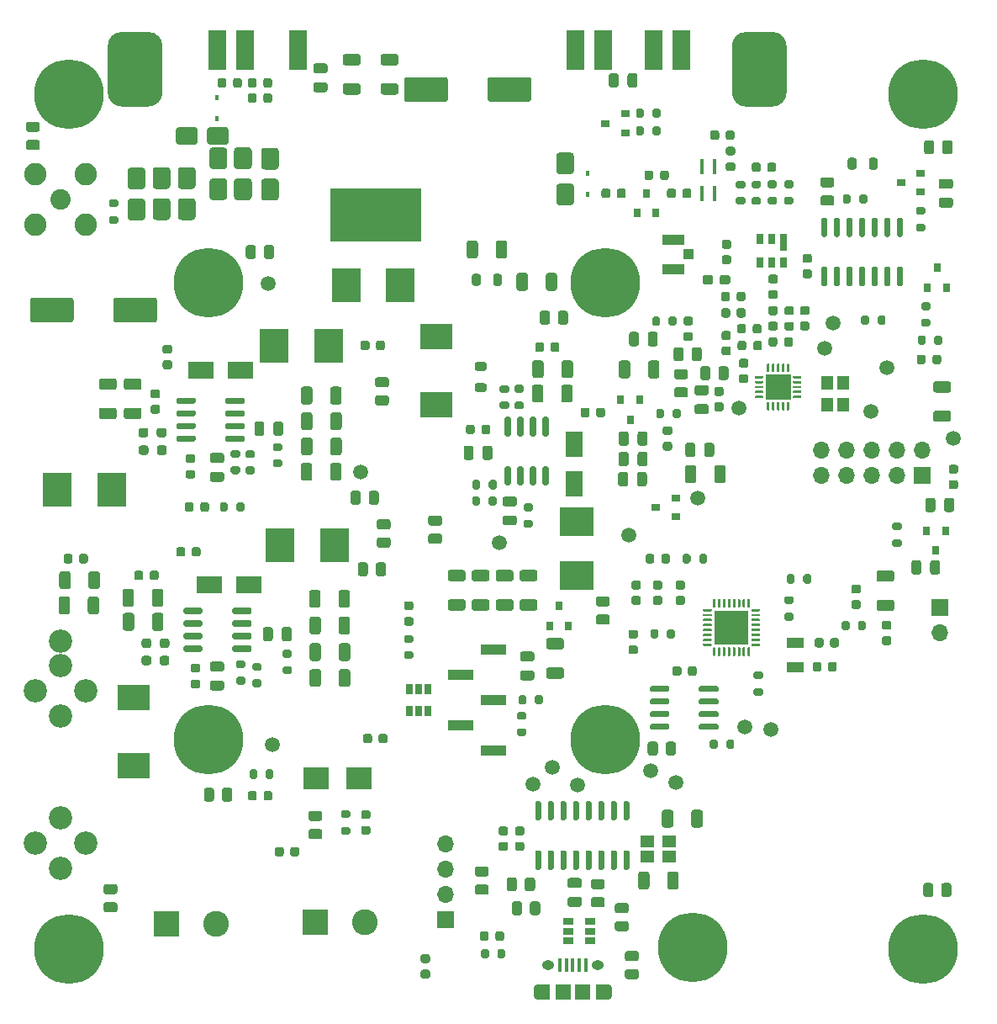
<source format=gts>
G04 #@! TF.GenerationSoftware,KiCad,Pcbnew,5.99.0+really5.1.10+dfsg1-1*
G04 #@! TF.CreationDate,2022-04-29T14:12:33+03:00*
G04 #@! TF.ProjectId,TACNPR,5441434e-5052-42e6-9b69-6361645f7063,rev?*
G04 #@! TF.SameCoordinates,Original*
G04 #@! TF.FileFunction,Soldermask,Top*
G04 #@! TF.FilePolarity,Negative*
%FSLAX46Y46*%
G04 Gerber Fmt 4.6, Leading zero omitted, Abs format (unit mm)*
G04 Created by KiCad (PCBNEW 5.99.0+really5.1.10+dfsg1-1) date 2022-04-29 14:12:33*
%MOMM*%
%LPD*%
G01*
G04 APERTURE LIST*
%ADD10C,0.100000*%
%ADD11R,1.800000X1.000000*%
%ADD12R,2.500000X2.300000*%
%ADD13C,2.350000*%
%ADD14R,2.200000X1.050000*%
%ADD15R,1.050000X1.000000*%
%ADD16C,1.500000*%
%ADD17R,3.300000X2.500000*%
%ADD18R,0.450000X0.600000*%
%ADD19R,2.950000X3.500000*%
%ADD20O,1.700000X1.700000*%
%ADD21R,1.700000X1.700000*%
%ADD22R,0.800000X0.900000*%
%ADD23R,0.650000X1.750000*%
%ADD24R,0.650000X1.000000*%
%ADD25R,1.150000X1.400000*%
%ADD26R,1.400000X1.150000*%
%ADD27R,2.510000X1.000000*%
%ADD28C,2.600000*%
%ADD29R,2.600000X2.600000*%
%ADD30R,0.900000X0.800000*%
%ADD31R,0.400000X1.500000*%
%ADD32R,3.450000X3.450000*%
%ADD33C,7.000000*%
%ADD34C,3.900000*%
%ADD35O,0.890000X1.550000*%
%ADD36R,1.200000X1.550000*%
%ADD37R,1.500000X1.550000*%
%ADD38O,1.250000X0.950000*%
%ADD39R,0.400000X1.350000*%
%ADD40R,1.060000X0.650000*%
%ADD41C,2.250000*%
%ADD42C,2.050000*%
%ADD43R,1.800000X2.500000*%
%ADD44R,2.500000X1.800000*%
%ADD45R,0.650000X1.060000*%
%ADD46R,3.500000X2.950000*%
G04 APERTURE END LIST*
D10*
G36*
X131241800Y-58309510D02*
G01*
X122184160Y-58309510D01*
X122184160Y-53054250D01*
X131251960Y-53049170D01*
X131241800Y-58309510D01*
G37*
X131241800Y-58309510D02*
X122184160Y-58309510D01*
X122184160Y-53054250D01*
X131251960Y-53049170D01*
X131241800Y-58309510D01*
D11*
X168960800Y-98724400D03*
X168960800Y-101224400D03*
G36*
G01*
X155366100Y-51970650D02*
X155366100Y-51458150D01*
G75*
G02*
X155584850Y-51239400I218750J0D01*
G01*
X156022350Y-51239400D01*
G75*
G02*
X156241100Y-51458150I0J-218750D01*
G01*
X156241100Y-51970650D01*
G75*
G02*
X156022350Y-52189400I-218750J0D01*
G01*
X155584850Y-52189400D01*
G75*
G02*
X155366100Y-51970650I0J218750D01*
G01*
G37*
G36*
G01*
X153791100Y-51970650D02*
X153791100Y-51458150D01*
G75*
G02*
X154009850Y-51239400I218750J0D01*
G01*
X154447350Y-51239400D01*
G75*
G02*
X154666100Y-51458150I0J-218750D01*
G01*
X154666100Y-51970650D01*
G75*
G02*
X154447350Y-52189400I-218750J0D01*
G01*
X154009850Y-52189400D01*
G75*
G02*
X153791100Y-51970650I0J218750D01*
G01*
G37*
D12*
X125013500Y-112395000D03*
X120713500Y-112395000D03*
D13*
X94996000Y-98552000D03*
X97536000Y-118872000D03*
X92456000Y-118872000D03*
X97536000Y-103552000D03*
X92456000Y-103552000D03*
X94996000Y-121412000D03*
X94996000Y-116332000D03*
X94996000Y-101012000D03*
X94996000Y-106092000D03*
G36*
G01*
X163199400Y-53892000D02*
X163749400Y-53892000D01*
G75*
G02*
X163949400Y-54092000I0J-200000D01*
G01*
X163949400Y-54492000D01*
G75*
G02*
X163749400Y-54692000I-200000J0D01*
G01*
X163199400Y-54692000D01*
G75*
G02*
X162999400Y-54492000I0J200000D01*
G01*
X162999400Y-54092000D01*
G75*
G02*
X163199400Y-53892000I200000J0D01*
G01*
G37*
G36*
G01*
X163199400Y-52242000D02*
X163749400Y-52242000D01*
G75*
G02*
X163949400Y-52442000I0J-200000D01*
G01*
X163949400Y-52842000D01*
G75*
G02*
X163749400Y-53042000I-200000J0D01*
G01*
X163199400Y-53042000D01*
G75*
G02*
X162999400Y-52842000I0J200000D01*
G01*
X162999400Y-52442000D01*
G75*
G02*
X163199400Y-52242000I200000J0D01*
G01*
G37*
D14*
X156692600Y-61163200D03*
D15*
X158217600Y-59688200D03*
D14*
X156692600Y-58213200D03*
G36*
G01*
X165498600Y-50664300D02*
X165498600Y-51164300D01*
G75*
G02*
X165273600Y-51389300I-225000J0D01*
G01*
X164823600Y-51389300D01*
G75*
G02*
X164598600Y-51164300I0J225000D01*
G01*
X164598600Y-50664300D01*
G75*
G02*
X164823600Y-50439300I225000J0D01*
G01*
X165273600Y-50439300D01*
G75*
G02*
X165498600Y-50664300I0J-225000D01*
G01*
G37*
G36*
G01*
X167048600Y-50664300D02*
X167048600Y-51164300D01*
G75*
G02*
X166823600Y-51389300I-225000J0D01*
G01*
X166373600Y-51389300D01*
G75*
G02*
X166148600Y-51164300I0J225000D01*
G01*
X166148600Y-50664300D01*
G75*
G02*
X166373600Y-50439300I225000J0D01*
G01*
X166823600Y-50439300D01*
G75*
G02*
X167048600Y-50664300I0J-225000D01*
G01*
G37*
G36*
G01*
X160711000Y-61992500D02*
X160711000Y-62467500D01*
G75*
G02*
X160473500Y-62705000I-237500J0D01*
G01*
X159873500Y-62705000D01*
G75*
G02*
X159636000Y-62467500I0J237500D01*
G01*
X159636000Y-61992500D01*
G75*
G02*
X159873500Y-61755000I237500J0D01*
G01*
X160473500Y-61755000D01*
G75*
G02*
X160711000Y-61992500I0J-237500D01*
G01*
G37*
G36*
G01*
X162436000Y-61992500D02*
X162436000Y-62467500D01*
G75*
G02*
X162198500Y-62705000I-237500J0D01*
G01*
X161598500Y-62705000D01*
G75*
G02*
X161361000Y-62467500I0J237500D01*
G01*
X161361000Y-61992500D01*
G75*
G02*
X161598500Y-61755000I237500J0D01*
G01*
X162198500Y-61755000D01*
G75*
G02*
X162436000Y-61992500I0J-237500D01*
G01*
G37*
G36*
G01*
X102056200Y-54056500D02*
X103175800Y-54056500D01*
G75*
G02*
X103516000Y-54396700I0J-340200D01*
G01*
X103516000Y-55916300D01*
G75*
G02*
X103175800Y-56256500I-340200J0D01*
G01*
X102056200Y-56256500D01*
G75*
G02*
X101716000Y-55916300I0J340200D01*
G01*
X101716000Y-54396700D01*
G75*
G02*
X102056200Y-54056500I340200J0D01*
G01*
G37*
G36*
G01*
X102056200Y-50931500D02*
X103175800Y-50931500D01*
G75*
G02*
X103516000Y-51271700I0J-340200D01*
G01*
X103516000Y-52791300D01*
G75*
G02*
X103175800Y-53131500I-340200J0D01*
G01*
X102056200Y-53131500D01*
G75*
G02*
X101716000Y-52791300I0J340200D01*
G01*
X101716000Y-51271700D01*
G75*
G02*
X102056200Y-50931500I340200J0D01*
G01*
G37*
G36*
G01*
X111430800Y-51099500D02*
X110311200Y-51099500D01*
G75*
G02*
X109971000Y-50759300I0J340200D01*
G01*
X109971000Y-49239700D01*
G75*
G02*
X110311200Y-48899500I340200J0D01*
G01*
X111430800Y-48899500D01*
G75*
G02*
X111771000Y-49239700I0J-340200D01*
G01*
X111771000Y-50759300D01*
G75*
G02*
X111430800Y-51099500I-340200J0D01*
G01*
G37*
G36*
G01*
X111430800Y-54224500D02*
X110311200Y-54224500D01*
G75*
G02*
X109971000Y-53884300I0J340200D01*
G01*
X109971000Y-52364700D01*
G75*
G02*
X110311200Y-52024500I340200J0D01*
G01*
X111430800Y-52024500D01*
G75*
G02*
X111771000Y-52364700I0J-340200D01*
G01*
X111771000Y-53884300D01*
G75*
G02*
X111430800Y-54224500I-340200J0D01*
G01*
G37*
G36*
G01*
X176393000Y-50927250D02*
X176393000Y-50164750D01*
G75*
G02*
X176611750Y-49946000I218750J0D01*
G01*
X177049250Y-49946000D01*
G75*
G02*
X177268000Y-50164750I0J-218750D01*
G01*
X177268000Y-50927250D01*
G75*
G02*
X177049250Y-51146000I-218750J0D01*
G01*
X176611750Y-51146000D01*
G75*
G02*
X176393000Y-50927250I0J218750D01*
G01*
G37*
G36*
G01*
X174268000Y-50927250D02*
X174268000Y-50164750D01*
G75*
G02*
X174486750Y-49946000I218750J0D01*
G01*
X174924250Y-49946000D01*
G75*
G02*
X175143000Y-50164750I0J-218750D01*
G01*
X175143000Y-50927250D01*
G75*
G02*
X174924250Y-51146000I-218750J0D01*
G01*
X174486750Y-51146000D01*
G75*
G02*
X174268000Y-50927250I0J218750D01*
G01*
G37*
G36*
G01*
X184625000Y-53078000D02*
X183675000Y-53078000D01*
G75*
G02*
X183425000Y-52828000I0J250000D01*
G01*
X183425000Y-52328000D01*
G75*
G02*
X183675000Y-52078000I250000J0D01*
G01*
X184625000Y-52078000D01*
G75*
G02*
X184875000Y-52328000I0J-250000D01*
G01*
X184875000Y-52828000D01*
G75*
G02*
X184625000Y-53078000I-250000J0D01*
G01*
G37*
G36*
G01*
X184625000Y-54978000D02*
X183675000Y-54978000D01*
G75*
G02*
X183425000Y-54728000I0J250000D01*
G01*
X183425000Y-54228000D01*
G75*
G02*
X183675000Y-53978000I250000J0D01*
G01*
X184625000Y-53978000D01*
G75*
G02*
X184875000Y-54228000I0J-250000D01*
G01*
X184875000Y-54728000D01*
G75*
G02*
X184625000Y-54978000I-250000J0D01*
G01*
G37*
G36*
G01*
X115412000Y-44198250D02*
X115412000Y-43685750D01*
G75*
G02*
X115630750Y-43467000I218750J0D01*
G01*
X116068250Y-43467000D01*
G75*
G02*
X116287000Y-43685750I0J-218750D01*
G01*
X116287000Y-44198250D01*
G75*
G02*
X116068250Y-44417000I-218750J0D01*
G01*
X115630750Y-44417000D01*
G75*
G02*
X115412000Y-44198250I0J218750D01*
G01*
G37*
G36*
G01*
X113837000Y-44198250D02*
X113837000Y-43685750D01*
G75*
G02*
X114055750Y-43467000I218750J0D01*
G01*
X114493250Y-43467000D01*
G75*
G02*
X114712000Y-43685750I0J-218750D01*
G01*
X114712000Y-44198250D01*
G75*
G02*
X114493250Y-44417000I-218750J0D01*
G01*
X114055750Y-44417000D01*
G75*
G02*
X113837000Y-44198250I0J218750D01*
G01*
G37*
G36*
G01*
X114712000Y-42161750D02*
X114712000Y-42674250D01*
G75*
G02*
X114493250Y-42893000I-218750J0D01*
G01*
X114055750Y-42893000D01*
G75*
G02*
X113837000Y-42674250I0J218750D01*
G01*
X113837000Y-42161750D01*
G75*
G02*
X114055750Y-41943000I218750J0D01*
G01*
X114493250Y-41943000D01*
G75*
G02*
X114712000Y-42161750I0J-218750D01*
G01*
G37*
G36*
G01*
X116287000Y-42161750D02*
X116287000Y-42674250D01*
G75*
G02*
X116068250Y-42893000I-218750J0D01*
G01*
X115630750Y-42893000D01*
G75*
G02*
X115412000Y-42674250I0J218750D01*
G01*
X115412000Y-42161750D01*
G75*
G02*
X115630750Y-41943000I218750J0D01*
G01*
X116068250Y-41943000D01*
G75*
G02*
X116287000Y-42161750I0J-218750D01*
G01*
G37*
G36*
G01*
X136688080Y-77025790D02*
X136688080Y-77538290D01*
G75*
G02*
X136469330Y-77757040I-218750J0D01*
G01*
X136031830Y-77757040D01*
G75*
G02*
X135813080Y-77538290I0J218750D01*
G01*
X135813080Y-77025790D01*
G75*
G02*
X136031830Y-76807040I218750J0D01*
G01*
X136469330Y-76807040D01*
G75*
G02*
X136688080Y-77025790I0J-218750D01*
G01*
G37*
G36*
G01*
X138263080Y-77025790D02*
X138263080Y-77538290D01*
G75*
G02*
X138044330Y-77757040I-218750J0D01*
G01*
X137606830Y-77757040D01*
G75*
G02*
X137388080Y-77538290I0J218750D01*
G01*
X137388080Y-77025790D01*
G75*
G02*
X137606830Y-76807040I218750J0D01*
G01*
X138044330Y-76807040D01*
G75*
G02*
X138263080Y-77025790I0J-218750D01*
G01*
G37*
G36*
G01*
X108318590Y-102458000D02*
X108831090Y-102458000D01*
G75*
G02*
X109049840Y-102676750I0J-218750D01*
G01*
X109049840Y-103114250D01*
G75*
G02*
X108831090Y-103333000I-218750J0D01*
G01*
X108318590Y-103333000D01*
G75*
G02*
X108099840Y-103114250I0J218750D01*
G01*
X108099840Y-102676750D01*
G75*
G02*
X108318590Y-102458000I218750J0D01*
G01*
G37*
G36*
G01*
X108318590Y-100883000D02*
X108831090Y-100883000D01*
G75*
G02*
X109049840Y-101101750I0J-218750D01*
G01*
X109049840Y-101539250D01*
G75*
G02*
X108831090Y-101758000I-218750J0D01*
G01*
X108318590Y-101758000D01*
G75*
G02*
X108099840Y-101539250I0J218750D01*
G01*
X108099840Y-101101750D01*
G75*
G02*
X108318590Y-100883000I218750J0D01*
G01*
G37*
G36*
G01*
X107810590Y-81365840D02*
X108323090Y-81365840D01*
G75*
G02*
X108541840Y-81584590I0J-218750D01*
G01*
X108541840Y-82022090D01*
G75*
G02*
X108323090Y-82240840I-218750J0D01*
G01*
X107810590Y-82240840D01*
G75*
G02*
X107591840Y-82022090I0J218750D01*
G01*
X107591840Y-81584590D01*
G75*
G02*
X107810590Y-81365840I218750J0D01*
G01*
G37*
G36*
G01*
X107810590Y-79790840D02*
X108323090Y-79790840D01*
G75*
G02*
X108541840Y-80009590I0J-218750D01*
G01*
X108541840Y-80447090D01*
G75*
G02*
X108323090Y-80665840I-218750J0D01*
G01*
X107810590Y-80665840D01*
G75*
G02*
X107591840Y-80447090I0J218750D01*
G01*
X107591840Y-80009590D01*
G75*
G02*
X107810590Y-79790840I218750J0D01*
G01*
G37*
D16*
X139192000Y-88646000D03*
X116332000Y-108966000D03*
D17*
X132842000Y-67974000D03*
X132842000Y-74774000D03*
X102362000Y-111096000D03*
X102362000Y-104296000D03*
G36*
G01*
X155136900Y-108960499D02*
X155136900Y-109860501D01*
G75*
G02*
X154886901Y-110110500I-249999J0D01*
G01*
X154361899Y-110110500D01*
G75*
G02*
X154111900Y-109860501I0J249999D01*
G01*
X154111900Y-108960499D01*
G75*
G02*
X154361899Y-108710500I249999J0D01*
G01*
X154886901Y-108710500D01*
G75*
G02*
X155136900Y-108960499I0J-249999D01*
G01*
G37*
G36*
G01*
X156961900Y-108960499D02*
X156961900Y-109860501D01*
G75*
G02*
X156711901Y-110110500I-249999J0D01*
G01*
X156186899Y-110110500D01*
G75*
G02*
X155936900Y-109860501I0J249999D01*
G01*
X155936900Y-108960499D01*
G75*
G02*
X156186899Y-108710500I249999J0D01*
G01*
X156711901Y-108710500D01*
G75*
G02*
X156961900Y-108960499I0J-249999D01*
G01*
G37*
G36*
G01*
X112787700Y-52024500D02*
X113907300Y-52024500D01*
G75*
G02*
X114247500Y-52364700I0J-340200D01*
G01*
X114247500Y-53884300D01*
G75*
G02*
X113907300Y-54224500I-340200J0D01*
G01*
X112787700Y-54224500D01*
G75*
G02*
X112447500Y-53884300I0J340200D01*
G01*
X112447500Y-52364700D01*
G75*
G02*
X112787700Y-52024500I340200J0D01*
G01*
G37*
G36*
G01*
X112787700Y-48899500D02*
X113907300Y-48899500D01*
G75*
G02*
X114247500Y-49239700I0J-340200D01*
G01*
X114247500Y-50759300D01*
G75*
G02*
X113907300Y-51099500I-340200J0D01*
G01*
X112787700Y-51099500D01*
G75*
G02*
X112447500Y-50759300I0J340200D01*
G01*
X112447500Y-49239700D01*
G75*
G02*
X112787700Y-48899500I340200J0D01*
G01*
G37*
G36*
G01*
X115518200Y-52063000D02*
X116637800Y-52063000D01*
G75*
G02*
X116978000Y-52403200I0J-340200D01*
G01*
X116978000Y-53922800D01*
G75*
G02*
X116637800Y-54263000I-340200J0D01*
G01*
X115518200Y-54263000D01*
G75*
G02*
X115178000Y-53922800I0J340200D01*
G01*
X115178000Y-52403200D01*
G75*
G02*
X115518200Y-52063000I340200J0D01*
G01*
G37*
G36*
G01*
X115518200Y-48938000D02*
X116637800Y-48938000D01*
G75*
G02*
X116978000Y-49278200I0J-340200D01*
G01*
X116978000Y-50797800D01*
G75*
G02*
X116637800Y-51138000I-340200J0D01*
G01*
X115518200Y-51138000D01*
G75*
G02*
X115178000Y-50797800I0J340200D01*
G01*
X115178000Y-49278200D01*
G75*
G02*
X115518200Y-48938000I340200J0D01*
G01*
G37*
G36*
G01*
X104596200Y-54018000D02*
X105715800Y-54018000D01*
G75*
G02*
X106056000Y-54358200I0J-340200D01*
G01*
X106056000Y-55877800D01*
G75*
G02*
X105715800Y-56218000I-340200J0D01*
G01*
X104596200Y-56218000D01*
G75*
G02*
X104256000Y-55877800I0J340200D01*
G01*
X104256000Y-54358200D01*
G75*
G02*
X104596200Y-54018000I340200J0D01*
G01*
G37*
G36*
G01*
X104596200Y-50893000D02*
X105715800Y-50893000D01*
G75*
G02*
X106056000Y-51233200I0J-340200D01*
G01*
X106056000Y-52752800D01*
G75*
G02*
X105715800Y-53093000I-340200J0D01*
G01*
X104596200Y-53093000D01*
G75*
G02*
X104256000Y-52752800I0J340200D01*
G01*
X104256000Y-51233200D01*
G75*
G02*
X104596200Y-50893000I340200J0D01*
G01*
G37*
G36*
G01*
X109721000Y-48311800D02*
X109721000Y-47192200D01*
G75*
G02*
X110061200Y-46852000I340200J0D01*
G01*
X111580800Y-46852000D01*
G75*
G02*
X111921000Y-47192200I0J-340200D01*
G01*
X111921000Y-48311800D01*
G75*
G02*
X111580800Y-48652000I-340200J0D01*
G01*
X110061200Y-48652000D01*
G75*
G02*
X109721000Y-48311800I0J340200D01*
G01*
G37*
G36*
G01*
X106596000Y-48311800D02*
X106596000Y-47192200D01*
G75*
G02*
X106936200Y-46852000I340200J0D01*
G01*
X108455800Y-46852000D01*
G75*
G02*
X108796000Y-47192200I0J-340200D01*
G01*
X108796000Y-48311800D01*
G75*
G02*
X108455800Y-48652000I-340200J0D01*
G01*
X106936200Y-48652000D01*
G75*
G02*
X106596000Y-48311800I0J340200D01*
G01*
G37*
G36*
G01*
X107136200Y-54018000D02*
X108255800Y-54018000D01*
G75*
G02*
X108596000Y-54358200I0J-340200D01*
G01*
X108596000Y-55877800D01*
G75*
G02*
X108255800Y-56218000I-340200J0D01*
G01*
X107136200Y-56218000D01*
G75*
G02*
X106796000Y-55877800I0J340200D01*
G01*
X106796000Y-54358200D01*
G75*
G02*
X107136200Y-54018000I340200J0D01*
G01*
G37*
G36*
G01*
X107136200Y-50893000D02*
X108255800Y-50893000D01*
G75*
G02*
X108596000Y-51233200I0J-340200D01*
G01*
X108596000Y-52752800D01*
G75*
G02*
X108255800Y-53093000I-340200J0D01*
G01*
X107136200Y-53093000D01*
G75*
G02*
X106796000Y-52752800I0J340200D01*
G01*
X106796000Y-51233200D01*
G75*
G02*
X107136200Y-50893000I340200J0D01*
G01*
G37*
G36*
G01*
X145236200Y-52545200D02*
X146355800Y-52545200D01*
G75*
G02*
X146696000Y-52885400I0J-340200D01*
G01*
X146696000Y-54405000D01*
G75*
G02*
X146355800Y-54745200I-340200J0D01*
G01*
X145236200Y-54745200D01*
G75*
G02*
X144896000Y-54405000I0J340200D01*
G01*
X144896000Y-52885400D01*
G75*
G02*
X145236200Y-52545200I340200J0D01*
G01*
G37*
G36*
G01*
X145236200Y-49420200D02*
X146355800Y-49420200D01*
G75*
G02*
X146696000Y-49760400I0J-340200D01*
G01*
X146696000Y-51280000D01*
G75*
G02*
X146355800Y-51620200I-340200J0D01*
G01*
X145236200Y-51620200D01*
G75*
G02*
X144896000Y-51280000I0J340200D01*
G01*
X144896000Y-49760400D01*
G75*
G02*
X145236200Y-49420200I340200J0D01*
G01*
G37*
G36*
G01*
X164051500Y-68590450D02*
X164051500Y-69102950D01*
G75*
G02*
X163832750Y-69321700I-218750J0D01*
G01*
X163395250Y-69321700D01*
G75*
G02*
X163176500Y-69102950I0J218750D01*
G01*
X163176500Y-68590450D01*
G75*
G02*
X163395250Y-68371700I218750J0D01*
G01*
X163832750Y-68371700D01*
G75*
G02*
X164051500Y-68590450I0J-218750D01*
G01*
G37*
G36*
G01*
X165626500Y-68590450D02*
X165626500Y-69102950D01*
G75*
G02*
X165407750Y-69321700I-218750J0D01*
G01*
X164970250Y-69321700D01*
G75*
G02*
X164751500Y-69102950I0J218750D01*
G01*
X164751500Y-68590450D01*
G75*
G02*
X164970250Y-68371700I218750J0D01*
G01*
X165407750Y-68371700D01*
G75*
G02*
X165626500Y-68590450I0J-218750D01*
G01*
G37*
G36*
G01*
X162202150Y-50413400D02*
X162714650Y-50413400D01*
G75*
G02*
X162933400Y-50632150I0J-218750D01*
G01*
X162933400Y-51069650D01*
G75*
G02*
X162714650Y-51288400I-218750J0D01*
G01*
X162202150Y-51288400D01*
G75*
G02*
X161983400Y-51069650I0J218750D01*
G01*
X161983400Y-50632150D01*
G75*
G02*
X162202150Y-50413400I218750J0D01*
G01*
G37*
G36*
G01*
X162202150Y-48838400D02*
X162714650Y-48838400D01*
G75*
G02*
X162933400Y-49057150I0J-218750D01*
G01*
X162933400Y-49494650D01*
G75*
G02*
X162714650Y-49713400I-218750J0D01*
G01*
X162202150Y-49713400D01*
G75*
G02*
X161983400Y-49494650I0J218750D01*
G01*
X161983400Y-49057150D01*
G75*
G02*
X162202150Y-48838400I218750J0D01*
G01*
G37*
G36*
G01*
X111664000Y-42161750D02*
X111664000Y-42674250D01*
G75*
G02*
X111445250Y-42893000I-218750J0D01*
G01*
X111007750Y-42893000D01*
G75*
G02*
X110789000Y-42674250I0J218750D01*
G01*
X110789000Y-42161750D01*
G75*
G02*
X111007750Y-41943000I218750J0D01*
G01*
X111445250Y-41943000D01*
G75*
G02*
X111664000Y-42161750I0J-218750D01*
G01*
G37*
G36*
G01*
X113239000Y-42161750D02*
X113239000Y-42674250D01*
G75*
G02*
X113020250Y-42893000I-218750J0D01*
G01*
X112582750Y-42893000D01*
G75*
G02*
X112364000Y-42674250I0J218750D01*
G01*
X112364000Y-42161750D01*
G75*
G02*
X112582750Y-41943000I218750J0D01*
G01*
X113020250Y-41943000D01*
G75*
G02*
X113239000Y-42161750I0J-218750D01*
G01*
G37*
G36*
G01*
X172044500Y-57923300D02*
X171744500Y-57923300D01*
G75*
G02*
X171594500Y-57773300I0J150000D01*
G01*
X171594500Y-56123300D01*
G75*
G02*
X171744500Y-55973300I150000J0D01*
G01*
X172044500Y-55973300D01*
G75*
G02*
X172194500Y-56123300I0J-150000D01*
G01*
X172194500Y-57773300D01*
G75*
G02*
X172044500Y-57923300I-150000J0D01*
G01*
G37*
G36*
G01*
X173314500Y-57923300D02*
X173014500Y-57923300D01*
G75*
G02*
X172864500Y-57773300I0J150000D01*
G01*
X172864500Y-56123300D01*
G75*
G02*
X173014500Y-55973300I150000J0D01*
G01*
X173314500Y-55973300D01*
G75*
G02*
X173464500Y-56123300I0J-150000D01*
G01*
X173464500Y-57773300D01*
G75*
G02*
X173314500Y-57923300I-150000J0D01*
G01*
G37*
G36*
G01*
X174584500Y-57923300D02*
X174284500Y-57923300D01*
G75*
G02*
X174134500Y-57773300I0J150000D01*
G01*
X174134500Y-56123300D01*
G75*
G02*
X174284500Y-55973300I150000J0D01*
G01*
X174584500Y-55973300D01*
G75*
G02*
X174734500Y-56123300I0J-150000D01*
G01*
X174734500Y-57773300D01*
G75*
G02*
X174584500Y-57923300I-150000J0D01*
G01*
G37*
G36*
G01*
X175854500Y-57923300D02*
X175554500Y-57923300D01*
G75*
G02*
X175404500Y-57773300I0J150000D01*
G01*
X175404500Y-56123300D01*
G75*
G02*
X175554500Y-55973300I150000J0D01*
G01*
X175854500Y-55973300D01*
G75*
G02*
X176004500Y-56123300I0J-150000D01*
G01*
X176004500Y-57773300D01*
G75*
G02*
X175854500Y-57923300I-150000J0D01*
G01*
G37*
G36*
G01*
X177124500Y-57923300D02*
X176824500Y-57923300D01*
G75*
G02*
X176674500Y-57773300I0J150000D01*
G01*
X176674500Y-56123300D01*
G75*
G02*
X176824500Y-55973300I150000J0D01*
G01*
X177124500Y-55973300D01*
G75*
G02*
X177274500Y-56123300I0J-150000D01*
G01*
X177274500Y-57773300D01*
G75*
G02*
X177124500Y-57923300I-150000J0D01*
G01*
G37*
G36*
G01*
X178394500Y-57923300D02*
X178094500Y-57923300D01*
G75*
G02*
X177944500Y-57773300I0J150000D01*
G01*
X177944500Y-56123300D01*
G75*
G02*
X178094500Y-55973300I150000J0D01*
G01*
X178394500Y-55973300D01*
G75*
G02*
X178544500Y-56123300I0J-150000D01*
G01*
X178544500Y-57773300D01*
G75*
G02*
X178394500Y-57923300I-150000J0D01*
G01*
G37*
G36*
G01*
X179664500Y-57923300D02*
X179364500Y-57923300D01*
G75*
G02*
X179214500Y-57773300I0J150000D01*
G01*
X179214500Y-56123300D01*
G75*
G02*
X179364500Y-55973300I150000J0D01*
G01*
X179664500Y-55973300D01*
G75*
G02*
X179814500Y-56123300I0J-150000D01*
G01*
X179814500Y-57773300D01*
G75*
G02*
X179664500Y-57923300I-150000J0D01*
G01*
G37*
G36*
G01*
X179664500Y-62873300D02*
X179364500Y-62873300D01*
G75*
G02*
X179214500Y-62723300I0J150000D01*
G01*
X179214500Y-61073300D01*
G75*
G02*
X179364500Y-60923300I150000J0D01*
G01*
X179664500Y-60923300D01*
G75*
G02*
X179814500Y-61073300I0J-150000D01*
G01*
X179814500Y-62723300D01*
G75*
G02*
X179664500Y-62873300I-150000J0D01*
G01*
G37*
G36*
G01*
X178394500Y-62873300D02*
X178094500Y-62873300D01*
G75*
G02*
X177944500Y-62723300I0J150000D01*
G01*
X177944500Y-61073300D01*
G75*
G02*
X178094500Y-60923300I150000J0D01*
G01*
X178394500Y-60923300D01*
G75*
G02*
X178544500Y-61073300I0J-150000D01*
G01*
X178544500Y-62723300D01*
G75*
G02*
X178394500Y-62873300I-150000J0D01*
G01*
G37*
G36*
G01*
X177124500Y-62873300D02*
X176824500Y-62873300D01*
G75*
G02*
X176674500Y-62723300I0J150000D01*
G01*
X176674500Y-61073300D01*
G75*
G02*
X176824500Y-60923300I150000J0D01*
G01*
X177124500Y-60923300D01*
G75*
G02*
X177274500Y-61073300I0J-150000D01*
G01*
X177274500Y-62723300D01*
G75*
G02*
X177124500Y-62873300I-150000J0D01*
G01*
G37*
G36*
G01*
X175854500Y-62873300D02*
X175554500Y-62873300D01*
G75*
G02*
X175404500Y-62723300I0J150000D01*
G01*
X175404500Y-61073300D01*
G75*
G02*
X175554500Y-60923300I150000J0D01*
G01*
X175854500Y-60923300D01*
G75*
G02*
X176004500Y-61073300I0J-150000D01*
G01*
X176004500Y-62723300D01*
G75*
G02*
X175854500Y-62873300I-150000J0D01*
G01*
G37*
G36*
G01*
X174584500Y-62873300D02*
X174284500Y-62873300D01*
G75*
G02*
X174134500Y-62723300I0J150000D01*
G01*
X174134500Y-61073300D01*
G75*
G02*
X174284500Y-60923300I150000J0D01*
G01*
X174584500Y-60923300D01*
G75*
G02*
X174734500Y-61073300I0J-150000D01*
G01*
X174734500Y-62723300D01*
G75*
G02*
X174584500Y-62873300I-150000J0D01*
G01*
G37*
G36*
G01*
X173314500Y-62873300D02*
X173014500Y-62873300D01*
G75*
G02*
X172864500Y-62723300I0J150000D01*
G01*
X172864500Y-61073300D01*
G75*
G02*
X173014500Y-60923300I150000J0D01*
G01*
X173314500Y-60923300D01*
G75*
G02*
X173464500Y-61073300I0J-150000D01*
G01*
X173464500Y-62723300D01*
G75*
G02*
X173314500Y-62873300I-150000J0D01*
G01*
G37*
G36*
G01*
X172044500Y-62873300D02*
X171744500Y-62873300D01*
G75*
G02*
X171594500Y-62723300I0J150000D01*
G01*
X171594500Y-61073300D01*
G75*
G02*
X171744500Y-60923300I150000J0D01*
G01*
X172044500Y-60923300D01*
G75*
G02*
X172194500Y-61073300I0J-150000D01*
G01*
X172194500Y-62723300D01*
G75*
G02*
X172044500Y-62873300I-150000J0D01*
G01*
G37*
D18*
X148082000Y-53628000D03*
X148082000Y-51528000D03*
X110744000Y-43908000D03*
X110744000Y-46008000D03*
G36*
G01*
X152977001Y-130791000D02*
X152076999Y-130791000D01*
G75*
G02*
X151827000Y-130541001I0J249999D01*
G01*
X151827000Y-130015999D01*
G75*
G02*
X152076999Y-129766000I249999J0D01*
G01*
X152977001Y-129766000D01*
G75*
G02*
X153227000Y-130015999I0J-249999D01*
G01*
X153227000Y-130541001D01*
G75*
G02*
X152977001Y-130791000I-249999J0D01*
G01*
G37*
G36*
G01*
X152977001Y-132616000D02*
X152076999Y-132616000D01*
G75*
G02*
X151827000Y-132366001I0J249999D01*
G01*
X151827000Y-131840999D01*
G75*
G02*
X152076999Y-131591000I249999J0D01*
G01*
X152977001Y-131591000D01*
G75*
G02*
X153227000Y-131840999I0J-249999D01*
G01*
X153227000Y-132366001D01*
G75*
G02*
X152977001Y-132616000I-249999J0D01*
G01*
G37*
G36*
G01*
X182884500Y-123184499D02*
X182884500Y-124084501D01*
G75*
G02*
X182634501Y-124334500I-249999J0D01*
G01*
X182109499Y-124334500D01*
G75*
G02*
X181859500Y-124084501I0J249999D01*
G01*
X181859500Y-123184499D01*
G75*
G02*
X182109499Y-122934500I249999J0D01*
G01*
X182634501Y-122934500D01*
G75*
G02*
X182884500Y-123184499I0J-249999D01*
G01*
G37*
G36*
G01*
X184709500Y-123184499D02*
X184709500Y-124084501D01*
G75*
G02*
X184459501Y-124334500I-249999J0D01*
G01*
X183934499Y-124334500D01*
G75*
G02*
X183684500Y-124084501I0J249999D01*
G01*
X183684500Y-123184499D01*
G75*
G02*
X183934499Y-122934500I249999J0D01*
G01*
X184459501Y-122934500D01*
G75*
G02*
X184709500Y-123184499I0J-249999D01*
G01*
G37*
G36*
G01*
X111247500Y-114496001D02*
X111247500Y-113595999D01*
G75*
G02*
X111497499Y-113346000I249999J0D01*
G01*
X112022501Y-113346000D01*
G75*
G02*
X112272500Y-113595999I0J-249999D01*
G01*
X112272500Y-114496001D01*
G75*
G02*
X112022501Y-114746000I-249999J0D01*
G01*
X111497499Y-114746000D01*
G75*
G02*
X111247500Y-114496001I0J249999D01*
G01*
G37*
G36*
G01*
X109422500Y-114496001D02*
X109422500Y-113595999D01*
G75*
G02*
X109672499Y-113346000I249999J0D01*
G01*
X110197501Y-113346000D01*
G75*
G02*
X110447500Y-113595999I0J-249999D01*
G01*
X110447500Y-114496001D01*
G75*
G02*
X110197501Y-114746000I-249999J0D01*
G01*
X109672499Y-114746000D01*
G75*
G02*
X109422500Y-114496001I0J249999D01*
G01*
G37*
G36*
G01*
X99562499Y-124860000D02*
X100462501Y-124860000D01*
G75*
G02*
X100712500Y-125109999I0J-249999D01*
G01*
X100712500Y-125635001D01*
G75*
G02*
X100462501Y-125885000I-249999J0D01*
G01*
X99562499Y-125885000D01*
G75*
G02*
X99312500Y-125635001I0J249999D01*
G01*
X99312500Y-125109999D01*
G75*
G02*
X99562499Y-124860000I249999J0D01*
G01*
G37*
G36*
G01*
X99562499Y-123035000D02*
X100462501Y-123035000D01*
G75*
G02*
X100712500Y-123284999I0J-249999D01*
G01*
X100712500Y-123810001D01*
G75*
G02*
X100462501Y-124060000I-249999J0D01*
G01*
X99562499Y-124060000D01*
G75*
G02*
X99312500Y-123810001I0J249999D01*
G01*
X99312500Y-123284999D01*
G75*
G02*
X99562499Y-123035000I249999J0D01*
G01*
G37*
G36*
G01*
X145076500Y-66490001D02*
X145076500Y-65589999D01*
G75*
G02*
X145326499Y-65340000I249999J0D01*
G01*
X145851501Y-65340000D01*
G75*
G02*
X146101500Y-65589999I0J-249999D01*
G01*
X146101500Y-66490001D01*
G75*
G02*
X145851501Y-66740000I-249999J0D01*
G01*
X145326499Y-66740000D01*
G75*
G02*
X145076500Y-66490001I0J249999D01*
G01*
G37*
G36*
G01*
X143251500Y-66490001D02*
X143251500Y-65589999D01*
G75*
G02*
X143501499Y-65340000I249999J0D01*
G01*
X144026501Y-65340000D01*
G75*
G02*
X144276500Y-65589999I0J-249999D01*
G01*
X144276500Y-66490001D01*
G75*
G02*
X144026501Y-66740000I-249999J0D01*
G01*
X143501499Y-66740000D01*
G75*
G02*
X143251500Y-66490001I0J249999D01*
G01*
G37*
G36*
G01*
X182988000Y-48444999D02*
X182988000Y-49345001D01*
G75*
G02*
X182738001Y-49595000I-249999J0D01*
G01*
X182212999Y-49595000D01*
G75*
G02*
X181963000Y-49345001I0J249999D01*
G01*
X181963000Y-48444999D01*
G75*
G02*
X182212999Y-48195000I249999J0D01*
G01*
X182738001Y-48195000D01*
G75*
G02*
X182988000Y-48444999I0J-249999D01*
G01*
G37*
G36*
G01*
X184813000Y-48444999D02*
X184813000Y-49345001D01*
G75*
G02*
X184563001Y-49595000I-249999J0D01*
G01*
X184037999Y-49595000D01*
G75*
G02*
X183788000Y-49345001I0J249999D01*
G01*
X183788000Y-48444999D01*
G75*
G02*
X184037999Y-48195000I249999J0D01*
G01*
X184563001Y-48195000D01*
G75*
G02*
X184813000Y-48444999I0J-249999D01*
G01*
G37*
G36*
G01*
X114662000Y-58985999D02*
X114662000Y-59886001D01*
G75*
G02*
X114412001Y-60136000I-249999J0D01*
G01*
X113886999Y-60136000D01*
G75*
G02*
X113637000Y-59886001I0J249999D01*
G01*
X113637000Y-58985999D01*
G75*
G02*
X113886999Y-58736000I249999J0D01*
G01*
X114412001Y-58736000D01*
G75*
G02*
X114662000Y-58985999I0J-249999D01*
G01*
G37*
G36*
G01*
X116487000Y-58985999D02*
X116487000Y-59886001D01*
G75*
G02*
X116237001Y-60136000I-249999J0D01*
G01*
X115711999Y-60136000D01*
G75*
G02*
X115462000Y-59886001I0J249999D01*
G01*
X115462000Y-58985999D01*
G75*
G02*
X115711999Y-58736000I249999J0D01*
G01*
X116237001Y-58736000D01*
G75*
G02*
X116487000Y-58985999I0J-249999D01*
G01*
G37*
G36*
G01*
X92652001Y-47352000D02*
X91751999Y-47352000D01*
G75*
G02*
X91502000Y-47102001I0J249999D01*
G01*
X91502000Y-46576999D01*
G75*
G02*
X91751999Y-46327000I249999J0D01*
G01*
X92652001Y-46327000D01*
G75*
G02*
X92902000Y-46576999I0J-249999D01*
G01*
X92902000Y-47102001D01*
G75*
G02*
X92652001Y-47352000I-249999J0D01*
G01*
G37*
G36*
G01*
X92652001Y-49177000D02*
X91751999Y-49177000D01*
G75*
G02*
X91502000Y-48927001I0J249999D01*
G01*
X91502000Y-48401999D01*
G75*
G02*
X91751999Y-48152000I249999J0D01*
G01*
X92652001Y-48152000D01*
G75*
G02*
X92902000Y-48401999I0J-249999D01*
G01*
X92902000Y-48927001D01*
G75*
G02*
X92652001Y-49177000I-249999J0D01*
G01*
G37*
G36*
G01*
X141474000Y-118140600D02*
X140974000Y-118140600D01*
G75*
G02*
X140749000Y-117915600I0J225000D01*
G01*
X140749000Y-117465600D01*
G75*
G02*
X140974000Y-117240600I225000J0D01*
G01*
X141474000Y-117240600D01*
G75*
G02*
X141699000Y-117465600I0J-225000D01*
G01*
X141699000Y-117915600D01*
G75*
G02*
X141474000Y-118140600I-225000J0D01*
G01*
G37*
G36*
G01*
X141474000Y-119690600D02*
X140974000Y-119690600D01*
G75*
G02*
X140749000Y-119465600I0J225000D01*
G01*
X140749000Y-119015600D01*
G75*
G02*
X140974000Y-118790600I225000J0D01*
G01*
X141474000Y-118790600D01*
G75*
G02*
X141699000Y-119015600I0J-225000D01*
G01*
X141699000Y-119465600D01*
G75*
G02*
X141474000Y-119690600I-225000J0D01*
G01*
G37*
G36*
G01*
X139823000Y-118140600D02*
X139323000Y-118140600D01*
G75*
G02*
X139098000Y-117915600I0J225000D01*
G01*
X139098000Y-117465600D01*
G75*
G02*
X139323000Y-117240600I225000J0D01*
G01*
X139823000Y-117240600D01*
G75*
G02*
X140048000Y-117465600I0J-225000D01*
G01*
X140048000Y-117915600D01*
G75*
G02*
X139823000Y-118140600I-225000J0D01*
G01*
G37*
G36*
G01*
X139823000Y-119690600D02*
X139323000Y-119690600D01*
G75*
G02*
X139098000Y-119465600I0J225000D01*
G01*
X139098000Y-119015600D01*
G75*
G02*
X139323000Y-118790600I225000J0D01*
G01*
X139823000Y-118790600D01*
G75*
G02*
X140048000Y-119015600I0J-225000D01*
G01*
X140048000Y-119465600D01*
G75*
G02*
X139823000Y-119690600I-225000J0D01*
G01*
G37*
G36*
G01*
X185162000Y-81742400D02*
X184662000Y-81742400D01*
G75*
G02*
X184437000Y-81517400I0J225000D01*
G01*
X184437000Y-81067400D01*
G75*
G02*
X184662000Y-80842400I225000J0D01*
G01*
X185162000Y-80842400D01*
G75*
G02*
X185387000Y-81067400I0J-225000D01*
G01*
X185387000Y-81517400D01*
G75*
G02*
X185162000Y-81742400I-225000J0D01*
G01*
G37*
G36*
G01*
X185162000Y-83292400D02*
X184662000Y-83292400D01*
G75*
G02*
X184437000Y-83067400I0J225000D01*
G01*
X184437000Y-82617400D01*
G75*
G02*
X184662000Y-82392400I225000J0D01*
G01*
X185162000Y-82392400D01*
G75*
G02*
X185387000Y-82617400I0J-225000D01*
G01*
X185387000Y-83067400D01*
G75*
G02*
X185162000Y-83292400I-225000J0D01*
G01*
G37*
G36*
G01*
X161970600Y-47925800D02*
X161970600Y-47425800D01*
G75*
G02*
X162195600Y-47200800I225000J0D01*
G01*
X162645600Y-47200800D01*
G75*
G02*
X162870600Y-47425800I0J-225000D01*
G01*
X162870600Y-47925800D01*
G75*
G02*
X162645600Y-48150800I-225000J0D01*
G01*
X162195600Y-48150800D01*
G75*
G02*
X161970600Y-47925800I0J225000D01*
G01*
G37*
G36*
G01*
X160420600Y-47925800D02*
X160420600Y-47425800D01*
G75*
G02*
X160645600Y-47200800I225000J0D01*
G01*
X161095600Y-47200800D01*
G75*
G02*
X161320600Y-47425800I0J-225000D01*
G01*
X161320600Y-47925800D01*
G75*
G02*
X161095600Y-48150800I-225000J0D01*
G01*
X160645600Y-48150800D01*
G75*
G02*
X160420600Y-47925800I0J225000D01*
G01*
G37*
G36*
G01*
X155367800Y-93401000D02*
X154867800Y-93401000D01*
G75*
G02*
X154642800Y-93176000I0J225000D01*
G01*
X154642800Y-92726000D01*
G75*
G02*
X154867800Y-92501000I225000J0D01*
G01*
X155367800Y-92501000D01*
G75*
G02*
X155592800Y-92726000I0J-225000D01*
G01*
X155592800Y-93176000D01*
G75*
G02*
X155367800Y-93401000I-225000J0D01*
G01*
G37*
G36*
G01*
X155367800Y-94951000D02*
X154867800Y-94951000D01*
G75*
G02*
X154642800Y-94726000I0J225000D01*
G01*
X154642800Y-94276000D01*
G75*
G02*
X154867800Y-94051000I225000J0D01*
G01*
X155367800Y-94051000D01*
G75*
G02*
X155592800Y-94276000I0J-225000D01*
G01*
X155592800Y-94726000D01*
G75*
G02*
X155367800Y-94951000I-225000J0D01*
G01*
G37*
G36*
G01*
X157653800Y-93401000D02*
X157153800Y-93401000D01*
G75*
G02*
X156928800Y-93176000I0J225000D01*
G01*
X156928800Y-92726000D01*
G75*
G02*
X157153800Y-92501000I225000J0D01*
G01*
X157653800Y-92501000D01*
G75*
G02*
X157878800Y-92726000I0J-225000D01*
G01*
X157878800Y-93176000D01*
G75*
G02*
X157653800Y-93401000I-225000J0D01*
G01*
G37*
G36*
G01*
X157653800Y-94951000D02*
X157153800Y-94951000D01*
G75*
G02*
X156928800Y-94726000I0J225000D01*
G01*
X156928800Y-94276000D01*
G75*
G02*
X157153800Y-94051000I225000J0D01*
G01*
X157653800Y-94051000D01*
G75*
G02*
X157878800Y-94276000I0J-225000D01*
G01*
X157878800Y-94726000D01*
G75*
G02*
X157653800Y-94951000I-225000J0D01*
G01*
G37*
G36*
G01*
X175357600Y-93807400D02*
X174857600Y-93807400D01*
G75*
G02*
X174632600Y-93582400I0J225000D01*
G01*
X174632600Y-93132400D01*
G75*
G02*
X174857600Y-92907400I225000J0D01*
G01*
X175357600Y-92907400D01*
G75*
G02*
X175582600Y-93132400I0J-225000D01*
G01*
X175582600Y-93582400D01*
G75*
G02*
X175357600Y-93807400I-225000J0D01*
G01*
G37*
G36*
G01*
X175357600Y-95357400D02*
X174857600Y-95357400D01*
G75*
G02*
X174632600Y-95132400I0J225000D01*
G01*
X174632600Y-94682400D01*
G75*
G02*
X174857600Y-94457400I225000J0D01*
G01*
X175357600Y-94457400D01*
G75*
G02*
X175582600Y-94682400I0J-225000D01*
G01*
X175582600Y-95132400D01*
G75*
G02*
X175357600Y-95357400I-225000J0D01*
G01*
G37*
G36*
G01*
X153208800Y-93401000D02*
X152708800Y-93401000D01*
G75*
G02*
X152483800Y-93176000I0J225000D01*
G01*
X152483800Y-92726000D01*
G75*
G02*
X152708800Y-92501000I225000J0D01*
G01*
X153208800Y-92501000D01*
G75*
G02*
X153433800Y-92726000I0J-225000D01*
G01*
X153433800Y-93176000D01*
G75*
G02*
X153208800Y-93401000I-225000J0D01*
G01*
G37*
G36*
G01*
X153208800Y-94951000D02*
X152708800Y-94951000D01*
G75*
G02*
X152483800Y-94726000I0J225000D01*
G01*
X152483800Y-94276000D01*
G75*
G02*
X152708800Y-94051000I225000J0D01*
G01*
X153208800Y-94051000D01*
G75*
G02*
X153433800Y-94276000I0J-225000D01*
G01*
X153433800Y-94726000D01*
G75*
G02*
X153208800Y-94951000I-225000J0D01*
G01*
G37*
G36*
G01*
X131974400Y-130993000D02*
X131474400Y-130993000D01*
G75*
G02*
X131249400Y-130768000I0J225000D01*
G01*
X131249400Y-130318000D01*
G75*
G02*
X131474400Y-130093000I225000J0D01*
G01*
X131974400Y-130093000D01*
G75*
G02*
X132199400Y-130318000I0J-225000D01*
G01*
X132199400Y-130768000D01*
G75*
G02*
X131974400Y-130993000I-225000J0D01*
G01*
G37*
G36*
G01*
X131974400Y-132543000D02*
X131474400Y-132543000D01*
G75*
G02*
X131249400Y-132318000I0J225000D01*
G01*
X131249400Y-131868000D01*
G75*
G02*
X131474400Y-131643000I225000J0D01*
G01*
X131974400Y-131643000D01*
G75*
G02*
X132199400Y-131868000I0J-225000D01*
G01*
X132199400Y-132318000D01*
G75*
G02*
X131974400Y-132543000I-225000J0D01*
G01*
G37*
G36*
G01*
X144327760Y-69266880D02*
X144327760Y-68766880D01*
G75*
G02*
X144552760Y-68541880I225000J0D01*
G01*
X145002760Y-68541880D01*
G75*
G02*
X145227760Y-68766880I0J-225000D01*
G01*
X145227760Y-69266880D01*
G75*
G02*
X145002760Y-69491880I-225000J0D01*
G01*
X144552760Y-69491880D01*
G75*
G02*
X144327760Y-69266880I0J225000D01*
G01*
G37*
G36*
G01*
X142777760Y-69266880D02*
X142777760Y-68766880D01*
G75*
G02*
X143002760Y-68541880I225000J0D01*
G01*
X143452760Y-68541880D01*
G75*
G02*
X143677760Y-68766880I0J-225000D01*
G01*
X143677760Y-69266880D01*
G75*
G02*
X143452760Y-69491880I-225000J0D01*
G01*
X143002760Y-69491880D01*
G75*
G02*
X142777760Y-69266880I0J225000D01*
G01*
G37*
G36*
G01*
X148265000Y-75340400D02*
X148265000Y-75840400D01*
G75*
G02*
X148040000Y-76065400I-225000J0D01*
G01*
X147590000Y-76065400D01*
G75*
G02*
X147365000Y-75840400I0J225000D01*
G01*
X147365000Y-75340400D01*
G75*
G02*
X147590000Y-75115400I225000J0D01*
G01*
X148040000Y-75115400D01*
G75*
G02*
X148265000Y-75340400I0J-225000D01*
G01*
G37*
G36*
G01*
X149815000Y-75340400D02*
X149815000Y-75840400D01*
G75*
G02*
X149590000Y-76065400I-225000J0D01*
G01*
X149140000Y-76065400D01*
G75*
G02*
X148915000Y-75840400I0J225000D01*
G01*
X148915000Y-75340400D01*
G75*
G02*
X149140000Y-75115400I225000J0D01*
G01*
X149590000Y-75115400D01*
G75*
G02*
X149815000Y-75340400I0J-225000D01*
G01*
G37*
G36*
G01*
X103309500Y-91723400D02*
X103309500Y-92223400D01*
G75*
G02*
X103084500Y-92448400I-225000J0D01*
G01*
X102634500Y-92448400D01*
G75*
G02*
X102409500Y-92223400I0J225000D01*
G01*
X102409500Y-91723400D01*
G75*
G02*
X102634500Y-91498400I225000J0D01*
G01*
X103084500Y-91498400D01*
G75*
G02*
X103309500Y-91723400I0J-225000D01*
G01*
G37*
G36*
G01*
X104859500Y-91723400D02*
X104859500Y-92223400D01*
G75*
G02*
X104634500Y-92448400I-225000J0D01*
G01*
X104184500Y-92448400D01*
G75*
G02*
X103959500Y-92223400I0J225000D01*
G01*
X103959500Y-91723400D01*
G75*
G02*
X104184500Y-91498400I225000J0D01*
G01*
X104634500Y-91498400D01*
G75*
G02*
X104859500Y-91723400I0J-225000D01*
G01*
G37*
G36*
G01*
X107536100Y-89358660D02*
X107536100Y-89858660D01*
G75*
G02*
X107311100Y-90083660I-225000J0D01*
G01*
X106861100Y-90083660D01*
G75*
G02*
X106636100Y-89858660I0J225000D01*
G01*
X106636100Y-89358660D01*
G75*
G02*
X106861100Y-89133660I225000J0D01*
G01*
X107311100Y-89133660D01*
G75*
G02*
X107536100Y-89358660I0J-225000D01*
G01*
G37*
G36*
G01*
X109086100Y-89358660D02*
X109086100Y-89858660D01*
G75*
G02*
X108861100Y-90083660I-225000J0D01*
G01*
X108411100Y-90083660D01*
G75*
G02*
X108186100Y-89858660I0J225000D01*
G01*
X108186100Y-89358660D01*
G75*
G02*
X108411100Y-89133660I225000J0D01*
G01*
X108861100Y-89133660D01*
G75*
G02*
X109086100Y-89358660I0J-225000D01*
G01*
G37*
G36*
G01*
X104771000Y-74160500D02*
X104271000Y-74160500D01*
G75*
G02*
X104046000Y-73935500I0J225000D01*
G01*
X104046000Y-73485500D01*
G75*
G02*
X104271000Y-73260500I225000J0D01*
G01*
X104771000Y-73260500D01*
G75*
G02*
X104996000Y-73485500I0J-225000D01*
G01*
X104996000Y-73935500D01*
G75*
G02*
X104771000Y-74160500I-225000J0D01*
G01*
G37*
G36*
G01*
X104771000Y-75710500D02*
X104271000Y-75710500D01*
G75*
G02*
X104046000Y-75485500I0J225000D01*
G01*
X104046000Y-75035500D01*
G75*
G02*
X104271000Y-74810500I225000J0D01*
G01*
X104771000Y-74810500D01*
G75*
G02*
X104996000Y-75035500I0J-225000D01*
G01*
X104996000Y-75485500D01*
G75*
G02*
X104771000Y-75710500I-225000J0D01*
G01*
G37*
G36*
G01*
X105490200Y-70327400D02*
X105990200Y-70327400D01*
G75*
G02*
X106215200Y-70552400I0J-225000D01*
G01*
X106215200Y-71002400D01*
G75*
G02*
X105990200Y-71227400I-225000J0D01*
G01*
X105490200Y-71227400D01*
G75*
G02*
X105265200Y-71002400I0J225000D01*
G01*
X105265200Y-70552400D01*
G75*
G02*
X105490200Y-70327400I225000J0D01*
G01*
G37*
G36*
G01*
X105490200Y-68777400D02*
X105990200Y-68777400D01*
G75*
G02*
X106215200Y-69002400I0J-225000D01*
G01*
X106215200Y-69452400D01*
G75*
G02*
X105990200Y-69677400I-225000J0D01*
G01*
X105490200Y-69677400D01*
G75*
G02*
X105265200Y-69452400I0J225000D01*
G01*
X105265200Y-69002400D01*
G75*
G02*
X105490200Y-68777400I225000J0D01*
G01*
G37*
D19*
X123767000Y-62738000D03*
X129217000Y-62738000D03*
G36*
G01*
X137668250Y-71384000D02*
X136905750Y-71384000D01*
G75*
G02*
X136687000Y-71165250I0J218750D01*
G01*
X136687000Y-70727750D01*
G75*
G02*
X136905750Y-70509000I218750J0D01*
G01*
X137668250Y-70509000D01*
G75*
G02*
X137887000Y-70727750I0J-218750D01*
G01*
X137887000Y-71165250D01*
G75*
G02*
X137668250Y-71384000I-218750J0D01*
G01*
G37*
G36*
G01*
X137668250Y-73509000D02*
X136905750Y-73509000D01*
G75*
G02*
X136687000Y-73290250I0J218750D01*
G01*
X136687000Y-72852750D01*
G75*
G02*
X136905750Y-72634000I218750J0D01*
G01*
X137668250Y-72634000D01*
G75*
G02*
X137887000Y-72852750I0J-218750D01*
G01*
X137887000Y-73290250D01*
G75*
G02*
X137668250Y-73509000I-218750J0D01*
G01*
G37*
G36*
G01*
X138547000Y-62611250D02*
X138547000Y-61848750D01*
G75*
G02*
X138765750Y-61630000I218750J0D01*
G01*
X139203250Y-61630000D01*
G75*
G02*
X139422000Y-61848750I0J-218750D01*
G01*
X139422000Y-62611250D01*
G75*
G02*
X139203250Y-62830000I-218750J0D01*
G01*
X138765750Y-62830000D01*
G75*
G02*
X138547000Y-62611250I0J218750D01*
G01*
G37*
G36*
G01*
X136422000Y-62611250D02*
X136422000Y-61848750D01*
G75*
G02*
X136640750Y-61630000I218750J0D01*
G01*
X137078250Y-61630000D01*
G75*
G02*
X137297000Y-61848750I0J-218750D01*
G01*
X137297000Y-62611250D01*
G75*
G02*
X137078250Y-62830000I-218750J0D01*
G01*
X136640750Y-62830000D01*
G75*
G02*
X136422000Y-62611250I0J218750D01*
G01*
G37*
G36*
G01*
X157614500Y-53780500D02*
X157614500Y-53280500D01*
G75*
G02*
X157839500Y-53055500I225000J0D01*
G01*
X158289500Y-53055500D01*
G75*
G02*
X158514500Y-53280500I0J-225000D01*
G01*
X158514500Y-53780500D01*
G75*
G02*
X158289500Y-54005500I-225000J0D01*
G01*
X157839500Y-54005500D01*
G75*
G02*
X157614500Y-53780500I0J225000D01*
G01*
G37*
G36*
G01*
X156064500Y-53780500D02*
X156064500Y-53280500D01*
G75*
G02*
X156289500Y-53055500I225000J0D01*
G01*
X156739500Y-53055500D01*
G75*
G02*
X156964500Y-53280500I0J-225000D01*
G01*
X156964500Y-53780500D01*
G75*
G02*
X156739500Y-54005500I-225000J0D01*
G01*
X156289500Y-54005500D01*
G75*
G02*
X156064500Y-53780500I0J225000D01*
G01*
G37*
G36*
G01*
X151010500Y-53780500D02*
X151010500Y-53280500D01*
G75*
G02*
X151235500Y-53055500I225000J0D01*
G01*
X151685500Y-53055500D01*
G75*
G02*
X151910500Y-53280500I0J-225000D01*
G01*
X151910500Y-53780500D01*
G75*
G02*
X151685500Y-54005500I-225000J0D01*
G01*
X151235500Y-54005500D01*
G75*
G02*
X151010500Y-53780500I0J225000D01*
G01*
G37*
G36*
G01*
X149460500Y-53780500D02*
X149460500Y-53280500D01*
G75*
G02*
X149685500Y-53055500I225000J0D01*
G01*
X150135500Y-53055500D01*
G75*
G02*
X150360500Y-53280500I0J-225000D01*
G01*
X150360500Y-53780500D01*
G75*
G02*
X150135500Y-54005500I-225000J0D01*
G01*
X149685500Y-54005500D01*
G75*
G02*
X149460500Y-53780500I0J225000D01*
G01*
G37*
G36*
G01*
X156094000Y-123332001D02*
X156094000Y-122031999D01*
G75*
G02*
X156343999Y-121782000I249999J0D01*
G01*
X156994001Y-121782000D01*
G75*
G02*
X157244000Y-122031999I0J-249999D01*
G01*
X157244000Y-123332001D01*
G75*
G02*
X156994001Y-123582000I-249999J0D01*
G01*
X156343999Y-123582000D01*
G75*
G02*
X156094000Y-123332001I0J249999D01*
G01*
G37*
G36*
G01*
X153144000Y-123332001D02*
X153144000Y-122031999D01*
G75*
G02*
X153393999Y-121782000I249999J0D01*
G01*
X154044001Y-121782000D01*
G75*
G02*
X154294000Y-122031999I0J-249999D01*
G01*
X154294000Y-123332001D01*
G75*
G02*
X154044001Y-123582000I-249999J0D01*
G01*
X153393999Y-123582000D01*
G75*
G02*
X153144000Y-123332001I0J249999D01*
G01*
G37*
G36*
G01*
X158507000Y-117109001D02*
X158507000Y-115808999D01*
G75*
G02*
X158756999Y-115559000I249999J0D01*
G01*
X159407001Y-115559000D01*
G75*
G02*
X159657000Y-115808999I0J-249999D01*
G01*
X159657000Y-117109001D01*
G75*
G02*
X159407001Y-117359000I-249999J0D01*
G01*
X158756999Y-117359000D01*
G75*
G02*
X158507000Y-117109001I0J249999D01*
G01*
G37*
G36*
G01*
X155557000Y-117109001D02*
X155557000Y-115808999D01*
G75*
G02*
X155806999Y-115559000I249999J0D01*
G01*
X156457001Y-115559000D01*
G75*
G02*
X156707000Y-115808999I0J-249999D01*
G01*
X156707000Y-117109001D01*
G75*
G02*
X156457001Y-117359000I-249999J0D01*
G01*
X155806999Y-117359000D01*
G75*
G02*
X155557000Y-117109001I0J249999D01*
G01*
G37*
G36*
G01*
X136963999Y-123082000D02*
X137864001Y-123082000D01*
G75*
G02*
X138114000Y-123331999I0J-249999D01*
G01*
X138114000Y-123857001D01*
G75*
G02*
X137864001Y-124107000I-249999J0D01*
G01*
X136963999Y-124107000D01*
G75*
G02*
X136714000Y-123857001I0J249999D01*
G01*
X136714000Y-123331999D01*
G75*
G02*
X136963999Y-123082000I249999J0D01*
G01*
G37*
G36*
G01*
X136963999Y-121257000D02*
X137864001Y-121257000D01*
G75*
G02*
X138114000Y-121506999I0J-249999D01*
G01*
X138114000Y-122032001D01*
G75*
G02*
X137864001Y-122282000I-249999J0D01*
G01*
X136963999Y-122282000D01*
G75*
G02*
X136714000Y-122032001I0J249999D01*
G01*
X136714000Y-121506999D01*
G75*
G02*
X136963999Y-121257000I249999J0D01*
G01*
G37*
G36*
G01*
X157748020Y-69272999D02*
X157748020Y-70173001D01*
G75*
G02*
X157498021Y-70423000I-249999J0D01*
G01*
X156973019Y-70423000D01*
G75*
G02*
X156723020Y-70173001I0J249999D01*
G01*
X156723020Y-69272999D01*
G75*
G02*
X156973019Y-69023000I249999J0D01*
G01*
X157498021Y-69023000D01*
G75*
G02*
X157748020Y-69272999I0J-249999D01*
G01*
G37*
G36*
G01*
X159573020Y-69272999D02*
X159573020Y-70173001D01*
G75*
G02*
X159323021Y-70423000I-249999J0D01*
G01*
X158798019Y-70423000D01*
G75*
G02*
X158548020Y-70173001I0J249999D01*
G01*
X158548020Y-69272999D01*
G75*
G02*
X158798019Y-69023000I249999J0D01*
G01*
X159323021Y-69023000D01*
G75*
G02*
X159573020Y-69272999I0J-249999D01*
G01*
G37*
G36*
G01*
X172662001Y-52940000D02*
X171761999Y-52940000D01*
G75*
G02*
X171512000Y-52690001I0J249999D01*
G01*
X171512000Y-52164999D01*
G75*
G02*
X171761999Y-51915000I249999J0D01*
G01*
X172662001Y-51915000D01*
G75*
G02*
X172912000Y-52164999I0J-249999D01*
G01*
X172912000Y-52690001D01*
G75*
G02*
X172662001Y-52940000I-249999J0D01*
G01*
G37*
G36*
G01*
X172662001Y-54765000D02*
X171761999Y-54765000D01*
G75*
G02*
X171512000Y-54515001I0J249999D01*
G01*
X171512000Y-53989999D01*
G75*
G02*
X171761999Y-53740000I249999J0D01*
G01*
X172662001Y-53740000D01*
G75*
G02*
X172912000Y-53989999I0J-249999D01*
G01*
X172912000Y-54515001D01*
G75*
G02*
X172662001Y-54765000I-249999J0D01*
G01*
G37*
G36*
G01*
X157930001Y-72244000D02*
X157029999Y-72244000D01*
G75*
G02*
X156780000Y-71994001I0J249999D01*
G01*
X156780000Y-71468999D01*
G75*
G02*
X157029999Y-71219000I249999J0D01*
G01*
X157930001Y-71219000D01*
G75*
G02*
X158180000Y-71468999I0J-249999D01*
G01*
X158180000Y-71994001D01*
G75*
G02*
X157930001Y-72244000I-249999J0D01*
G01*
G37*
G36*
G01*
X157930001Y-74069000D02*
X157029999Y-74069000D01*
G75*
G02*
X156780000Y-73819001I0J249999D01*
G01*
X156780000Y-73293999D01*
G75*
G02*
X157029999Y-73044000I249999J0D01*
G01*
X157930001Y-73044000D01*
G75*
G02*
X158180000Y-73293999I0J-249999D01*
G01*
X158180000Y-73819001D01*
G75*
G02*
X157930001Y-74069000I-249999J0D01*
G01*
G37*
G36*
G01*
X160432800Y-71177999D02*
X160432800Y-72078001D01*
G75*
G02*
X160182801Y-72328000I-249999J0D01*
G01*
X159657799Y-72328000D01*
G75*
G02*
X159407800Y-72078001I0J249999D01*
G01*
X159407800Y-71177999D01*
G75*
G02*
X159657799Y-70928000I249999J0D01*
G01*
X160182801Y-70928000D01*
G75*
G02*
X160432800Y-71177999I0J-249999D01*
G01*
G37*
G36*
G01*
X162257800Y-71177999D02*
X162257800Y-72078001D01*
G75*
G02*
X162007801Y-72328000I-249999J0D01*
G01*
X161482799Y-72328000D01*
G75*
G02*
X161232800Y-72078001I0J249999D01*
G01*
X161232800Y-71177999D01*
G75*
G02*
X161482799Y-70928000I249999J0D01*
G01*
X162007801Y-70928000D01*
G75*
G02*
X162257800Y-71177999I0J-249999D01*
G01*
G37*
G36*
G01*
X149155999Y-95904000D02*
X150056001Y-95904000D01*
G75*
G02*
X150306000Y-96153999I0J-249999D01*
G01*
X150306000Y-96679001D01*
G75*
G02*
X150056001Y-96929000I-249999J0D01*
G01*
X149155999Y-96929000D01*
G75*
G02*
X148906000Y-96679001I0J249999D01*
G01*
X148906000Y-96153999D01*
G75*
G02*
X149155999Y-95904000I249999J0D01*
G01*
G37*
G36*
G01*
X149155999Y-94079000D02*
X150056001Y-94079000D01*
G75*
G02*
X150306000Y-94328999I0J-249999D01*
G01*
X150306000Y-94854001D01*
G75*
G02*
X150056001Y-95104000I-249999J0D01*
G01*
X149155999Y-95104000D01*
G75*
G02*
X148906000Y-94854001I0J249999D01*
G01*
X148906000Y-94328999D01*
G75*
G02*
X149155999Y-94079000I249999J0D01*
G01*
G37*
D20*
X183515000Y-97726500D03*
D21*
X183515000Y-95186500D03*
G36*
G01*
X100055000Y-55797000D02*
X100605000Y-55797000D01*
G75*
G02*
X100805000Y-55997000I0J-200000D01*
G01*
X100805000Y-56397000D01*
G75*
G02*
X100605000Y-56597000I-200000J0D01*
G01*
X100055000Y-56597000D01*
G75*
G02*
X99855000Y-56397000I0J200000D01*
G01*
X99855000Y-55997000D01*
G75*
G02*
X100055000Y-55797000I200000J0D01*
G01*
G37*
G36*
G01*
X100055000Y-54147000D02*
X100605000Y-54147000D01*
G75*
G02*
X100805000Y-54347000I0J-200000D01*
G01*
X100805000Y-54747000D01*
G75*
G02*
X100605000Y-54947000I-200000J0D01*
G01*
X100055000Y-54947000D01*
G75*
G02*
X99855000Y-54747000I0J200000D01*
G01*
X99855000Y-54347000D01*
G75*
G02*
X100055000Y-54147000I200000J0D01*
G01*
G37*
G36*
G01*
X121100001Y-116694000D02*
X120199999Y-116694000D01*
G75*
G02*
X119950000Y-116444001I0J249999D01*
G01*
X119950000Y-115918999D01*
G75*
G02*
X120199999Y-115669000I249999J0D01*
G01*
X121100001Y-115669000D01*
G75*
G02*
X121350000Y-115918999I0J-249999D01*
G01*
X121350000Y-116444001D01*
G75*
G02*
X121100001Y-116694000I-249999J0D01*
G01*
G37*
G36*
G01*
X121100001Y-118519000D02*
X120199999Y-118519000D01*
G75*
G02*
X119950000Y-118269001I0J249999D01*
G01*
X119950000Y-117743999D01*
G75*
G02*
X120199999Y-117494000I249999J0D01*
G01*
X121100001Y-117494000D01*
G75*
G02*
X121350000Y-117743999I0J-249999D01*
G01*
X121350000Y-118269001D01*
G75*
G02*
X121100001Y-118519000I-249999J0D01*
G01*
G37*
G36*
G01*
X132264999Y-87776000D02*
X133165001Y-87776000D01*
G75*
G02*
X133415000Y-88025999I0J-249999D01*
G01*
X133415000Y-88551001D01*
G75*
G02*
X133165001Y-88801000I-249999J0D01*
G01*
X132264999Y-88801000D01*
G75*
G02*
X132015000Y-88551001I0J249999D01*
G01*
X132015000Y-88025999D01*
G75*
G02*
X132264999Y-87776000I249999J0D01*
G01*
G37*
G36*
G01*
X132264999Y-85951000D02*
X133165001Y-85951000D01*
G75*
G02*
X133415000Y-86200999I0J-249999D01*
G01*
X133415000Y-86726001D01*
G75*
G02*
X133165001Y-86976000I-249999J0D01*
G01*
X132264999Y-86976000D01*
G75*
G02*
X132015000Y-86726001I0J249999D01*
G01*
X132015000Y-86200999D01*
G75*
G02*
X132264999Y-85951000I249999J0D01*
G01*
G37*
G36*
G01*
X125939600Y-90913799D02*
X125939600Y-91813801D01*
G75*
G02*
X125689601Y-92063800I-249999J0D01*
G01*
X125164599Y-92063800D01*
G75*
G02*
X124914600Y-91813801I0J249999D01*
G01*
X124914600Y-90913799D01*
G75*
G02*
X125164599Y-90663800I249999J0D01*
G01*
X125689601Y-90663800D01*
G75*
G02*
X125939600Y-90913799I0J-249999D01*
G01*
G37*
G36*
G01*
X127764600Y-90913799D02*
X127764600Y-91813801D01*
G75*
G02*
X127514601Y-92063800I-249999J0D01*
G01*
X126989599Y-92063800D01*
G75*
G02*
X126739600Y-91813801I0J249999D01*
G01*
X126739600Y-90913799D01*
G75*
G02*
X126989599Y-90663800I249999J0D01*
G01*
X127514601Y-90663800D01*
G75*
G02*
X127764600Y-90913799I0J-249999D01*
G01*
G37*
G36*
G01*
X127983401Y-87357000D02*
X127083399Y-87357000D01*
G75*
G02*
X126833400Y-87107001I0J249999D01*
G01*
X126833400Y-86581999D01*
G75*
G02*
X127083399Y-86332000I249999J0D01*
G01*
X127983401Y-86332000D01*
G75*
G02*
X128233400Y-86581999I0J-249999D01*
G01*
X128233400Y-87107001D01*
G75*
G02*
X127983401Y-87357000I-249999J0D01*
G01*
G37*
G36*
G01*
X127983401Y-89182000D02*
X127083399Y-89182000D01*
G75*
G02*
X126833400Y-88932001I0J249999D01*
G01*
X126833400Y-88406999D01*
G75*
G02*
X127083399Y-88157000I249999J0D01*
G01*
X127983401Y-88157000D01*
G75*
G02*
X128233400Y-88406999I0J-249999D01*
G01*
X128233400Y-88932001D01*
G75*
G02*
X127983401Y-89182000I-249999J0D01*
G01*
G37*
G36*
G01*
X126905599Y-73856800D02*
X127805601Y-73856800D01*
G75*
G02*
X128055600Y-74106799I0J-249999D01*
G01*
X128055600Y-74631801D01*
G75*
G02*
X127805601Y-74881800I-249999J0D01*
G01*
X126905599Y-74881800D01*
G75*
G02*
X126655600Y-74631801I0J249999D01*
G01*
X126655600Y-74106799D01*
G75*
G02*
X126905599Y-73856800I249999J0D01*
G01*
G37*
G36*
G01*
X126905599Y-72031800D02*
X127805601Y-72031800D01*
G75*
G02*
X128055600Y-72281799I0J-249999D01*
G01*
X128055600Y-72806801D01*
G75*
G02*
X127805601Y-73056800I-249999J0D01*
G01*
X126905599Y-73056800D01*
G75*
G02*
X126655600Y-72806801I0J249999D01*
G01*
X126655600Y-72281799D01*
G75*
G02*
X126905599Y-72031800I249999J0D01*
G01*
G37*
G36*
G01*
X125213160Y-83715439D02*
X125213160Y-84615441D01*
G75*
G02*
X124963161Y-84865440I-249999J0D01*
G01*
X124438159Y-84865440D01*
G75*
G02*
X124188160Y-84615441I0J249999D01*
G01*
X124188160Y-83715439D01*
G75*
G02*
X124438159Y-83465440I249999J0D01*
G01*
X124963161Y-83465440D01*
G75*
G02*
X125213160Y-83715439I0J-249999D01*
G01*
G37*
G36*
G01*
X127038160Y-83715439D02*
X127038160Y-84615441D01*
G75*
G02*
X126788161Y-84865440I-249999J0D01*
G01*
X126263159Y-84865440D01*
G75*
G02*
X126013160Y-84615441I0J249999D01*
G01*
X126013160Y-83715439D01*
G75*
G02*
X126263159Y-83465440I249999J0D01*
G01*
X126788161Y-83465440D01*
G75*
G02*
X127038160Y-83715439I0J-249999D01*
G01*
G37*
D22*
X153987500Y-53530500D03*
X154937500Y-55530500D03*
X153037500Y-55530500D03*
G36*
G01*
X168588100Y-53016600D02*
X168038100Y-53016600D01*
G75*
G02*
X167838100Y-52816600I0J200000D01*
G01*
X167838100Y-52416600D01*
G75*
G02*
X168038100Y-52216600I200000J0D01*
G01*
X168588100Y-52216600D01*
G75*
G02*
X168788100Y-52416600I0J-200000D01*
G01*
X168788100Y-52816600D01*
G75*
G02*
X168588100Y-53016600I-200000J0D01*
G01*
G37*
G36*
G01*
X168588100Y-54666600D02*
X168038100Y-54666600D01*
G75*
G02*
X167838100Y-54466600I0J200000D01*
G01*
X167838100Y-54066600D01*
G75*
G02*
X168038100Y-53866600I200000J0D01*
G01*
X168588100Y-53866600D01*
G75*
G02*
X168788100Y-54066600I0J-200000D01*
G01*
X168788100Y-54466600D01*
G75*
G02*
X168588100Y-54666600I-200000J0D01*
G01*
G37*
G36*
G01*
X164786900Y-53891500D02*
X165336900Y-53891500D01*
G75*
G02*
X165536900Y-54091500I0J-200000D01*
G01*
X165536900Y-54491500D01*
G75*
G02*
X165336900Y-54691500I-200000J0D01*
G01*
X164786900Y-54691500D01*
G75*
G02*
X164586900Y-54491500I0J200000D01*
G01*
X164586900Y-54091500D01*
G75*
G02*
X164786900Y-53891500I200000J0D01*
G01*
G37*
G36*
G01*
X164786900Y-52241500D02*
X165336900Y-52241500D01*
G75*
G02*
X165536900Y-52441500I0J-200000D01*
G01*
X165536900Y-52841500D01*
G75*
G02*
X165336900Y-53041500I-200000J0D01*
G01*
X164786900Y-53041500D01*
G75*
G02*
X164586900Y-52841500I0J200000D01*
G01*
X164586900Y-52441500D01*
G75*
G02*
X164786900Y-52241500I200000J0D01*
G01*
G37*
G36*
G01*
X166399800Y-53866600D02*
X166949800Y-53866600D01*
G75*
G02*
X167149800Y-54066600I0J-200000D01*
G01*
X167149800Y-54466600D01*
G75*
G02*
X166949800Y-54666600I-200000J0D01*
G01*
X166399800Y-54666600D01*
G75*
G02*
X166199800Y-54466600I0J200000D01*
G01*
X166199800Y-54066600D01*
G75*
G02*
X166399800Y-53866600I200000J0D01*
G01*
G37*
G36*
G01*
X166399800Y-52216600D02*
X166949800Y-52216600D01*
G75*
G02*
X167149800Y-52416600I0J-200000D01*
G01*
X167149800Y-52816600D01*
G75*
G02*
X166949800Y-53016600I-200000J0D01*
G01*
X166399800Y-53016600D01*
G75*
G02*
X166199800Y-52816600I0J200000D01*
G01*
X166199800Y-52416600D01*
G75*
G02*
X166399800Y-52216600I200000J0D01*
G01*
G37*
G36*
G01*
X182568000Y-91648300D02*
X182568000Y-90698300D01*
G75*
G02*
X182818000Y-90448300I250000J0D01*
G01*
X183318000Y-90448300D01*
G75*
G02*
X183568000Y-90698300I0J-250000D01*
G01*
X183568000Y-91648300D01*
G75*
G02*
X183318000Y-91898300I-250000J0D01*
G01*
X182818000Y-91898300D01*
G75*
G02*
X182568000Y-91648300I0J250000D01*
G01*
G37*
G36*
G01*
X180668000Y-91648300D02*
X180668000Y-90698300D01*
G75*
G02*
X180918000Y-90448300I250000J0D01*
G01*
X181418000Y-90448300D01*
G75*
G02*
X181668000Y-90698300I0J-250000D01*
G01*
X181668000Y-91648300D01*
G75*
G02*
X181418000Y-91898300I-250000J0D01*
G01*
X180918000Y-91898300D01*
G75*
G02*
X180668000Y-91648300I0J250000D01*
G01*
G37*
G36*
G01*
X153043000Y-82771000D02*
X153043000Y-81821000D01*
G75*
G02*
X153293000Y-81571000I250000J0D01*
G01*
X153793000Y-81571000D01*
G75*
G02*
X154043000Y-81821000I0J-250000D01*
G01*
X154043000Y-82771000D01*
G75*
G02*
X153793000Y-83021000I-250000J0D01*
G01*
X153293000Y-83021000D01*
G75*
G02*
X153043000Y-82771000I0J250000D01*
G01*
G37*
G36*
G01*
X151143000Y-82771000D02*
X151143000Y-81821000D01*
G75*
G02*
X151393000Y-81571000I250000J0D01*
G01*
X151893000Y-81571000D01*
G75*
G02*
X152143000Y-81821000I0J-250000D01*
G01*
X152143000Y-82771000D01*
G75*
G02*
X151893000Y-83021000I-250000J0D01*
G01*
X151393000Y-83021000D01*
G75*
G02*
X151143000Y-82771000I0J250000D01*
G01*
G37*
G36*
G01*
X126101000Y-68584000D02*
X126101000Y-69084000D01*
G75*
G02*
X125876000Y-69309000I-225000J0D01*
G01*
X125426000Y-69309000D01*
G75*
G02*
X125201000Y-69084000I0J225000D01*
G01*
X125201000Y-68584000D01*
G75*
G02*
X125426000Y-68359000I225000J0D01*
G01*
X125876000Y-68359000D01*
G75*
G02*
X126101000Y-68584000I0J-225000D01*
G01*
G37*
G36*
G01*
X127651000Y-68584000D02*
X127651000Y-69084000D01*
G75*
G02*
X127426000Y-69309000I-225000J0D01*
G01*
X126976000Y-69309000D01*
G75*
G02*
X126751000Y-69084000I0J225000D01*
G01*
X126751000Y-68584000D01*
G75*
G02*
X126976000Y-68359000I225000J0D01*
G01*
X127426000Y-68359000D01*
G75*
G02*
X127651000Y-68584000I0J-225000D01*
G01*
G37*
G36*
G01*
X178704001Y-92621000D02*
X177403999Y-92621000D01*
G75*
G02*
X177154000Y-92371001I0J249999D01*
G01*
X177154000Y-91720999D01*
G75*
G02*
X177403999Y-91471000I249999J0D01*
G01*
X178704001Y-91471000D01*
G75*
G02*
X178954000Y-91720999I0J-249999D01*
G01*
X178954000Y-92371001D01*
G75*
G02*
X178704001Y-92621000I-249999J0D01*
G01*
G37*
G36*
G01*
X178704001Y-95571000D02*
X177403999Y-95571000D01*
G75*
G02*
X177154000Y-95321001I0J249999D01*
G01*
X177154000Y-94670999D01*
G75*
G02*
X177403999Y-94421000I249999J0D01*
G01*
X178704001Y-94421000D01*
G75*
G02*
X178954000Y-94670999I0J-249999D01*
G01*
X178954000Y-95321001D01*
G75*
G02*
X178704001Y-95571000I-249999J0D01*
G01*
G37*
G36*
G01*
X96845000Y-90547000D02*
X96845000Y-90047000D01*
G75*
G02*
X97070000Y-89822000I225000J0D01*
G01*
X97520000Y-89822000D01*
G75*
G02*
X97745000Y-90047000I0J-225000D01*
G01*
X97745000Y-90547000D01*
G75*
G02*
X97520000Y-90772000I-225000J0D01*
G01*
X97070000Y-90772000D01*
G75*
G02*
X96845000Y-90547000I0J225000D01*
G01*
G37*
G36*
G01*
X95295000Y-90547000D02*
X95295000Y-90047000D01*
G75*
G02*
X95520000Y-89822000I225000J0D01*
G01*
X95970000Y-89822000D01*
G75*
G02*
X96195000Y-90047000I0J-225000D01*
G01*
X96195000Y-90547000D01*
G75*
G02*
X95970000Y-90772000I-225000J0D01*
G01*
X95520000Y-90772000D01*
G75*
G02*
X95295000Y-90547000I0J225000D01*
G01*
G37*
G36*
G01*
X160017480Y-73845000D02*
X159067480Y-73845000D01*
G75*
G02*
X158817480Y-73595000I0J250000D01*
G01*
X158817480Y-73095000D01*
G75*
G02*
X159067480Y-72845000I250000J0D01*
G01*
X160017480Y-72845000D01*
G75*
G02*
X160267480Y-73095000I0J-250000D01*
G01*
X160267480Y-73595000D01*
G75*
G02*
X160017480Y-73845000I-250000J0D01*
G01*
G37*
G36*
G01*
X160017480Y-75745000D02*
X159067480Y-75745000D01*
G75*
G02*
X158817480Y-75495000I0J250000D01*
G01*
X158817480Y-74995000D01*
G75*
G02*
X159067480Y-74745000I250000J0D01*
G01*
X160017480Y-74745000D01*
G75*
G02*
X160267480Y-74995000I0J-250000D01*
G01*
X160267480Y-75495000D01*
G75*
G02*
X160017480Y-75745000I-250000J0D01*
G01*
G37*
D23*
X167824000Y-58459000D03*
D24*
X166624000Y-58084000D03*
X165424000Y-58084000D03*
X165424000Y-60534000D03*
X166624000Y-60534000D03*
X167824000Y-60534000D03*
D25*
X173812000Y-72603000D03*
X173812000Y-74803000D03*
X172212000Y-74803000D03*
X172212000Y-72603000D03*
D26*
X156294000Y-120307000D03*
X154094000Y-120307000D03*
X154094000Y-118707000D03*
X156294000Y-118707000D03*
G36*
G01*
X167860460Y-68739730D02*
X167860460Y-68227230D01*
G75*
G02*
X168079210Y-68008480I218750J0D01*
G01*
X168516710Y-68008480D01*
G75*
G02*
X168735460Y-68227230I0J-218750D01*
G01*
X168735460Y-68739730D01*
G75*
G02*
X168516710Y-68958480I-218750J0D01*
G01*
X168079210Y-68958480D01*
G75*
G02*
X167860460Y-68739730I0J218750D01*
G01*
G37*
G36*
G01*
X166285460Y-68739730D02*
X166285460Y-68227230D01*
G75*
G02*
X166504210Y-68008480I218750J0D01*
G01*
X166941710Y-68008480D01*
G75*
G02*
X167160460Y-68227230I0J-218750D01*
G01*
X167160460Y-68739730D01*
G75*
G02*
X166941710Y-68958480I-218750J0D01*
G01*
X166504210Y-68958480D01*
G75*
G02*
X166285460Y-68739730I0J218750D01*
G01*
G37*
G36*
G01*
X168107650Y-66471280D02*
X168620150Y-66471280D01*
G75*
G02*
X168838900Y-66690030I0J-218750D01*
G01*
X168838900Y-67127530D01*
G75*
G02*
X168620150Y-67346280I-218750J0D01*
G01*
X168107650Y-67346280D01*
G75*
G02*
X167888900Y-67127530I0J218750D01*
G01*
X167888900Y-66690030D01*
G75*
G02*
X168107650Y-66471280I218750J0D01*
G01*
G37*
G36*
G01*
X168107650Y-64896280D02*
X168620150Y-64896280D01*
G75*
G02*
X168838900Y-65115030I0J-218750D01*
G01*
X168838900Y-65552530D01*
G75*
G02*
X168620150Y-65771280I-218750J0D01*
G01*
X168107650Y-65771280D01*
G75*
G02*
X167888900Y-65552530I0J218750D01*
G01*
X167888900Y-65115030D01*
G75*
G02*
X168107650Y-64896280I218750J0D01*
G01*
G37*
G36*
G01*
X163087900Y-64162650D02*
X163087900Y-63650150D01*
G75*
G02*
X163306650Y-63431400I218750J0D01*
G01*
X163744150Y-63431400D01*
G75*
G02*
X163962900Y-63650150I0J-218750D01*
G01*
X163962900Y-64162650D01*
G75*
G02*
X163744150Y-64381400I-218750J0D01*
G01*
X163306650Y-64381400D01*
G75*
G02*
X163087900Y-64162650I0J218750D01*
G01*
G37*
G36*
G01*
X161512900Y-64162650D02*
X161512900Y-63650150D01*
G75*
G02*
X161731650Y-63431400I218750J0D01*
G01*
X162169150Y-63431400D01*
G75*
G02*
X162387900Y-63650150I0J-218750D01*
G01*
X162387900Y-64162650D01*
G75*
G02*
X162169150Y-64381400I-218750J0D01*
G01*
X161731650Y-64381400D01*
G75*
G02*
X161512900Y-64162650I0J218750D01*
G01*
G37*
G36*
G01*
X164703340Y-67413850D02*
X164703340Y-66901350D01*
G75*
G02*
X164922090Y-66682600I218750J0D01*
G01*
X165359590Y-66682600D01*
G75*
G02*
X165578340Y-66901350I0J-218750D01*
G01*
X165578340Y-67413850D01*
G75*
G02*
X165359590Y-67632600I-218750J0D01*
G01*
X164922090Y-67632600D01*
G75*
G02*
X164703340Y-67413850I0J218750D01*
G01*
G37*
G36*
G01*
X163128340Y-67413850D02*
X163128340Y-66901350D01*
G75*
G02*
X163347090Y-66682600I218750J0D01*
G01*
X163784590Y-66682600D01*
G75*
G02*
X164003340Y-66901350I0J-218750D01*
G01*
X164003340Y-67413850D01*
G75*
G02*
X163784590Y-67632600I-218750J0D01*
G01*
X163347090Y-67632600D01*
G75*
G02*
X163128340Y-67413850I0J218750D01*
G01*
G37*
G36*
G01*
X166988300Y-65791200D02*
X166488300Y-65791200D01*
G75*
G02*
X166263300Y-65566200I0J225000D01*
G01*
X166263300Y-65116200D01*
G75*
G02*
X166488300Y-64891200I225000J0D01*
G01*
X166988300Y-64891200D01*
G75*
G02*
X167213300Y-65116200I0J-225000D01*
G01*
X167213300Y-65566200D01*
G75*
G02*
X166988300Y-65791200I-225000J0D01*
G01*
G37*
G36*
G01*
X166988300Y-67341200D02*
X166488300Y-67341200D01*
G75*
G02*
X166263300Y-67116200I0J225000D01*
G01*
X166263300Y-66666200D01*
G75*
G02*
X166488300Y-66441200I225000J0D01*
G01*
X166988300Y-66441200D01*
G75*
G02*
X167213300Y-66666200I0J-225000D01*
G01*
X167213300Y-67116200D01*
G75*
G02*
X166988300Y-67341200I-225000J0D01*
G01*
G37*
G36*
G01*
X166488300Y-63253500D02*
X166988300Y-63253500D01*
G75*
G02*
X167213300Y-63478500I0J-225000D01*
G01*
X167213300Y-63928500D01*
G75*
G02*
X166988300Y-64153500I-225000J0D01*
G01*
X166488300Y-64153500D01*
G75*
G02*
X166263300Y-63928500I0J225000D01*
G01*
X166263300Y-63478500D01*
G75*
G02*
X166488300Y-63253500I225000J0D01*
G01*
G37*
G36*
G01*
X166488300Y-61703500D02*
X166988300Y-61703500D01*
G75*
G02*
X167213300Y-61928500I0J-225000D01*
G01*
X167213300Y-62378500D01*
G75*
G02*
X166988300Y-62603500I-225000J0D01*
G01*
X166488300Y-62603500D01*
G75*
G02*
X166263300Y-62378500I0J225000D01*
G01*
X166263300Y-61928500D01*
G75*
G02*
X166488300Y-61703500I225000J0D01*
G01*
G37*
G36*
G01*
X169688700Y-66428500D02*
X170188700Y-66428500D01*
G75*
G02*
X170413700Y-66653500I0J-225000D01*
G01*
X170413700Y-67103500D01*
G75*
G02*
X170188700Y-67328500I-225000J0D01*
G01*
X169688700Y-67328500D01*
G75*
G02*
X169463700Y-67103500I0J225000D01*
G01*
X169463700Y-66653500D01*
G75*
G02*
X169688700Y-66428500I225000J0D01*
G01*
G37*
G36*
G01*
X169688700Y-64878500D02*
X170188700Y-64878500D01*
G75*
G02*
X170413700Y-65103500I0J-225000D01*
G01*
X170413700Y-65553500D01*
G75*
G02*
X170188700Y-65778500I-225000J0D01*
G01*
X169688700Y-65778500D01*
G75*
G02*
X169463700Y-65553500I0J225000D01*
G01*
X169463700Y-65103500D01*
G75*
G02*
X169688700Y-64878500I225000J0D01*
G01*
G37*
G36*
G01*
X162425800Y-65315020D02*
X162425800Y-65815020D01*
G75*
G02*
X162200800Y-66040020I-225000J0D01*
G01*
X161750800Y-66040020D01*
G75*
G02*
X161525800Y-65815020I0J225000D01*
G01*
X161525800Y-65315020D01*
G75*
G02*
X161750800Y-65090020I225000J0D01*
G01*
X162200800Y-65090020D01*
G75*
G02*
X162425800Y-65315020I0J-225000D01*
G01*
G37*
G36*
G01*
X163975800Y-65315020D02*
X163975800Y-65815020D01*
G75*
G02*
X163750800Y-66040020I-225000J0D01*
G01*
X163300800Y-66040020D01*
G75*
G02*
X163075800Y-65815020I0J225000D01*
G01*
X163075800Y-65315020D01*
G75*
G02*
X163300800Y-65090020I225000J0D01*
G01*
X163750800Y-65090020D01*
G75*
G02*
X163975800Y-65315020I0J-225000D01*
G01*
G37*
G36*
G01*
X162302000Y-59111000D02*
X161802000Y-59111000D01*
G75*
G02*
X161577000Y-58886000I0J225000D01*
G01*
X161577000Y-58436000D01*
G75*
G02*
X161802000Y-58211000I225000J0D01*
G01*
X162302000Y-58211000D01*
G75*
G02*
X162527000Y-58436000I0J-225000D01*
G01*
X162527000Y-58886000D01*
G75*
G02*
X162302000Y-59111000I-225000J0D01*
G01*
G37*
G36*
G01*
X162302000Y-60661000D02*
X161802000Y-60661000D01*
G75*
G02*
X161577000Y-60436000I0J225000D01*
G01*
X161577000Y-59986000D01*
G75*
G02*
X161802000Y-59761000I225000J0D01*
G01*
X162302000Y-59761000D01*
G75*
G02*
X162527000Y-59986000I0J-225000D01*
G01*
X162527000Y-60436000D01*
G75*
G02*
X162302000Y-60661000I-225000J0D01*
G01*
G37*
G36*
G01*
X155353200Y-66120600D02*
X155353200Y-66670600D01*
G75*
G02*
X155153200Y-66870600I-200000J0D01*
G01*
X154753200Y-66870600D01*
G75*
G02*
X154553200Y-66670600I0J200000D01*
G01*
X154553200Y-66120600D01*
G75*
G02*
X154753200Y-65920600I200000J0D01*
G01*
X155153200Y-65920600D01*
G75*
G02*
X155353200Y-66120600I0J-200000D01*
G01*
G37*
G36*
G01*
X157003200Y-66120600D02*
X157003200Y-66670600D01*
G75*
G02*
X156803200Y-66870600I-200000J0D01*
G01*
X156403200Y-66870600D01*
G75*
G02*
X156203200Y-66670600I0J200000D01*
G01*
X156203200Y-66120600D01*
G75*
G02*
X156403200Y-65920600I200000J0D01*
G01*
X156803200Y-65920600D01*
G75*
G02*
X157003200Y-66120600I0J-200000D01*
G01*
G37*
G36*
G01*
X158447450Y-66807600D02*
X157934950Y-66807600D01*
G75*
G02*
X157716200Y-66588850I0J218750D01*
G01*
X157716200Y-66151350D01*
G75*
G02*
X157934950Y-65932600I218750J0D01*
G01*
X158447450Y-65932600D01*
G75*
G02*
X158666200Y-66151350I0J-218750D01*
G01*
X158666200Y-66588850D01*
G75*
G02*
X158447450Y-66807600I-218750J0D01*
G01*
G37*
G36*
G01*
X158447450Y-68382600D02*
X157934950Y-68382600D01*
G75*
G02*
X157716200Y-68163850I0J218750D01*
G01*
X157716200Y-67726350D01*
G75*
G02*
X157934950Y-67507600I218750J0D01*
G01*
X158447450Y-67507600D01*
G75*
G02*
X158666200Y-67726350I0J-218750D01*
G01*
X158666200Y-68163850D01*
G75*
G02*
X158447450Y-68382600I-218750J0D01*
G01*
G37*
D22*
X152349200Y-76311000D03*
X151399200Y-74311000D03*
X153299200Y-74311000D03*
G36*
G01*
X154152700Y-71897001D02*
X154152700Y-70596999D01*
G75*
G02*
X154402699Y-70347000I249999J0D01*
G01*
X155052701Y-70347000D01*
G75*
G02*
X155302700Y-70596999I0J-249999D01*
G01*
X155302700Y-71897001D01*
G75*
G02*
X155052701Y-72147000I-249999J0D01*
G01*
X154402699Y-72147000D01*
G75*
G02*
X154152700Y-71897001I0J249999D01*
G01*
G37*
G36*
G01*
X151202700Y-71897001D02*
X151202700Y-70596999D01*
G75*
G02*
X151452699Y-70347000I249999J0D01*
G01*
X152102701Y-70347000D01*
G75*
G02*
X152352700Y-70596999I0J-249999D01*
G01*
X152352700Y-71897001D01*
G75*
G02*
X152102701Y-72147000I-249999J0D01*
G01*
X151452699Y-72147000D01*
G75*
G02*
X151202700Y-71897001I0J249999D01*
G01*
G37*
G36*
G01*
X154132700Y-68674000D02*
X154132700Y-67724000D01*
G75*
G02*
X154382700Y-67474000I250000J0D01*
G01*
X154882700Y-67474000D01*
G75*
G02*
X155132700Y-67724000I0J-250000D01*
G01*
X155132700Y-68674000D01*
G75*
G02*
X154882700Y-68924000I-250000J0D01*
G01*
X154382700Y-68924000D01*
G75*
G02*
X154132700Y-68674000I0J250000D01*
G01*
G37*
G36*
G01*
X152232700Y-68674000D02*
X152232700Y-67724000D01*
G75*
G02*
X152482700Y-67474000I250000J0D01*
G01*
X152982700Y-67474000D01*
G75*
G02*
X153232700Y-67724000I0J-250000D01*
G01*
X153232700Y-68674000D01*
G75*
G02*
X152982700Y-68924000I-250000J0D01*
G01*
X152482700Y-68924000D01*
G75*
G02*
X152232700Y-68674000I0J250000D01*
G01*
G37*
G36*
G01*
X153101500Y-78681600D02*
X153101500Y-77731600D01*
G75*
G02*
X153351500Y-77481600I250000J0D01*
G01*
X153851500Y-77481600D01*
G75*
G02*
X154101500Y-77731600I0J-250000D01*
G01*
X154101500Y-78681600D01*
G75*
G02*
X153851500Y-78931600I-250000J0D01*
G01*
X153351500Y-78931600D01*
G75*
G02*
X153101500Y-78681600I0J250000D01*
G01*
G37*
G36*
G01*
X151201500Y-78681600D02*
X151201500Y-77731600D01*
G75*
G02*
X151451500Y-77481600I250000J0D01*
G01*
X151951500Y-77481600D01*
G75*
G02*
X152201500Y-77731600I0J-250000D01*
G01*
X152201500Y-78681600D01*
G75*
G02*
X151951500Y-78931600I-250000J0D01*
G01*
X151451500Y-78931600D01*
G75*
G02*
X151201500Y-78681600I0J250000D01*
G01*
G37*
D16*
X184912000Y-78193900D03*
X152196800Y-87922100D03*
G36*
G01*
X174581000Y-53827000D02*
X174581000Y-54377000D01*
G75*
G02*
X174381000Y-54577000I-200000J0D01*
G01*
X173981000Y-54577000D01*
G75*
G02*
X173781000Y-54377000I0J200000D01*
G01*
X173781000Y-53827000D01*
G75*
G02*
X173981000Y-53627000I200000J0D01*
G01*
X174381000Y-53627000D01*
G75*
G02*
X174581000Y-53827000I0J-200000D01*
G01*
G37*
G36*
G01*
X176231000Y-53827000D02*
X176231000Y-54377000D01*
G75*
G02*
X176031000Y-54577000I-200000J0D01*
G01*
X175631000Y-54577000D01*
G75*
G02*
X175431000Y-54377000I0J200000D01*
G01*
X175431000Y-53827000D01*
G75*
G02*
X175631000Y-53627000I200000J0D01*
G01*
X176031000Y-53627000D01*
G75*
G02*
X176231000Y-53827000I0J-200000D01*
G01*
G37*
G36*
G01*
X137022000Y-58531999D02*
X137022000Y-59832001D01*
G75*
G02*
X136772001Y-60082000I-249999J0D01*
G01*
X136121999Y-60082000D01*
G75*
G02*
X135872000Y-59832001I0J249999D01*
G01*
X135872000Y-58531999D01*
G75*
G02*
X136121999Y-58282000I249999J0D01*
G01*
X136772001Y-58282000D01*
G75*
G02*
X137022000Y-58531999I0J-249999D01*
G01*
G37*
G36*
G01*
X139972000Y-58531999D02*
X139972000Y-59832001D01*
G75*
G02*
X139722001Y-60082000I-249999J0D01*
G01*
X139071999Y-60082000D01*
G75*
G02*
X138822000Y-59832001I0J249999D01*
G01*
X138822000Y-58531999D01*
G75*
G02*
X139071999Y-58282000I249999J0D01*
G01*
X139722001Y-58282000D01*
G75*
G02*
X139972000Y-58531999I0J-249999D01*
G01*
G37*
G36*
G01*
X143851200Y-63083201D02*
X143851200Y-61783199D01*
G75*
G02*
X144101199Y-61533200I249999J0D01*
G01*
X144751201Y-61533200D01*
G75*
G02*
X145001200Y-61783199I0J-249999D01*
G01*
X145001200Y-63083201D01*
G75*
G02*
X144751201Y-63333200I-249999J0D01*
G01*
X144101199Y-63333200D01*
G75*
G02*
X143851200Y-63083201I0J249999D01*
G01*
G37*
G36*
G01*
X140901200Y-63083201D02*
X140901200Y-61783199D01*
G75*
G02*
X141151199Y-61533200I249999J0D01*
G01*
X141801201Y-61533200D01*
G75*
G02*
X142051200Y-61783199I0J-249999D01*
G01*
X142051200Y-63083201D01*
G75*
G02*
X141801201Y-63333200I-249999J0D01*
G01*
X141151199Y-63333200D01*
G75*
G02*
X140901200Y-63083201I0J249999D01*
G01*
G37*
X176631600Y-75488800D03*
G36*
G01*
X178947400Y-88309000D02*
X179497400Y-88309000D01*
G75*
G02*
X179697400Y-88509000I0J-200000D01*
G01*
X179697400Y-88909000D01*
G75*
G02*
X179497400Y-89109000I-200000J0D01*
G01*
X178947400Y-89109000D01*
G75*
G02*
X178747400Y-88909000I0J200000D01*
G01*
X178747400Y-88509000D01*
G75*
G02*
X178947400Y-88309000I200000J0D01*
G01*
G37*
G36*
G01*
X178947400Y-86659000D02*
X179497400Y-86659000D01*
G75*
G02*
X179697400Y-86859000I0J-200000D01*
G01*
X179697400Y-87259000D01*
G75*
G02*
X179497400Y-87459000I-200000J0D01*
G01*
X178947400Y-87459000D01*
G75*
G02*
X178747400Y-87259000I0J200000D01*
G01*
X178747400Y-86859000D01*
G75*
G02*
X178947400Y-86659000I200000J0D01*
G01*
G37*
D20*
X171602400Y-79375000D03*
X171602400Y-81915000D03*
X174142400Y-79375000D03*
X174142400Y-81915000D03*
X176682400Y-79375000D03*
X176682400Y-81915000D03*
X179222400Y-79375000D03*
X179222400Y-81915000D03*
X181762400Y-79375000D03*
D21*
X181762400Y-81915000D03*
D27*
X135251000Y-101955600D03*
X135251000Y-107035600D03*
X138561000Y-99415600D03*
X138561000Y-104495600D03*
X138561000Y-109575600D03*
D28*
X125599200Y-126898400D03*
D29*
X120599200Y-126898400D03*
D28*
X110664000Y-127050800D03*
D29*
X105664000Y-127050800D03*
G36*
G01*
X117467200Y-119536400D02*
X117467200Y-120036400D01*
G75*
G02*
X117242200Y-120261400I-225000J0D01*
G01*
X116792200Y-120261400D01*
G75*
G02*
X116567200Y-120036400I0J225000D01*
G01*
X116567200Y-119536400D01*
G75*
G02*
X116792200Y-119311400I225000J0D01*
G01*
X117242200Y-119311400D01*
G75*
G02*
X117467200Y-119536400I0J-225000D01*
G01*
G37*
G36*
G01*
X119017200Y-119536400D02*
X119017200Y-120036400D01*
G75*
G02*
X118792200Y-120261400I-225000J0D01*
G01*
X118342200Y-120261400D01*
G75*
G02*
X118117200Y-120036400I0J225000D01*
G01*
X118117200Y-119536400D01*
G75*
G02*
X118342200Y-119311400I225000J0D01*
G01*
X118792200Y-119311400D01*
G75*
G02*
X119017200Y-119536400I0J-225000D01*
G01*
G37*
G36*
G01*
X181335000Y-56559000D02*
X181885000Y-56559000D01*
G75*
G02*
X182085000Y-56759000I0J-200000D01*
G01*
X182085000Y-57159000D01*
G75*
G02*
X181885000Y-57359000I-200000J0D01*
G01*
X181335000Y-57359000D01*
G75*
G02*
X181135000Y-57159000I0J200000D01*
G01*
X181135000Y-56759000D01*
G75*
G02*
X181335000Y-56559000I200000J0D01*
G01*
G37*
G36*
G01*
X181335000Y-54909000D02*
X181885000Y-54909000D01*
G75*
G02*
X182085000Y-55109000I0J-200000D01*
G01*
X182085000Y-55509000D01*
G75*
G02*
X181885000Y-55709000I-200000J0D01*
G01*
X181335000Y-55709000D01*
G75*
G02*
X181135000Y-55509000I0J200000D01*
G01*
X181135000Y-55109000D01*
G75*
G02*
X181335000Y-54909000I200000J0D01*
G01*
G37*
G36*
G01*
X181843000Y-66147500D02*
X182393000Y-66147500D01*
G75*
G02*
X182593000Y-66347500I0J-200000D01*
G01*
X182593000Y-66747500D01*
G75*
G02*
X182393000Y-66947500I-200000J0D01*
G01*
X181843000Y-66947500D01*
G75*
G02*
X181643000Y-66747500I0J200000D01*
G01*
X181643000Y-66347500D01*
G75*
G02*
X181843000Y-66147500I200000J0D01*
G01*
G37*
G36*
G01*
X181843000Y-64497500D02*
X182393000Y-64497500D01*
G75*
G02*
X182593000Y-64697500I0J-200000D01*
G01*
X182593000Y-65097500D01*
G75*
G02*
X182393000Y-65297500I-200000J0D01*
G01*
X181843000Y-65297500D01*
G75*
G02*
X181643000Y-65097500I0J200000D01*
G01*
X181643000Y-64697500D01*
G75*
G02*
X181843000Y-64497500I200000J0D01*
G01*
G37*
G36*
G01*
X154603000Y-47519000D02*
X154603000Y-46969000D01*
G75*
G02*
X154803000Y-46769000I200000J0D01*
G01*
X155203000Y-46769000D01*
G75*
G02*
X155403000Y-46969000I0J-200000D01*
G01*
X155403000Y-47519000D01*
G75*
G02*
X155203000Y-47719000I-200000J0D01*
G01*
X154803000Y-47719000D01*
G75*
G02*
X154603000Y-47519000I0J200000D01*
G01*
G37*
G36*
G01*
X152953000Y-47519000D02*
X152953000Y-46969000D01*
G75*
G02*
X153153000Y-46769000I200000J0D01*
G01*
X153553000Y-46769000D01*
G75*
G02*
X153753000Y-46969000I0J-200000D01*
G01*
X153753000Y-47519000D01*
G75*
G02*
X153553000Y-47719000I-200000J0D01*
G01*
X153153000Y-47719000D01*
G75*
G02*
X152953000Y-47519000I0J200000D01*
G01*
G37*
G36*
G01*
X154603000Y-45741000D02*
X154603000Y-45191000D01*
G75*
G02*
X154803000Y-44991000I200000J0D01*
G01*
X155203000Y-44991000D01*
G75*
G02*
X155403000Y-45191000I0J-200000D01*
G01*
X155403000Y-45741000D01*
G75*
G02*
X155203000Y-45941000I-200000J0D01*
G01*
X154803000Y-45941000D01*
G75*
G02*
X154603000Y-45741000I0J200000D01*
G01*
G37*
G36*
G01*
X152953000Y-45741000D02*
X152953000Y-45191000D01*
G75*
G02*
X153153000Y-44991000I200000J0D01*
G01*
X153553000Y-44991000D01*
G75*
G02*
X153753000Y-45191000I0J-200000D01*
G01*
X153753000Y-45741000D01*
G75*
G02*
X153553000Y-45941000I-200000J0D01*
G01*
X153153000Y-45941000D01*
G75*
G02*
X152953000Y-45741000I0J200000D01*
G01*
G37*
D30*
X179610000Y-52461200D03*
X181610000Y-51511200D03*
X181610000Y-53411200D03*
D22*
X183261000Y-61039500D03*
X184211000Y-63039500D03*
X182311000Y-63039500D03*
D30*
X149876000Y-46482000D03*
X151876000Y-45532000D03*
X151876000Y-47432000D03*
G36*
G01*
X170430000Y-60533400D02*
X169930000Y-60533400D01*
G75*
G02*
X169705000Y-60308400I0J225000D01*
G01*
X169705000Y-59858400D01*
G75*
G02*
X169930000Y-59633400I225000J0D01*
G01*
X170430000Y-59633400D01*
G75*
G02*
X170655000Y-59858400I0J-225000D01*
G01*
X170655000Y-60308400D01*
G75*
G02*
X170430000Y-60533400I-225000J0D01*
G01*
G37*
G36*
G01*
X170430000Y-62083400D02*
X169930000Y-62083400D01*
G75*
G02*
X169705000Y-61858400I0J225000D01*
G01*
X169705000Y-61408400D01*
G75*
G02*
X169930000Y-61183400I225000J0D01*
G01*
X170430000Y-61183400D01*
G75*
G02*
X170655000Y-61408400I0J-225000D01*
G01*
X170655000Y-61858400D01*
G75*
G02*
X170430000Y-62083400I-225000J0D01*
G01*
G37*
G36*
G01*
X156635000Y-75967000D02*
X156635000Y-75417000D01*
G75*
G02*
X156835000Y-75217000I200000J0D01*
G01*
X157235000Y-75217000D01*
G75*
G02*
X157435000Y-75417000I0J-200000D01*
G01*
X157435000Y-75967000D01*
G75*
G02*
X157235000Y-76167000I-200000J0D01*
G01*
X156835000Y-76167000D01*
G75*
G02*
X156635000Y-75967000I0J200000D01*
G01*
G37*
G36*
G01*
X154985000Y-75967000D02*
X154985000Y-75417000D01*
G75*
G02*
X155185000Y-75217000I200000J0D01*
G01*
X155585000Y-75217000D01*
G75*
G02*
X155785000Y-75417000I0J-200000D01*
G01*
X155785000Y-75967000D01*
G75*
G02*
X155585000Y-76167000I-200000J0D01*
G01*
X155185000Y-76167000D01*
G75*
G02*
X154985000Y-75967000I0J200000D01*
G01*
G37*
G36*
G01*
X156369730Y-77851520D02*
X155857230Y-77851520D01*
G75*
G02*
X155638480Y-77632770I0J218750D01*
G01*
X155638480Y-77195270D01*
G75*
G02*
X155857230Y-76976520I218750J0D01*
G01*
X156369730Y-76976520D01*
G75*
G02*
X156588480Y-77195270I0J-218750D01*
G01*
X156588480Y-77632770D01*
G75*
G02*
X156369730Y-77851520I-218750J0D01*
G01*
G37*
G36*
G01*
X156369730Y-79426520D02*
X155857230Y-79426520D01*
G75*
G02*
X155638480Y-79207770I0J218750D01*
G01*
X155638480Y-78770270D01*
G75*
G02*
X155857230Y-78551520I218750J0D01*
G01*
X156369730Y-78551520D01*
G75*
G02*
X156588480Y-78770270I0J-218750D01*
G01*
X156588480Y-79207770D01*
G75*
G02*
X156369730Y-79426520I-218750J0D01*
G01*
G37*
D16*
X159156400Y-84175600D03*
G36*
G01*
X182974800Y-68588300D02*
X182974800Y-68038300D01*
G75*
G02*
X183174800Y-67838300I200000J0D01*
G01*
X183574800Y-67838300D01*
G75*
G02*
X183774800Y-68038300I0J-200000D01*
G01*
X183774800Y-68588300D01*
G75*
G02*
X183574800Y-68788300I-200000J0D01*
G01*
X183174800Y-68788300D01*
G75*
G02*
X182974800Y-68588300I0J200000D01*
G01*
G37*
G36*
G01*
X181324800Y-68588300D02*
X181324800Y-68038300D01*
G75*
G02*
X181524800Y-67838300I200000J0D01*
G01*
X181924800Y-67838300D01*
G75*
G02*
X182124800Y-68038300I0J-200000D01*
G01*
X182124800Y-68588300D01*
G75*
G02*
X181924800Y-68788300I-200000J0D01*
G01*
X181524800Y-68788300D01*
G75*
G02*
X181324800Y-68588300I0J200000D01*
G01*
G37*
G36*
G01*
X182098200Y-70000150D02*
X182098200Y-70512650D01*
G75*
G02*
X181879450Y-70731400I-218750J0D01*
G01*
X181441950Y-70731400D01*
G75*
G02*
X181223200Y-70512650I0J218750D01*
G01*
X181223200Y-70000150D01*
G75*
G02*
X181441950Y-69781400I218750J0D01*
G01*
X181879450Y-69781400D01*
G75*
G02*
X182098200Y-70000150I0J-218750D01*
G01*
G37*
G36*
G01*
X183673200Y-70000150D02*
X183673200Y-70512650D01*
G75*
G02*
X183454450Y-70731400I-218750J0D01*
G01*
X183016950Y-70731400D01*
G75*
G02*
X182798200Y-70512650I0J218750D01*
G01*
X182798200Y-70000150D01*
G75*
G02*
X183016950Y-69781400I218750J0D01*
G01*
X183454450Y-69781400D01*
G75*
G02*
X183673200Y-70000150I0J-218750D01*
G01*
G37*
D31*
X160875500Y-53530500D03*
X159575500Y-53530500D03*
X159575500Y-50870500D03*
X160875500Y-50870500D03*
G36*
G01*
X156064000Y-98128500D02*
X156064000Y-97578500D01*
G75*
G02*
X156264000Y-97378500I200000J0D01*
G01*
X156664000Y-97378500D01*
G75*
G02*
X156864000Y-97578500I0J-200000D01*
G01*
X156864000Y-98128500D01*
G75*
G02*
X156664000Y-98328500I-200000J0D01*
G01*
X156264000Y-98328500D01*
G75*
G02*
X156064000Y-98128500I0J200000D01*
G01*
G37*
G36*
G01*
X154414000Y-98128500D02*
X154414000Y-97578500D01*
G75*
G02*
X154614000Y-97378500I200000J0D01*
G01*
X155014000Y-97378500D01*
G75*
G02*
X155214000Y-97578500I0J-200000D01*
G01*
X155214000Y-98128500D01*
G75*
G02*
X155014000Y-98328500I-200000J0D01*
G01*
X154614000Y-98328500D01*
G75*
G02*
X154414000Y-98128500I0J200000D01*
G01*
G37*
G36*
G01*
X159302000Y-90572000D02*
X159302000Y-90022000D01*
G75*
G02*
X159502000Y-89822000I200000J0D01*
G01*
X159902000Y-89822000D01*
G75*
G02*
X160102000Y-90022000I0J-200000D01*
G01*
X160102000Y-90572000D01*
G75*
G02*
X159902000Y-90772000I-200000J0D01*
G01*
X159502000Y-90772000D01*
G75*
G02*
X159302000Y-90572000I0J200000D01*
G01*
G37*
G36*
G01*
X157652000Y-90572000D02*
X157652000Y-90022000D01*
G75*
G02*
X157852000Y-89822000I200000J0D01*
G01*
X158252000Y-89822000D01*
G75*
G02*
X158452000Y-90022000I0J-200000D01*
G01*
X158452000Y-90572000D01*
G75*
G02*
X158252000Y-90772000I-200000J0D01*
G01*
X157852000Y-90772000D01*
G75*
G02*
X157652000Y-90572000I0J200000D01*
G01*
G37*
G36*
G01*
X152910250Y-98329000D02*
X152397750Y-98329000D01*
G75*
G02*
X152179000Y-98110250I0J218750D01*
G01*
X152179000Y-97672750D01*
G75*
G02*
X152397750Y-97454000I218750J0D01*
G01*
X152910250Y-97454000D01*
G75*
G02*
X153129000Y-97672750I0J-218750D01*
G01*
X153129000Y-98110250D01*
G75*
G02*
X152910250Y-98329000I-218750J0D01*
G01*
G37*
G36*
G01*
X152910250Y-99904000D02*
X152397750Y-99904000D01*
G75*
G02*
X152179000Y-99685250I0J218750D01*
G01*
X152179000Y-99247750D01*
G75*
G02*
X152397750Y-99029000I218750J0D01*
G01*
X152910250Y-99029000D01*
G75*
G02*
X153129000Y-99247750I0J-218750D01*
G01*
X153129000Y-99685250D01*
G75*
G02*
X152910250Y-99904000I-218750J0D01*
G01*
G37*
G36*
G01*
X155480500Y-90553250D02*
X155480500Y-90040750D01*
G75*
G02*
X155699250Y-89822000I218750J0D01*
G01*
X156136750Y-89822000D01*
G75*
G02*
X156355500Y-90040750I0J-218750D01*
G01*
X156355500Y-90553250D01*
G75*
G02*
X156136750Y-90772000I-218750J0D01*
G01*
X155699250Y-90772000D01*
G75*
G02*
X155480500Y-90553250I0J218750D01*
G01*
G37*
G36*
G01*
X153905500Y-90553250D02*
X153905500Y-90040750D01*
G75*
G02*
X154124250Y-89822000I218750J0D01*
G01*
X154561750Y-89822000D01*
G75*
G02*
X154780500Y-90040750I0J-218750D01*
G01*
X154780500Y-90553250D01*
G75*
G02*
X154561750Y-90772000I-218750J0D01*
G01*
X154124250Y-90772000D01*
G75*
G02*
X153905500Y-90553250I0J218750D01*
G01*
G37*
D16*
X115887500Y-62611000D03*
G36*
G01*
X177272000Y-66569000D02*
X177272000Y-66019000D01*
G75*
G02*
X177472000Y-65819000I200000J0D01*
G01*
X177872000Y-65819000D01*
G75*
G02*
X178072000Y-66019000I0J-200000D01*
G01*
X178072000Y-66569000D01*
G75*
G02*
X177872000Y-66769000I-200000J0D01*
G01*
X177472000Y-66769000D01*
G75*
G02*
X177272000Y-66569000I0J200000D01*
G01*
G37*
G36*
G01*
X175622000Y-66569000D02*
X175622000Y-66019000D01*
G75*
G02*
X175822000Y-65819000I200000J0D01*
G01*
X176222000Y-65819000D01*
G75*
G02*
X176422000Y-66019000I0J-200000D01*
G01*
X176422000Y-66569000D01*
G75*
G02*
X176222000Y-66769000I-200000J0D01*
G01*
X175822000Y-66769000D01*
G75*
G02*
X175622000Y-66569000I0J200000D01*
G01*
G37*
G36*
G01*
X137991600Y-44078400D02*
X137991600Y-42078400D01*
G75*
G02*
X138241600Y-41828400I250000J0D01*
G01*
X142141600Y-41828400D01*
G75*
G02*
X142391600Y-42078400I0J-250000D01*
G01*
X142391600Y-44078400D01*
G75*
G02*
X142141600Y-44328400I-250000J0D01*
G01*
X138241600Y-44328400D01*
G75*
G02*
X137991600Y-44078400I0J250000D01*
G01*
G37*
G36*
G01*
X129591600Y-44078400D02*
X129591600Y-42078400D01*
G75*
G02*
X129841600Y-41828400I250000J0D01*
G01*
X133741600Y-41828400D01*
G75*
G02*
X133991600Y-42078400I0J-250000D01*
G01*
X133991600Y-44078400D01*
G75*
G02*
X133741600Y-44328400I-250000J0D01*
G01*
X129841600Y-44328400D01*
G75*
G02*
X129591600Y-44078400I0J250000D01*
G01*
G37*
G36*
G01*
X162604000Y-43421400D02*
X162604000Y-38671400D01*
G75*
G02*
X163979000Y-37296400I1375000J0D01*
G01*
X166729000Y-37296400D01*
G75*
G02*
X168104000Y-38671400I0J-1375000D01*
G01*
X168104000Y-43421400D01*
G75*
G02*
X166729000Y-44796400I-1375000J0D01*
G01*
X163979000Y-44796400D01*
G75*
G02*
X162604000Y-43421400I0J1375000D01*
G01*
G37*
G36*
G01*
X99739000Y-43421400D02*
X99739000Y-38671400D01*
G75*
G02*
X101114000Y-37296400I1375000J0D01*
G01*
X103864000Y-37296400D01*
G75*
G02*
X105239000Y-38671400I0J-1375000D01*
G01*
X105239000Y-43421400D01*
G75*
G02*
X103864000Y-44796400I-1375000J0D01*
G01*
X101114000Y-44796400D01*
G75*
G02*
X99739000Y-43421400I0J1375000D01*
G01*
G37*
D10*
G36*
X147712000Y-41141400D02*
G01*
X145912000Y-41141400D01*
X145912000Y-37141400D01*
X147712000Y-37141400D01*
X147712000Y-41141400D01*
G37*
G36*
X150506000Y-41141400D02*
G01*
X148706000Y-41141400D01*
X148706000Y-37141400D01*
X150506000Y-37141400D01*
X150506000Y-41141400D01*
G37*
G36*
X155586000Y-41141400D02*
G01*
X153786000Y-41141400D01*
X153786000Y-37141400D01*
X155586000Y-37141400D01*
X155586000Y-41141400D01*
G37*
G36*
X158380000Y-41141400D02*
G01*
X156580000Y-41141400D01*
X156580000Y-37141400D01*
X158380000Y-37141400D01*
X158380000Y-41141400D01*
G37*
G36*
X119772000Y-41141400D02*
G01*
X117972000Y-41141400D01*
X117972000Y-37141400D01*
X119772000Y-37141400D01*
X119772000Y-41141400D01*
G37*
G36*
X114438000Y-41141400D02*
G01*
X112638000Y-41141400D01*
X112638000Y-37141400D01*
X114438000Y-37141400D01*
X114438000Y-41141400D01*
G37*
G36*
X111644000Y-41141400D02*
G01*
X109844000Y-41141400D01*
X109844000Y-37141400D01*
X111644000Y-37141400D01*
X111644000Y-41141400D01*
G37*
G36*
G01*
X161182500Y-108691000D02*
X161182500Y-109241000D01*
G75*
G02*
X160982500Y-109441000I-200000J0D01*
G01*
X160582500Y-109441000D01*
G75*
G02*
X160382500Y-109241000I0J200000D01*
G01*
X160382500Y-108691000D01*
G75*
G02*
X160582500Y-108491000I200000J0D01*
G01*
X160982500Y-108491000D01*
G75*
G02*
X161182500Y-108691000I0J-200000D01*
G01*
G37*
G36*
G01*
X162832500Y-108691000D02*
X162832500Y-109241000D01*
G75*
G02*
X162632500Y-109441000I-200000J0D01*
G01*
X162232500Y-109441000D01*
G75*
G02*
X162032500Y-109241000I0J200000D01*
G01*
X162032500Y-108691000D01*
G75*
G02*
X162232500Y-108491000I200000J0D01*
G01*
X162632500Y-108491000D01*
G75*
G02*
X162832500Y-108691000I0J-200000D01*
G01*
G37*
G36*
G01*
X100298000Y-66278000D02*
X100298000Y-64278000D01*
G75*
G02*
X100548000Y-64028000I250000J0D01*
G01*
X104448000Y-64028000D01*
G75*
G02*
X104698000Y-64278000I0J-250000D01*
G01*
X104698000Y-66278000D01*
G75*
G02*
X104448000Y-66528000I-250000J0D01*
G01*
X100548000Y-66528000D01*
G75*
G02*
X100298000Y-66278000I0J250000D01*
G01*
G37*
G36*
G01*
X91898000Y-66278000D02*
X91898000Y-64278000D01*
G75*
G02*
X92148000Y-64028000I250000J0D01*
G01*
X96048000Y-64028000D01*
G75*
G02*
X96298000Y-64278000I0J-250000D01*
G01*
X96298000Y-66278000D01*
G75*
G02*
X96048000Y-66528000I-250000J0D01*
G01*
X92148000Y-66528000D01*
G75*
G02*
X91898000Y-66278000I0J250000D01*
G01*
G37*
D16*
X125222000Y-81534000D03*
G36*
G01*
X175304000Y-97303000D02*
X175304000Y-96753000D01*
G75*
G02*
X175504000Y-96553000I200000J0D01*
G01*
X175904000Y-96553000D01*
G75*
G02*
X176104000Y-96753000I0J-200000D01*
G01*
X176104000Y-97303000D01*
G75*
G02*
X175904000Y-97503000I-200000J0D01*
G01*
X175504000Y-97503000D01*
G75*
G02*
X175304000Y-97303000I0J200000D01*
G01*
G37*
G36*
G01*
X173654000Y-97303000D02*
X173654000Y-96753000D01*
G75*
G02*
X173854000Y-96553000I200000J0D01*
G01*
X174254000Y-96553000D01*
G75*
G02*
X174454000Y-96753000I0J-200000D01*
G01*
X174454000Y-97303000D01*
G75*
G02*
X174254000Y-97503000I-200000J0D01*
G01*
X173854000Y-97503000D01*
G75*
G02*
X173654000Y-97303000I0J200000D01*
G01*
G37*
X171919900Y-69088000D03*
X178244500Y-71056500D03*
X172783500Y-66548000D03*
X163322000Y-75133200D03*
G36*
G01*
X142259000Y-125926001D02*
X142259000Y-125025999D01*
G75*
G02*
X142508999Y-124776000I249999J0D01*
G01*
X143034001Y-124776000D01*
G75*
G02*
X143284000Y-125025999I0J-249999D01*
G01*
X143284000Y-125926001D01*
G75*
G02*
X143034001Y-126176000I-249999J0D01*
G01*
X142508999Y-126176000D01*
G75*
G02*
X142259000Y-125926001I0J249999D01*
G01*
G37*
G36*
G01*
X140434000Y-125926001D02*
X140434000Y-125025999D01*
G75*
G02*
X140683999Y-124776000I249999J0D01*
G01*
X141209001Y-124776000D01*
G75*
G02*
X141459000Y-125025999I0J-249999D01*
G01*
X141459000Y-125926001D01*
G75*
G02*
X141209001Y-126176000I-249999J0D01*
G01*
X140683999Y-126176000D01*
G75*
G02*
X140434000Y-125926001I0J249999D01*
G01*
G37*
G36*
G01*
X141751000Y-123513001D02*
X141751000Y-122612999D01*
G75*
G02*
X142000999Y-122363000I249999J0D01*
G01*
X142526001Y-122363000D01*
G75*
G02*
X142776000Y-122612999I0J-249999D01*
G01*
X142776000Y-123513001D01*
G75*
G02*
X142526001Y-123763000I-249999J0D01*
G01*
X142000999Y-123763000D01*
G75*
G02*
X141751000Y-123513001I0J249999D01*
G01*
G37*
G36*
G01*
X139926000Y-123513001D02*
X139926000Y-122612999D01*
G75*
G02*
X140175999Y-122363000I249999J0D01*
G01*
X140701001Y-122363000D01*
G75*
G02*
X140951000Y-122612999I0J-249999D01*
G01*
X140951000Y-123513001D01*
G75*
G02*
X140701001Y-123763000I-249999J0D01*
G01*
X140175999Y-123763000D01*
G75*
G02*
X139926000Y-123513001I0J249999D01*
G01*
G37*
X147066000Y-113030000D03*
X142595600Y-112979200D03*
X144526000Y-111252000D03*
X154432000Y-111620300D03*
X156972000Y-112776000D03*
G36*
G01*
X151060999Y-126765000D02*
X151961001Y-126765000D01*
G75*
G02*
X152211000Y-127014999I0J-249999D01*
G01*
X152211000Y-127540001D01*
G75*
G02*
X151961001Y-127790000I-249999J0D01*
G01*
X151060999Y-127790000D01*
G75*
G02*
X150811000Y-127540001I0J249999D01*
G01*
X150811000Y-127014999D01*
G75*
G02*
X151060999Y-126765000I249999J0D01*
G01*
G37*
G36*
G01*
X151060999Y-124940000D02*
X151961001Y-124940000D01*
G75*
G02*
X152211000Y-125189999I0J-249999D01*
G01*
X152211000Y-125715001D01*
G75*
G02*
X151961001Y-125965000I-249999J0D01*
G01*
X151060999Y-125965000D01*
G75*
G02*
X150811000Y-125715001I0J249999D01*
G01*
X150811000Y-125189999D01*
G75*
G02*
X151060999Y-124940000I249999J0D01*
G01*
G37*
G36*
G01*
X148647999Y-124352000D02*
X149548001Y-124352000D01*
G75*
G02*
X149798000Y-124601999I0J-249999D01*
G01*
X149798000Y-125127001D01*
G75*
G02*
X149548001Y-125377000I-249999J0D01*
G01*
X148647999Y-125377000D01*
G75*
G02*
X148398000Y-125127001I0J249999D01*
G01*
X148398000Y-124601999D01*
G75*
G02*
X148647999Y-124352000I249999J0D01*
G01*
G37*
G36*
G01*
X148647999Y-122527000D02*
X149548001Y-122527000D01*
G75*
G02*
X149798000Y-122776999I0J-249999D01*
G01*
X149798000Y-123302001D01*
G75*
G02*
X149548001Y-123552000I-249999J0D01*
G01*
X148647999Y-123552000D01*
G75*
G02*
X148398000Y-123302001I0J249999D01*
G01*
X148398000Y-122776999D01*
G75*
G02*
X148647999Y-122527000I249999J0D01*
G01*
G37*
D32*
X162560000Y-97218500D03*
G36*
G01*
X164435000Y-99281000D02*
X164435000Y-100031000D01*
G75*
G02*
X164372500Y-100093500I-62500J0D01*
G01*
X164247500Y-100093500D01*
G75*
G02*
X164185000Y-100031000I0J62500D01*
G01*
X164185000Y-99281000D01*
G75*
G02*
X164247500Y-99218500I62500J0D01*
G01*
X164372500Y-99218500D01*
G75*
G02*
X164435000Y-99281000I0J-62500D01*
G01*
G37*
G36*
G01*
X163935000Y-99281000D02*
X163935000Y-100031000D01*
G75*
G02*
X163872500Y-100093500I-62500J0D01*
G01*
X163747500Y-100093500D01*
G75*
G02*
X163685000Y-100031000I0J62500D01*
G01*
X163685000Y-99281000D01*
G75*
G02*
X163747500Y-99218500I62500J0D01*
G01*
X163872500Y-99218500D01*
G75*
G02*
X163935000Y-99281000I0J-62500D01*
G01*
G37*
G36*
G01*
X163435000Y-99281000D02*
X163435000Y-100031000D01*
G75*
G02*
X163372500Y-100093500I-62500J0D01*
G01*
X163247500Y-100093500D01*
G75*
G02*
X163185000Y-100031000I0J62500D01*
G01*
X163185000Y-99281000D01*
G75*
G02*
X163247500Y-99218500I62500J0D01*
G01*
X163372500Y-99218500D01*
G75*
G02*
X163435000Y-99281000I0J-62500D01*
G01*
G37*
G36*
G01*
X162935000Y-99281000D02*
X162935000Y-100031000D01*
G75*
G02*
X162872500Y-100093500I-62500J0D01*
G01*
X162747500Y-100093500D01*
G75*
G02*
X162685000Y-100031000I0J62500D01*
G01*
X162685000Y-99281000D01*
G75*
G02*
X162747500Y-99218500I62500J0D01*
G01*
X162872500Y-99218500D01*
G75*
G02*
X162935000Y-99281000I0J-62500D01*
G01*
G37*
G36*
G01*
X162435000Y-99281000D02*
X162435000Y-100031000D01*
G75*
G02*
X162372500Y-100093500I-62500J0D01*
G01*
X162247500Y-100093500D01*
G75*
G02*
X162185000Y-100031000I0J62500D01*
G01*
X162185000Y-99281000D01*
G75*
G02*
X162247500Y-99218500I62500J0D01*
G01*
X162372500Y-99218500D01*
G75*
G02*
X162435000Y-99281000I0J-62500D01*
G01*
G37*
G36*
G01*
X161935000Y-99281000D02*
X161935000Y-100031000D01*
G75*
G02*
X161872500Y-100093500I-62500J0D01*
G01*
X161747500Y-100093500D01*
G75*
G02*
X161685000Y-100031000I0J62500D01*
G01*
X161685000Y-99281000D01*
G75*
G02*
X161747500Y-99218500I62500J0D01*
G01*
X161872500Y-99218500D01*
G75*
G02*
X161935000Y-99281000I0J-62500D01*
G01*
G37*
G36*
G01*
X161435000Y-99281000D02*
X161435000Y-100031000D01*
G75*
G02*
X161372500Y-100093500I-62500J0D01*
G01*
X161247500Y-100093500D01*
G75*
G02*
X161185000Y-100031000I0J62500D01*
G01*
X161185000Y-99281000D01*
G75*
G02*
X161247500Y-99218500I62500J0D01*
G01*
X161372500Y-99218500D01*
G75*
G02*
X161435000Y-99281000I0J-62500D01*
G01*
G37*
G36*
G01*
X160935000Y-99281000D02*
X160935000Y-100031000D01*
G75*
G02*
X160872500Y-100093500I-62500J0D01*
G01*
X160747500Y-100093500D01*
G75*
G02*
X160685000Y-100031000I0J62500D01*
G01*
X160685000Y-99281000D01*
G75*
G02*
X160747500Y-99218500I62500J0D01*
G01*
X160872500Y-99218500D01*
G75*
G02*
X160935000Y-99281000I0J-62500D01*
G01*
G37*
G36*
G01*
X160560000Y-98906000D02*
X160560000Y-99031000D01*
G75*
G02*
X160497500Y-99093500I-62500J0D01*
G01*
X159747500Y-99093500D01*
G75*
G02*
X159685000Y-99031000I0J62500D01*
G01*
X159685000Y-98906000D01*
G75*
G02*
X159747500Y-98843500I62500J0D01*
G01*
X160497500Y-98843500D01*
G75*
G02*
X160560000Y-98906000I0J-62500D01*
G01*
G37*
G36*
G01*
X160560000Y-98406000D02*
X160560000Y-98531000D01*
G75*
G02*
X160497500Y-98593500I-62500J0D01*
G01*
X159747500Y-98593500D01*
G75*
G02*
X159685000Y-98531000I0J62500D01*
G01*
X159685000Y-98406000D01*
G75*
G02*
X159747500Y-98343500I62500J0D01*
G01*
X160497500Y-98343500D01*
G75*
G02*
X160560000Y-98406000I0J-62500D01*
G01*
G37*
G36*
G01*
X160560000Y-97906000D02*
X160560000Y-98031000D01*
G75*
G02*
X160497500Y-98093500I-62500J0D01*
G01*
X159747500Y-98093500D01*
G75*
G02*
X159685000Y-98031000I0J62500D01*
G01*
X159685000Y-97906000D01*
G75*
G02*
X159747500Y-97843500I62500J0D01*
G01*
X160497500Y-97843500D01*
G75*
G02*
X160560000Y-97906000I0J-62500D01*
G01*
G37*
G36*
G01*
X160560000Y-97406000D02*
X160560000Y-97531000D01*
G75*
G02*
X160497500Y-97593500I-62500J0D01*
G01*
X159747500Y-97593500D01*
G75*
G02*
X159685000Y-97531000I0J62500D01*
G01*
X159685000Y-97406000D01*
G75*
G02*
X159747500Y-97343500I62500J0D01*
G01*
X160497500Y-97343500D01*
G75*
G02*
X160560000Y-97406000I0J-62500D01*
G01*
G37*
G36*
G01*
X160560000Y-96906000D02*
X160560000Y-97031000D01*
G75*
G02*
X160497500Y-97093500I-62500J0D01*
G01*
X159747500Y-97093500D01*
G75*
G02*
X159685000Y-97031000I0J62500D01*
G01*
X159685000Y-96906000D01*
G75*
G02*
X159747500Y-96843500I62500J0D01*
G01*
X160497500Y-96843500D01*
G75*
G02*
X160560000Y-96906000I0J-62500D01*
G01*
G37*
G36*
G01*
X160560000Y-96406000D02*
X160560000Y-96531000D01*
G75*
G02*
X160497500Y-96593500I-62500J0D01*
G01*
X159747500Y-96593500D01*
G75*
G02*
X159685000Y-96531000I0J62500D01*
G01*
X159685000Y-96406000D01*
G75*
G02*
X159747500Y-96343500I62500J0D01*
G01*
X160497500Y-96343500D01*
G75*
G02*
X160560000Y-96406000I0J-62500D01*
G01*
G37*
G36*
G01*
X160560000Y-95906000D02*
X160560000Y-96031000D01*
G75*
G02*
X160497500Y-96093500I-62500J0D01*
G01*
X159747500Y-96093500D01*
G75*
G02*
X159685000Y-96031000I0J62500D01*
G01*
X159685000Y-95906000D01*
G75*
G02*
X159747500Y-95843500I62500J0D01*
G01*
X160497500Y-95843500D01*
G75*
G02*
X160560000Y-95906000I0J-62500D01*
G01*
G37*
G36*
G01*
X160560000Y-95406000D02*
X160560000Y-95531000D01*
G75*
G02*
X160497500Y-95593500I-62500J0D01*
G01*
X159747500Y-95593500D01*
G75*
G02*
X159685000Y-95531000I0J62500D01*
G01*
X159685000Y-95406000D01*
G75*
G02*
X159747500Y-95343500I62500J0D01*
G01*
X160497500Y-95343500D01*
G75*
G02*
X160560000Y-95406000I0J-62500D01*
G01*
G37*
G36*
G01*
X160935000Y-94406000D02*
X160935000Y-95156000D01*
G75*
G02*
X160872500Y-95218500I-62500J0D01*
G01*
X160747500Y-95218500D01*
G75*
G02*
X160685000Y-95156000I0J62500D01*
G01*
X160685000Y-94406000D01*
G75*
G02*
X160747500Y-94343500I62500J0D01*
G01*
X160872500Y-94343500D01*
G75*
G02*
X160935000Y-94406000I0J-62500D01*
G01*
G37*
G36*
G01*
X161435000Y-94406000D02*
X161435000Y-95156000D01*
G75*
G02*
X161372500Y-95218500I-62500J0D01*
G01*
X161247500Y-95218500D01*
G75*
G02*
X161185000Y-95156000I0J62500D01*
G01*
X161185000Y-94406000D01*
G75*
G02*
X161247500Y-94343500I62500J0D01*
G01*
X161372500Y-94343500D01*
G75*
G02*
X161435000Y-94406000I0J-62500D01*
G01*
G37*
G36*
G01*
X161935000Y-94406000D02*
X161935000Y-95156000D01*
G75*
G02*
X161872500Y-95218500I-62500J0D01*
G01*
X161747500Y-95218500D01*
G75*
G02*
X161685000Y-95156000I0J62500D01*
G01*
X161685000Y-94406000D01*
G75*
G02*
X161747500Y-94343500I62500J0D01*
G01*
X161872500Y-94343500D01*
G75*
G02*
X161935000Y-94406000I0J-62500D01*
G01*
G37*
G36*
G01*
X162435000Y-94406000D02*
X162435000Y-95156000D01*
G75*
G02*
X162372500Y-95218500I-62500J0D01*
G01*
X162247500Y-95218500D01*
G75*
G02*
X162185000Y-95156000I0J62500D01*
G01*
X162185000Y-94406000D01*
G75*
G02*
X162247500Y-94343500I62500J0D01*
G01*
X162372500Y-94343500D01*
G75*
G02*
X162435000Y-94406000I0J-62500D01*
G01*
G37*
G36*
G01*
X162935000Y-94406000D02*
X162935000Y-95156000D01*
G75*
G02*
X162872500Y-95218500I-62500J0D01*
G01*
X162747500Y-95218500D01*
G75*
G02*
X162685000Y-95156000I0J62500D01*
G01*
X162685000Y-94406000D01*
G75*
G02*
X162747500Y-94343500I62500J0D01*
G01*
X162872500Y-94343500D01*
G75*
G02*
X162935000Y-94406000I0J-62500D01*
G01*
G37*
G36*
G01*
X163435000Y-94406000D02*
X163435000Y-95156000D01*
G75*
G02*
X163372500Y-95218500I-62500J0D01*
G01*
X163247500Y-95218500D01*
G75*
G02*
X163185000Y-95156000I0J62500D01*
G01*
X163185000Y-94406000D01*
G75*
G02*
X163247500Y-94343500I62500J0D01*
G01*
X163372500Y-94343500D01*
G75*
G02*
X163435000Y-94406000I0J-62500D01*
G01*
G37*
G36*
G01*
X163935000Y-94406000D02*
X163935000Y-95156000D01*
G75*
G02*
X163872500Y-95218500I-62500J0D01*
G01*
X163747500Y-95218500D01*
G75*
G02*
X163685000Y-95156000I0J62500D01*
G01*
X163685000Y-94406000D01*
G75*
G02*
X163747500Y-94343500I62500J0D01*
G01*
X163872500Y-94343500D01*
G75*
G02*
X163935000Y-94406000I0J-62500D01*
G01*
G37*
G36*
G01*
X164435000Y-94406000D02*
X164435000Y-95156000D01*
G75*
G02*
X164372500Y-95218500I-62500J0D01*
G01*
X164247500Y-95218500D01*
G75*
G02*
X164185000Y-95156000I0J62500D01*
G01*
X164185000Y-94406000D01*
G75*
G02*
X164247500Y-94343500I62500J0D01*
G01*
X164372500Y-94343500D01*
G75*
G02*
X164435000Y-94406000I0J-62500D01*
G01*
G37*
G36*
G01*
X165435000Y-95406000D02*
X165435000Y-95531000D01*
G75*
G02*
X165372500Y-95593500I-62500J0D01*
G01*
X164622500Y-95593500D01*
G75*
G02*
X164560000Y-95531000I0J62500D01*
G01*
X164560000Y-95406000D01*
G75*
G02*
X164622500Y-95343500I62500J0D01*
G01*
X165372500Y-95343500D01*
G75*
G02*
X165435000Y-95406000I0J-62500D01*
G01*
G37*
G36*
G01*
X165435000Y-95906000D02*
X165435000Y-96031000D01*
G75*
G02*
X165372500Y-96093500I-62500J0D01*
G01*
X164622500Y-96093500D01*
G75*
G02*
X164560000Y-96031000I0J62500D01*
G01*
X164560000Y-95906000D01*
G75*
G02*
X164622500Y-95843500I62500J0D01*
G01*
X165372500Y-95843500D01*
G75*
G02*
X165435000Y-95906000I0J-62500D01*
G01*
G37*
G36*
G01*
X165435000Y-96406000D02*
X165435000Y-96531000D01*
G75*
G02*
X165372500Y-96593500I-62500J0D01*
G01*
X164622500Y-96593500D01*
G75*
G02*
X164560000Y-96531000I0J62500D01*
G01*
X164560000Y-96406000D01*
G75*
G02*
X164622500Y-96343500I62500J0D01*
G01*
X165372500Y-96343500D01*
G75*
G02*
X165435000Y-96406000I0J-62500D01*
G01*
G37*
G36*
G01*
X165435000Y-96906000D02*
X165435000Y-97031000D01*
G75*
G02*
X165372500Y-97093500I-62500J0D01*
G01*
X164622500Y-97093500D01*
G75*
G02*
X164560000Y-97031000I0J62500D01*
G01*
X164560000Y-96906000D01*
G75*
G02*
X164622500Y-96843500I62500J0D01*
G01*
X165372500Y-96843500D01*
G75*
G02*
X165435000Y-96906000I0J-62500D01*
G01*
G37*
G36*
G01*
X165435000Y-97406000D02*
X165435000Y-97531000D01*
G75*
G02*
X165372500Y-97593500I-62500J0D01*
G01*
X164622500Y-97593500D01*
G75*
G02*
X164560000Y-97531000I0J62500D01*
G01*
X164560000Y-97406000D01*
G75*
G02*
X164622500Y-97343500I62500J0D01*
G01*
X165372500Y-97343500D01*
G75*
G02*
X165435000Y-97406000I0J-62500D01*
G01*
G37*
G36*
G01*
X165435000Y-97906000D02*
X165435000Y-98031000D01*
G75*
G02*
X165372500Y-98093500I-62500J0D01*
G01*
X164622500Y-98093500D01*
G75*
G02*
X164560000Y-98031000I0J62500D01*
G01*
X164560000Y-97906000D01*
G75*
G02*
X164622500Y-97843500I62500J0D01*
G01*
X165372500Y-97843500D01*
G75*
G02*
X165435000Y-97906000I0J-62500D01*
G01*
G37*
G36*
G01*
X165435000Y-98406000D02*
X165435000Y-98531000D01*
G75*
G02*
X165372500Y-98593500I-62500J0D01*
G01*
X164622500Y-98593500D01*
G75*
G02*
X164560000Y-98531000I0J62500D01*
G01*
X164560000Y-98406000D01*
G75*
G02*
X164622500Y-98343500I62500J0D01*
G01*
X165372500Y-98343500D01*
G75*
G02*
X165435000Y-98406000I0J-62500D01*
G01*
G37*
G36*
G01*
X165435000Y-98906000D02*
X165435000Y-99031000D01*
G75*
G02*
X165372500Y-99093500I-62500J0D01*
G01*
X164622500Y-99093500D01*
G75*
G02*
X164560000Y-99031000I0J62500D01*
G01*
X164560000Y-98906000D01*
G75*
G02*
X164622500Y-98843500I62500J0D01*
G01*
X165372500Y-98843500D01*
G75*
G02*
X165435000Y-98906000I0J-62500D01*
G01*
G37*
G36*
G01*
X138982000Y-130323000D02*
X138982000Y-129773000D01*
G75*
G02*
X139182000Y-129573000I200000J0D01*
G01*
X139582000Y-129573000D01*
G75*
G02*
X139782000Y-129773000I0J-200000D01*
G01*
X139782000Y-130323000D01*
G75*
G02*
X139582000Y-130523000I-200000J0D01*
G01*
X139182000Y-130523000D01*
G75*
G02*
X138982000Y-130323000I0J200000D01*
G01*
G37*
G36*
G01*
X137332000Y-130323000D02*
X137332000Y-129773000D01*
G75*
G02*
X137532000Y-129573000I200000J0D01*
G01*
X137932000Y-129573000D01*
G75*
G02*
X138132000Y-129773000I0J-200000D01*
G01*
X138132000Y-130323000D01*
G75*
G02*
X137932000Y-130523000I-200000J0D01*
G01*
X137532000Y-130523000D01*
G75*
G02*
X137332000Y-130323000I0J200000D01*
G01*
G37*
G36*
G01*
X138080000Y-128013750D02*
X138080000Y-128526250D01*
G75*
G02*
X137861250Y-128745000I-218750J0D01*
G01*
X137423750Y-128745000D01*
G75*
G02*
X137205000Y-128526250I0J218750D01*
G01*
X137205000Y-128013750D01*
G75*
G02*
X137423750Y-127795000I218750J0D01*
G01*
X137861250Y-127795000D01*
G75*
G02*
X138080000Y-128013750I0J-218750D01*
G01*
G37*
G36*
G01*
X139655000Y-128013750D02*
X139655000Y-128526250D01*
G75*
G02*
X139436250Y-128745000I-218750J0D01*
G01*
X138998750Y-128745000D01*
G75*
G02*
X138780000Y-128526250I0J218750D01*
G01*
X138780000Y-128013750D01*
G75*
G02*
X138998750Y-127795000I218750J0D01*
G01*
X139436250Y-127795000D01*
G75*
G02*
X139655000Y-128013750I0J-218750D01*
G01*
G37*
D20*
X133756400Y-118973600D03*
X133756400Y-121513600D03*
X133756400Y-124053600D03*
D21*
X133756400Y-126593600D03*
D33*
X158610000Y-129415000D03*
D34*
X158610000Y-129415000D03*
G36*
G01*
X153091300Y-80739000D02*
X153091300Y-79789000D01*
G75*
G02*
X153341300Y-79539000I250000J0D01*
G01*
X153841300Y-79539000D01*
G75*
G02*
X154091300Y-79789000I0J-250000D01*
G01*
X154091300Y-80739000D01*
G75*
G02*
X153841300Y-80989000I-250000J0D01*
G01*
X153341300Y-80989000D01*
G75*
G02*
X153091300Y-80739000I0J250000D01*
G01*
G37*
G36*
G01*
X151191300Y-80739000D02*
X151191300Y-79789000D01*
G75*
G02*
X151441300Y-79539000I250000J0D01*
G01*
X151941300Y-79539000D01*
G75*
G02*
X152191300Y-79789000I0J-250000D01*
G01*
X152191300Y-80739000D01*
G75*
G02*
X151941300Y-80989000I-250000J0D01*
G01*
X151441300Y-80989000D01*
G75*
G02*
X151191300Y-80739000I0J250000D01*
G01*
G37*
G36*
G01*
X159809600Y-79824600D02*
X159809600Y-78874600D01*
G75*
G02*
X160059600Y-78624600I250000J0D01*
G01*
X160559600Y-78624600D01*
G75*
G02*
X160809600Y-78874600I0J-250000D01*
G01*
X160809600Y-79824600D01*
G75*
G02*
X160559600Y-80074600I-250000J0D01*
G01*
X160059600Y-80074600D01*
G75*
G02*
X159809600Y-79824600I0J250000D01*
G01*
G37*
G36*
G01*
X157909600Y-79824600D02*
X157909600Y-78874600D01*
G75*
G02*
X158159600Y-78624600I250000J0D01*
G01*
X158659600Y-78624600D01*
G75*
G02*
X158909600Y-78874600I0J-250000D01*
G01*
X158909600Y-79824600D01*
G75*
G02*
X158659600Y-80074600I-250000J0D01*
G01*
X158159600Y-80074600D01*
G75*
G02*
X157909600Y-79824600I0J250000D01*
G01*
G37*
G36*
G01*
X141511000Y-101542000D02*
X142461000Y-101542000D01*
G75*
G02*
X142711000Y-101792000I0J-250000D01*
G01*
X142711000Y-102292000D01*
G75*
G02*
X142461000Y-102542000I-250000J0D01*
G01*
X141511000Y-102542000D01*
G75*
G02*
X141261000Y-102292000I0J250000D01*
G01*
X141261000Y-101792000D01*
G75*
G02*
X141511000Y-101542000I250000J0D01*
G01*
G37*
G36*
G01*
X141511000Y-99642000D02*
X142461000Y-99642000D01*
G75*
G02*
X142711000Y-99892000I0J-250000D01*
G01*
X142711000Y-100392000D01*
G75*
G02*
X142461000Y-100642000I-250000J0D01*
G01*
X141511000Y-100642000D01*
G75*
G02*
X141261000Y-100392000I0J250000D01*
G01*
X141261000Y-99892000D01*
G75*
G02*
X141511000Y-99642000I250000J0D01*
G01*
G37*
G36*
G01*
X183977700Y-85361800D02*
X183977700Y-84411800D01*
G75*
G02*
X184227700Y-84161800I250000J0D01*
G01*
X184727700Y-84161800D01*
G75*
G02*
X184977700Y-84411800I0J-250000D01*
G01*
X184977700Y-85361800D01*
G75*
G02*
X184727700Y-85611800I-250000J0D01*
G01*
X184227700Y-85611800D01*
G75*
G02*
X183977700Y-85361800I0J250000D01*
G01*
G37*
G36*
G01*
X182077700Y-85361800D02*
X182077700Y-84411800D01*
G75*
G02*
X182327700Y-84161800I250000J0D01*
G01*
X182827700Y-84161800D01*
G75*
G02*
X183077700Y-84411800I0J-250000D01*
G01*
X183077700Y-85361800D01*
G75*
G02*
X182827700Y-85611800I-250000J0D01*
G01*
X182327700Y-85611800D01*
G75*
G02*
X182077700Y-85361800I0J250000D01*
G01*
G37*
D30*
X154917900Y-85140800D03*
X156917900Y-84190800D03*
X156917900Y-86090800D03*
D22*
X145186400Y-95062800D03*
X146136400Y-97062800D03*
X144236400Y-97062800D03*
X183159400Y-89468200D03*
X182209400Y-87468200D03*
X184109400Y-87468200D03*
G36*
G01*
X160818400Y-82438001D02*
X160818400Y-81137999D01*
G75*
G02*
X161068399Y-80888000I249999J0D01*
G01*
X161718401Y-80888000D01*
G75*
G02*
X161968400Y-81137999I0J-249999D01*
G01*
X161968400Y-82438001D01*
G75*
G02*
X161718401Y-82688000I-249999J0D01*
G01*
X161068399Y-82688000D01*
G75*
G02*
X160818400Y-82438001I0J249999D01*
G01*
G37*
G36*
G01*
X157868400Y-82438001D02*
X157868400Y-81137999D01*
G75*
G02*
X158118399Y-80888000I249999J0D01*
G01*
X158768401Y-80888000D01*
G75*
G02*
X159018400Y-81137999I0J-249999D01*
G01*
X159018400Y-82438001D01*
G75*
G02*
X158768401Y-82688000I-249999J0D01*
G01*
X158118399Y-82688000D01*
G75*
G02*
X157868400Y-82438001I0J249999D01*
G01*
G37*
G36*
G01*
X144129999Y-101230000D02*
X145430001Y-101230000D01*
G75*
G02*
X145680000Y-101479999I0J-249999D01*
G01*
X145680000Y-102130001D01*
G75*
G02*
X145430001Y-102380000I-249999J0D01*
G01*
X144129999Y-102380000D01*
G75*
G02*
X143880000Y-102130001I0J249999D01*
G01*
X143880000Y-101479999D01*
G75*
G02*
X144129999Y-101230000I249999J0D01*
G01*
G37*
G36*
G01*
X144129999Y-98280000D02*
X145430001Y-98280000D01*
G75*
G02*
X145680000Y-98529999I0J-249999D01*
G01*
X145680000Y-99180001D01*
G75*
G02*
X145430001Y-99430000I-249999J0D01*
G01*
X144129999Y-99430000D01*
G75*
G02*
X143880000Y-99180001I0J249999D01*
G01*
X143880000Y-98529999D01*
G75*
G02*
X144129999Y-98280000I249999J0D01*
G01*
G37*
G36*
G01*
X184419001Y-73585500D02*
X183118999Y-73585500D01*
G75*
G02*
X182869000Y-73335501I0J249999D01*
G01*
X182869000Y-72685499D01*
G75*
G02*
X183118999Y-72435500I249999J0D01*
G01*
X184419001Y-72435500D01*
G75*
G02*
X184669000Y-72685499I0J-249999D01*
G01*
X184669000Y-73335501D01*
G75*
G02*
X184419001Y-73585500I-249999J0D01*
G01*
G37*
G36*
G01*
X184419001Y-76535500D02*
X183118999Y-76535500D01*
G75*
G02*
X182869000Y-76285501I0J249999D01*
G01*
X182869000Y-75635499D01*
G75*
G02*
X183118999Y-75385500I249999J0D01*
G01*
X184419001Y-75385500D01*
G75*
G02*
X184669000Y-75635499I0J-249999D01*
G01*
X184669000Y-76285501D01*
G75*
G02*
X184419001Y-76535500I-249999J0D01*
G01*
G37*
G36*
G01*
X161776600Y-68943100D02*
X162276600Y-68943100D01*
G75*
G02*
X162501600Y-69168100I0J-225000D01*
G01*
X162501600Y-69618100D01*
G75*
G02*
X162276600Y-69843100I-225000J0D01*
G01*
X161776600Y-69843100D01*
G75*
G02*
X161551600Y-69618100I0J225000D01*
G01*
X161551600Y-69168100D01*
G75*
G02*
X161776600Y-68943100I225000J0D01*
G01*
G37*
G36*
G01*
X161776600Y-67393100D02*
X162276600Y-67393100D01*
G75*
G02*
X162501600Y-67618100I0J-225000D01*
G01*
X162501600Y-68068100D01*
G75*
G02*
X162276600Y-68293100I-225000J0D01*
G01*
X161776600Y-68293100D01*
G75*
G02*
X161551600Y-68068100I0J225000D01*
G01*
X161551600Y-67618100D01*
G75*
G02*
X161776600Y-67393100I225000J0D01*
G01*
G37*
G36*
G01*
X161540000Y-73914120D02*
X161040000Y-73914120D01*
G75*
G02*
X160815000Y-73689120I0J225000D01*
G01*
X160815000Y-73239120D01*
G75*
G02*
X161040000Y-73014120I225000J0D01*
G01*
X161540000Y-73014120D01*
G75*
G02*
X161765000Y-73239120I0J-225000D01*
G01*
X161765000Y-73689120D01*
G75*
G02*
X161540000Y-73914120I-225000J0D01*
G01*
G37*
G36*
G01*
X161540000Y-75464120D02*
X161040000Y-75464120D01*
G75*
G02*
X160815000Y-75239120I0J225000D01*
G01*
X160815000Y-74789120D01*
G75*
G02*
X161040000Y-74564120I225000J0D01*
G01*
X161540000Y-74564120D01*
G75*
G02*
X161765000Y-74789120I0J-225000D01*
G01*
X161765000Y-75239120D01*
G75*
G02*
X161540000Y-75464120I-225000J0D01*
G01*
G37*
G36*
G01*
X163526660Y-71721860D02*
X164026660Y-71721860D01*
G75*
G02*
X164251660Y-71946860I0J-225000D01*
G01*
X164251660Y-72396860D01*
G75*
G02*
X164026660Y-72621860I-225000J0D01*
G01*
X163526660Y-72621860D01*
G75*
G02*
X163301660Y-72396860I0J225000D01*
G01*
X163301660Y-71946860D01*
G75*
G02*
X163526660Y-71721860I225000J0D01*
G01*
G37*
G36*
G01*
X163526660Y-70171860D02*
X164026660Y-70171860D01*
G75*
G02*
X164251660Y-70396860I0J-225000D01*
G01*
X164251660Y-70846860D01*
G75*
G02*
X164026660Y-71071860I-225000J0D01*
G01*
X163526660Y-71071860D01*
G75*
G02*
X163301660Y-70846860I0J225000D01*
G01*
X163301660Y-70396860D01*
G75*
G02*
X163526660Y-70171860I225000J0D01*
G01*
G37*
G36*
G01*
X147236200Y-123425800D02*
X146286200Y-123425800D01*
G75*
G02*
X146036200Y-123175800I0J250000D01*
G01*
X146036200Y-122675800D01*
G75*
G02*
X146286200Y-122425800I250000J0D01*
G01*
X147236200Y-122425800D01*
G75*
G02*
X147486200Y-122675800I0J-250000D01*
G01*
X147486200Y-123175800D01*
G75*
G02*
X147236200Y-123425800I-250000J0D01*
G01*
G37*
G36*
G01*
X147236200Y-125325800D02*
X146286200Y-125325800D01*
G75*
G02*
X146036200Y-125075800I0J250000D01*
G01*
X146036200Y-124575800D01*
G75*
G02*
X146286200Y-124325800I250000J0D01*
G01*
X147236200Y-124325800D01*
G75*
G02*
X147486200Y-124575800I0J-250000D01*
G01*
X147486200Y-125075800D01*
G75*
G02*
X147236200Y-125325800I-250000J0D01*
G01*
G37*
D35*
X150083400Y-133888000D03*
X143083400Y-133888000D03*
D36*
X149483400Y-133888000D03*
X143683400Y-133888000D03*
D37*
X147583400Y-133888000D03*
X145583400Y-133888000D03*
D38*
X149083400Y-131188000D03*
X144083400Y-131188000D03*
D39*
X147883400Y-131188000D03*
X147233400Y-131188000D03*
X146583400Y-131188000D03*
X145933400Y-131188000D03*
X145283400Y-131188000D03*
G36*
G01*
X143228200Y-116635400D02*
X142928200Y-116635400D01*
G75*
G02*
X142778200Y-116485400I0J150000D01*
G01*
X142778200Y-114835400D01*
G75*
G02*
X142928200Y-114685400I150000J0D01*
G01*
X143228200Y-114685400D01*
G75*
G02*
X143378200Y-114835400I0J-150000D01*
G01*
X143378200Y-116485400D01*
G75*
G02*
X143228200Y-116635400I-150000J0D01*
G01*
G37*
G36*
G01*
X144498200Y-116635400D02*
X144198200Y-116635400D01*
G75*
G02*
X144048200Y-116485400I0J150000D01*
G01*
X144048200Y-114835400D01*
G75*
G02*
X144198200Y-114685400I150000J0D01*
G01*
X144498200Y-114685400D01*
G75*
G02*
X144648200Y-114835400I0J-150000D01*
G01*
X144648200Y-116485400D01*
G75*
G02*
X144498200Y-116635400I-150000J0D01*
G01*
G37*
G36*
G01*
X145768200Y-116635400D02*
X145468200Y-116635400D01*
G75*
G02*
X145318200Y-116485400I0J150000D01*
G01*
X145318200Y-114835400D01*
G75*
G02*
X145468200Y-114685400I150000J0D01*
G01*
X145768200Y-114685400D01*
G75*
G02*
X145918200Y-114835400I0J-150000D01*
G01*
X145918200Y-116485400D01*
G75*
G02*
X145768200Y-116635400I-150000J0D01*
G01*
G37*
G36*
G01*
X147038200Y-116635400D02*
X146738200Y-116635400D01*
G75*
G02*
X146588200Y-116485400I0J150000D01*
G01*
X146588200Y-114835400D01*
G75*
G02*
X146738200Y-114685400I150000J0D01*
G01*
X147038200Y-114685400D01*
G75*
G02*
X147188200Y-114835400I0J-150000D01*
G01*
X147188200Y-116485400D01*
G75*
G02*
X147038200Y-116635400I-150000J0D01*
G01*
G37*
G36*
G01*
X148308200Y-116635400D02*
X148008200Y-116635400D01*
G75*
G02*
X147858200Y-116485400I0J150000D01*
G01*
X147858200Y-114835400D01*
G75*
G02*
X148008200Y-114685400I150000J0D01*
G01*
X148308200Y-114685400D01*
G75*
G02*
X148458200Y-114835400I0J-150000D01*
G01*
X148458200Y-116485400D01*
G75*
G02*
X148308200Y-116635400I-150000J0D01*
G01*
G37*
G36*
G01*
X149578200Y-116635400D02*
X149278200Y-116635400D01*
G75*
G02*
X149128200Y-116485400I0J150000D01*
G01*
X149128200Y-114835400D01*
G75*
G02*
X149278200Y-114685400I150000J0D01*
G01*
X149578200Y-114685400D01*
G75*
G02*
X149728200Y-114835400I0J-150000D01*
G01*
X149728200Y-116485400D01*
G75*
G02*
X149578200Y-116635400I-150000J0D01*
G01*
G37*
G36*
G01*
X150848200Y-116635400D02*
X150548200Y-116635400D01*
G75*
G02*
X150398200Y-116485400I0J150000D01*
G01*
X150398200Y-114835400D01*
G75*
G02*
X150548200Y-114685400I150000J0D01*
G01*
X150848200Y-114685400D01*
G75*
G02*
X150998200Y-114835400I0J-150000D01*
G01*
X150998200Y-116485400D01*
G75*
G02*
X150848200Y-116635400I-150000J0D01*
G01*
G37*
G36*
G01*
X152118200Y-116635400D02*
X151818200Y-116635400D01*
G75*
G02*
X151668200Y-116485400I0J150000D01*
G01*
X151668200Y-114835400D01*
G75*
G02*
X151818200Y-114685400I150000J0D01*
G01*
X152118200Y-114685400D01*
G75*
G02*
X152268200Y-114835400I0J-150000D01*
G01*
X152268200Y-116485400D01*
G75*
G02*
X152118200Y-116635400I-150000J0D01*
G01*
G37*
G36*
G01*
X152118200Y-121585400D02*
X151818200Y-121585400D01*
G75*
G02*
X151668200Y-121435400I0J150000D01*
G01*
X151668200Y-119785400D01*
G75*
G02*
X151818200Y-119635400I150000J0D01*
G01*
X152118200Y-119635400D01*
G75*
G02*
X152268200Y-119785400I0J-150000D01*
G01*
X152268200Y-121435400D01*
G75*
G02*
X152118200Y-121585400I-150000J0D01*
G01*
G37*
G36*
G01*
X150848200Y-121585400D02*
X150548200Y-121585400D01*
G75*
G02*
X150398200Y-121435400I0J150000D01*
G01*
X150398200Y-119785400D01*
G75*
G02*
X150548200Y-119635400I150000J0D01*
G01*
X150848200Y-119635400D01*
G75*
G02*
X150998200Y-119785400I0J-150000D01*
G01*
X150998200Y-121435400D01*
G75*
G02*
X150848200Y-121585400I-150000J0D01*
G01*
G37*
G36*
G01*
X149578200Y-121585400D02*
X149278200Y-121585400D01*
G75*
G02*
X149128200Y-121435400I0J150000D01*
G01*
X149128200Y-119785400D01*
G75*
G02*
X149278200Y-119635400I150000J0D01*
G01*
X149578200Y-119635400D01*
G75*
G02*
X149728200Y-119785400I0J-150000D01*
G01*
X149728200Y-121435400D01*
G75*
G02*
X149578200Y-121585400I-150000J0D01*
G01*
G37*
G36*
G01*
X148308200Y-121585400D02*
X148008200Y-121585400D01*
G75*
G02*
X147858200Y-121435400I0J150000D01*
G01*
X147858200Y-119785400D01*
G75*
G02*
X148008200Y-119635400I150000J0D01*
G01*
X148308200Y-119635400D01*
G75*
G02*
X148458200Y-119785400I0J-150000D01*
G01*
X148458200Y-121435400D01*
G75*
G02*
X148308200Y-121585400I-150000J0D01*
G01*
G37*
G36*
G01*
X147038200Y-121585400D02*
X146738200Y-121585400D01*
G75*
G02*
X146588200Y-121435400I0J150000D01*
G01*
X146588200Y-119785400D01*
G75*
G02*
X146738200Y-119635400I150000J0D01*
G01*
X147038200Y-119635400D01*
G75*
G02*
X147188200Y-119785400I0J-150000D01*
G01*
X147188200Y-121435400D01*
G75*
G02*
X147038200Y-121585400I-150000J0D01*
G01*
G37*
G36*
G01*
X145768200Y-121585400D02*
X145468200Y-121585400D01*
G75*
G02*
X145318200Y-121435400I0J150000D01*
G01*
X145318200Y-119785400D01*
G75*
G02*
X145468200Y-119635400I150000J0D01*
G01*
X145768200Y-119635400D01*
G75*
G02*
X145918200Y-119785400I0J-150000D01*
G01*
X145918200Y-121435400D01*
G75*
G02*
X145768200Y-121585400I-150000J0D01*
G01*
G37*
G36*
G01*
X144498200Y-121585400D02*
X144198200Y-121585400D01*
G75*
G02*
X144048200Y-121435400I0J150000D01*
G01*
X144048200Y-119785400D01*
G75*
G02*
X144198200Y-119635400I150000J0D01*
G01*
X144498200Y-119635400D01*
G75*
G02*
X144648200Y-119785400I0J-150000D01*
G01*
X144648200Y-121435400D01*
G75*
G02*
X144498200Y-121585400I-150000J0D01*
G01*
G37*
G36*
G01*
X143228200Y-121585400D02*
X142928200Y-121585400D01*
G75*
G02*
X142778200Y-121435400I0J150000D01*
G01*
X142778200Y-119785400D01*
G75*
G02*
X142928200Y-119635400I150000J0D01*
G01*
X143228200Y-119635400D01*
G75*
G02*
X143378200Y-119785400I0J-150000D01*
G01*
X143378200Y-121435400D01*
G75*
G02*
X143228200Y-121585400I-150000J0D01*
G01*
G37*
D40*
X146093000Y-127762000D03*
X146093000Y-128712000D03*
X146093000Y-126812000D03*
X148293000Y-126812000D03*
X148293000Y-127762000D03*
X148293000Y-128712000D03*
G36*
G01*
X104111240Y-100308400D02*
X104111240Y-100783400D01*
G75*
G02*
X103873740Y-101020900I-237500J0D01*
G01*
X103373740Y-101020900D01*
G75*
G02*
X103136240Y-100783400I0J237500D01*
G01*
X103136240Y-100308400D01*
G75*
G02*
X103373740Y-100070900I237500J0D01*
G01*
X103873740Y-100070900D01*
G75*
G02*
X104111240Y-100308400I0J-237500D01*
G01*
G37*
G36*
G01*
X105936240Y-100308400D02*
X105936240Y-100783400D01*
G75*
G02*
X105698740Y-101020900I-237500J0D01*
G01*
X105198740Y-101020900D01*
G75*
G02*
X104961240Y-100783400I0J237500D01*
G01*
X104961240Y-100308400D01*
G75*
G02*
X105198740Y-100070900I237500J0D01*
G01*
X105698740Y-100070900D01*
G75*
G02*
X105936240Y-100308400I0J-237500D01*
G01*
G37*
G36*
G01*
X104973940Y-99043500D02*
X104973940Y-98568500D01*
G75*
G02*
X105211440Y-98331000I237500J0D01*
G01*
X105711440Y-98331000D01*
G75*
G02*
X105948940Y-98568500I0J-237500D01*
G01*
X105948940Y-99043500D01*
G75*
G02*
X105711440Y-99281000I-237500J0D01*
G01*
X105211440Y-99281000D01*
G75*
G02*
X104973940Y-99043500I0J237500D01*
G01*
G37*
G36*
G01*
X103148940Y-99043500D02*
X103148940Y-98568500D01*
G75*
G02*
X103386440Y-98331000I237500J0D01*
G01*
X103886440Y-98331000D01*
G75*
G02*
X104123940Y-98568500I0J-237500D01*
G01*
X104123940Y-99043500D01*
G75*
G02*
X103886440Y-99281000I-237500J0D01*
G01*
X103386440Y-99281000D01*
G75*
G02*
X103148940Y-99043500I0J237500D01*
G01*
G37*
G36*
G01*
X103847080Y-79137500D02*
X103847080Y-79612500D01*
G75*
G02*
X103609580Y-79850000I-237500J0D01*
G01*
X103109580Y-79850000D01*
G75*
G02*
X102872080Y-79612500I0J237500D01*
G01*
X102872080Y-79137500D01*
G75*
G02*
X103109580Y-78900000I237500J0D01*
G01*
X103609580Y-78900000D01*
G75*
G02*
X103847080Y-79137500I0J-237500D01*
G01*
G37*
G36*
G01*
X105672080Y-79137500D02*
X105672080Y-79612500D01*
G75*
G02*
X105434580Y-79850000I-237500J0D01*
G01*
X104934580Y-79850000D01*
G75*
G02*
X104697080Y-79612500I0J237500D01*
G01*
X104697080Y-79137500D01*
G75*
G02*
X104934580Y-78900000I237500J0D01*
G01*
X105434580Y-78900000D01*
G75*
G02*
X105672080Y-79137500I0J-237500D01*
G01*
G37*
G36*
G01*
X104666600Y-77847200D02*
X104666600Y-77372200D01*
G75*
G02*
X104904100Y-77134700I237500J0D01*
G01*
X105404100Y-77134700D01*
G75*
G02*
X105641600Y-77372200I0J-237500D01*
G01*
X105641600Y-77847200D01*
G75*
G02*
X105404100Y-78084700I-237500J0D01*
G01*
X104904100Y-78084700D01*
G75*
G02*
X104666600Y-77847200I0J237500D01*
G01*
G37*
G36*
G01*
X102841600Y-77847200D02*
X102841600Y-77372200D01*
G75*
G02*
X103079100Y-77134700I237500J0D01*
G01*
X103579100Y-77134700D01*
G75*
G02*
X103816600Y-77372200I0J-237500D01*
G01*
X103816600Y-77847200D01*
G75*
G02*
X103579100Y-78084700I-237500J0D01*
G01*
X103079100Y-78084700D01*
G75*
G02*
X102841600Y-77847200I0J237500D01*
G01*
G37*
D41*
X97536000Y-56642000D03*
X92456000Y-56642000D03*
X92456000Y-51562000D03*
X97536000Y-51562000D03*
D42*
X94996000Y-54102000D03*
G36*
G01*
X121633000Y-41460000D02*
X120683000Y-41460000D01*
G75*
G02*
X120433000Y-41210000I0J250000D01*
G01*
X120433000Y-40710000D01*
G75*
G02*
X120683000Y-40460000I250000J0D01*
G01*
X121633000Y-40460000D01*
G75*
G02*
X121883000Y-40710000I0J-250000D01*
G01*
X121883000Y-41210000D01*
G75*
G02*
X121633000Y-41460000I-250000J0D01*
G01*
G37*
G36*
G01*
X121633000Y-43360000D02*
X120683000Y-43360000D01*
G75*
G02*
X120433000Y-43110000I0J250000D01*
G01*
X120433000Y-42610000D01*
G75*
G02*
X120683000Y-42360000I250000J0D01*
G01*
X121633000Y-42360000D01*
G75*
G02*
X121883000Y-42610000I0J-250000D01*
G01*
X121883000Y-43110000D01*
G75*
G02*
X121633000Y-43360000I-250000J0D01*
G01*
G37*
G36*
G01*
X152088000Y-42639000D02*
X152088000Y-41689000D01*
G75*
G02*
X152338000Y-41439000I250000J0D01*
G01*
X152838000Y-41439000D01*
G75*
G02*
X153088000Y-41689000I0J-250000D01*
G01*
X153088000Y-42639000D01*
G75*
G02*
X152838000Y-42889000I-250000J0D01*
G01*
X152338000Y-42889000D01*
G75*
G02*
X152088000Y-42639000I0J250000D01*
G01*
G37*
G36*
G01*
X150188000Y-42639000D02*
X150188000Y-41689000D01*
G75*
G02*
X150438000Y-41439000I250000J0D01*
G01*
X150938000Y-41439000D01*
G75*
G02*
X151188000Y-41689000I0J-250000D01*
G01*
X151188000Y-42639000D01*
G75*
G02*
X150938000Y-42889000I-250000J0D01*
G01*
X150438000Y-42889000D01*
G75*
G02*
X150188000Y-42639000I0J250000D01*
G01*
G37*
G36*
G01*
X123423000Y-117265000D02*
X123973000Y-117265000D01*
G75*
G02*
X124173000Y-117465000I0J-200000D01*
G01*
X124173000Y-117865000D01*
G75*
G02*
X123973000Y-118065000I-200000J0D01*
G01*
X123423000Y-118065000D01*
G75*
G02*
X123223000Y-117865000I0J200000D01*
G01*
X123223000Y-117465000D01*
G75*
G02*
X123423000Y-117265000I200000J0D01*
G01*
G37*
G36*
G01*
X123423000Y-115615000D02*
X123973000Y-115615000D01*
G75*
G02*
X124173000Y-115815000I0J-200000D01*
G01*
X124173000Y-116215000D01*
G75*
G02*
X123973000Y-116415000I-200000J0D01*
G01*
X123423000Y-116415000D01*
G75*
G02*
X123223000Y-116215000I0J200000D01*
G01*
X123223000Y-115815000D01*
G75*
G02*
X123423000Y-115615000I200000J0D01*
G01*
G37*
G36*
G01*
X125986250Y-116490000D02*
X125473750Y-116490000D01*
G75*
G02*
X125255000Y-116271250I0J218750D01*
G01*
X125255000Y-115833750D01*
G75*
G02*
X125473750Y-115615000I218750J0D01*
G01*
X125986250Y-115615000D01*
G75*
G02*
X126205000Y-115833750I0J-218750D01*
G01*
X126205000Y-116271250D01*
G75*
G02*
X125986250Y-116490000I-218750J0D01*
G01*
G37*
G36*
G01*
X125986250Y-118065000D02*
X125473750Y-118065000D01*
G75*
G02*
X125255000Y-117846250I0J218750D01*
G01*
X125255000Y-117408750D01*
G75*
G02*
X125473750Y-117190000I218750J0D01*
G01*
X125986250Y-117190000D01*
G75*
G02*
X126205000Y-117408750I0J-218750D01*
G01*
X126205000Y-117846250D01*
G75*
G02*
X125986250Y-118065000I-218750J0D01*
G01*
G37*
G36*
G01*
X115639400Y-112238200D02*
X115639400Y-111688200D01*
G75*
G02*
X115839400Y-111488200I200000J0D01*
G01*
X116239400Y-111488200D01*
G75*
G02*
X116439400Y-111688200I0J-200000D01*
G01*
X116439400Y-112238200D01*
G75*
G02*
X116239400Y-112438200I-200000J0D01*
G01*
X115839400Y-112438200D01*
G75*
G02*
X115639400Y-112238200I0J200000D01*
G01*
G37*
G36*
G01*
X113989400Y-112238200D02*
X113989400Y-111688200D01*
G75*
G02*
X114189400Y-111488200I200000J0D01*
G01*
X114589400Y-111488200D01*
G75*
G02*
X114789400Y-111688200I0J-200000D01*
G01*
X114789400Y-112238200D01*
G75*
G02*
X114589400Y-112438200I-200000J0D01*
G01*
X114189400Y-112438200D01*
G75*
G02*
X113989400Y-112238200I0J200000D01*
G01*
G37*
G36*
G01*
X112693000Y-85365000D02*
X112693000Y-84815000D01*
G75*
G02*
X112893000Y-84615000I200000J0D01*
G01*
X113293000Y-84615000D01*
G75*
G02*
X113493000Y-84815000I0J-200000D01*
G01*
X113493000Y-85365000D01*
G75*
G02*
X113293000Y-85565000I-200000J0D01*
G01*
X112893000Y-85565000D01*
G75*
G02*
X112693000Y-85365000I0J200000D01*
G01*
G37*
G36*
G01*
X111043000Y-85365000D02*
X111043000Y-84815000D01*
G75*
G02*
X111243000Y-84615000I200000J0D01*
G01*
X111643000Y-84615000D01*
G75*
G02*
X111843000Y-84815000I0J-200000D01*
G01*
X111843000Y-85365000D01*
G75*
G02*
X111643000Y-85565000I-200000J0D01*
G01*
X111243000Y-85565000D01*
G75*
G02*
X111043000Y-85365000I0J200000D01*
G01*
G37*
G36*
G01*
X114737400Y-113891350D02*
X114737400Y-114403850D01*
G75*
G02*
X114518650Y-114622600I-218750J0D01*
G01*
X114081150Y-114622600D01*
G75*
G02*
X113862400Y-114403850I0J218750D01*
G01*
X113862400Y-113891350D01*
G75*
G02*
X114081150Y-113672600I218750J0D01*
G01*
X114518650Y-113672600D01*
G75*
G02*
X114737400Y-113891350I0J-218750D01*
G01*
G37*
G36*
G01*
X116312400Y-113891350D02*
X116312400Y-114403850D01*
G75*
G02*
X116093650Y-114622600I-218750J0D01*
G01*
X115656150Y-114622600D01*
G75*
G02*
X115437400Y-114403850I0J218750D01*
G01*
X115437400Y-113891350D01*
G75*
G02*
X115656150Y-113672600I218750J0D01*
G01*
X116093650Y-113672600D01*
G75*
G02*
X116312400Y-113891350I0J-218750D01*
G01*
G37*
G36*
G01*
X109062000Y-85346250D02*
X109062000Y-84833750D01*
G75*
G02*
X109280750Y-84615000I218750J0D01*
G01*
X109718250Y-84615000D01*
G75*
G02*
X109937000Y-84833750I0J-218750D01*
G01*
X109937000Y-85346250D01*
G75*
G02*
X109718250Y-85565000I-218750J0D01*
G01*
X109280750Y-85565000D01*
G75*
G02*
X109062000Y-85346250I0J218750D01*
G01*
G37*
G36*
G01*
X107487000Y-85346250D02*
X107487000Y-84833750D01*
G75*
G02*
X107705750Y-84615000I218750J0D01*
G01*
X108143250Y-84615000D01*
G75*
G02*
X108362000Y-84833750I0J-218750D01*
G01*
X108362000Y-85346250D01*
G75*
G02*
X108143250Y-85565000I-218750J0D01*
G01*
X107705750Y-85565000D01*
G75*
G02*
X107487000Y-85346250I0J218750D01*
G01*
G37*
G36*
G01*
X127007500Y-108644500D02*
X127007500Y-108144500D01*
G75*
G02*
X127232500Y-107919500I225000J0D01*
G01*
X127682500Y-107919500D01*
G75*
G02*
X127907500Y-108144500I0J-225000D01*
G01*
X127907500Y-108644500D01*
G75*
G02*
X127682500Y-108869500I-225000J0D01*
G01*
X127232500Y-108869500D01*
G75*
G02*
X127007500Y-108644500I0J225000D01*
G01*
G37*
G36*
G01*
X125457500Y-108644500D02*
X125457500Y-108144500D01*
G75*
G02*
X125682500Y-107919500I225000J0D01*
G01*
X126132500Y-107919500D01*
G75*
G02*
X126357500Y-108144500I0J-225000D01*
G01*
X126357500Y-108644500D01*
G75*
G02*
X126132500Y-108869500I-225000J0D01*
G01*
X125682500Y-108869500D01*
G75*
G02*
X125457500Y-108644500I0J225000D01*
G01*
G37*
G36*
G01*
X129773000Y-99612000D02*
X130323000Y-99612000D01*
G75*
G02*
X130523000Y-99812000I0J-200000D01*
G01*
X130523000Y-100212000D01*
G75*
G02*
X130323000Y-100412000I-200000J0D01*
G01*
X129773000Y-100412000D01*
G75*
G02*
X129573000Y-100212000I0J200000D01*
G01*
X129573000Y-99812000D01*
G75*
G02*
X129773000Y-99612000I200000J0D01*
G01*
G37*
G36*
G01*
X129773000Y-97962000D02*
X130323000Y-97962000D01*
G75*
G02*
X130523000Y-98162000I0J-200000D01*
G01*
X130523000Y-98562000D01*
G75*
G02*
X130323000Y-98762000I-200000J0D01*
G01*
X129773000Y-98762000D01*
G75*
G02*
X129573000Y-98562000I0J200000D01*
G01*
X129573000Y-98162000D01*
G75*
G02*
X129773000Y-97962000I200000J0D01*
G01*
G37*
G36*
G01*
X129791750Y-96171500D02*
X130304250Y-96171500D01*
G75*
G02*
X130523000Y-96390250I0J-218750D01*
G01*
X130523000Y-96827750D01*
G75*
G02*
X130304250Y-97046500I-218750J0D01*
G01*
X129791750Y-97046500D01*
G75*
G02*
X129573000Y-96827750I0J218750D01*
G01*
X129573000Y-96390250D01*
G75*
G02*
X129791750Y-96171500I218750J0D01*
G01*
G37*
G36*
G01*
X129791750Y-94596500D02*
X130304250Y-94596500D01*
G75*
G02*
X130523000Y-94815250I0J-218750D01*
G01*
X130523000Y-95252750D01*
G75*
G02*
X130304250Y-95471500I-218750J0D01*
G01*
X129791750Y-95471500D01*
G75*
G02*
X129573000Y-95252750I0J218750D01*
G01*
X129573000Y-94815250D01*
G75*
G02*
X129791750Y-94596500I218750J0D01*
G01*
G37*
G36*
G01*
X141702200Y-106509000D02*
X141152200Y-106509000D01*
G75*
G02*
X140952200Y-106309000I0J200000D01*
G01*
X140952200Y-105909000D01*
G75*
G02*
X141152200Y-105709000I200000J0D01*
G01*
X141702200Y-105709000D01*
G75*
G02*
X141902200Y-105909000I0J-200000D01*
G01*
X141902200Y-106309000D01*
G75*
G02*
X141702200Y-106509000I-200000J0D01*
G01*
G37*
G36*
G01*
X141702200Y-108159000D02*
X141152200Y-108159000D01*
G75*
G02*
X140952200Y-107959000I0J200000D01*
G01*
X140952200Y-107559000D01*
G75*
G02*
X141152200Y-107359000I200000J0D01*
G01*
X141702200Y-107359000D01*
G75*
G02*
X141902200Y-107559000I0J-200000D01*
G01*
X141902200Y-107959000D01*
G75*
G02*
X141702200Y-108159000I-200000J0D01*
G01*
G37*
G36*
G01*
X142766600Y-104770600D02*
X142766600Y-104220600D01*
G75*
G02*
X142966600Y-104020600I200000J0D01*
G01*
X143366600Y-104020600D01*
G75*
G02*
X143566600Y-104220600I0J-200000D01*
G01*
X143566600Y-104770600D01*
G75*
G02*
X143366600Y-104970600I-200000J0D01*
G01*
X142966600Y-104970600D01*
G75*
G02*
X142766600Y-104770600I0J200000D01*
G01*
G37*
G36*
G01*
X141116600Y-104770600D02*
X141116600Y-104220600D01*
G75*
G02*
X141316600Y-104020600I200000J0D01*
G01*
X141716600Y-104020600D01*
G75*
G02*
X141916600Y-104220600I0J-200000D01*
G01*
X141916600Y-104770600D01*
G75*
G02*
X141716600Y-104970600I-200000J0D01*
G01*
X141316600Y-104970600D01*
G75*
G02*
X141116600Y-104770600I0J200000D01*
G01*
G37*
G36*
G01*
X164977400Y-103295000D02*
X165527400Y-103295000D01*
G75*
G02*
X165727400Y-103495000I0J-200000D01*
G01*
X165727400Y-103895000D01*
G75*
G02*
X165527400Y-104095000I-200000J0D01*
G01*
X164977400Y-104095000D01*
G75*
G02*
X164777400Y-103895000I0J200000D01*
G01*
X164777400Y-103495000D01*
G75*
G02*
X164977400Y-103295000I200000J0D01*
G01*
G37*
G36*
G01*
X164977400Y-101645000D02*
X165527400Y-101645000D01*
G75*
G02*
X165727400Y-101845000I0J-200000D01*
G01*
X165727400Y-102245000D01*
G75*
G02*
X165527400Y-102445000I-200000J0D01*
G01*
X164977400Y-102445000D01*
G75*
G02*
X164777400Y-102245000I0J200000D01*
G01*
X164777400Y-101845000D01*
G75*
G02*
X164977400Y-101645000I200000J0D01*
G01*
G37*
G36*
G01*
X169779500Y-92604000D02*
X169779500Y-92054000D01*
G75*
G02*
X169979500Y-91854000I200000J0D01*
G01*
X170379500Y-91854000D01*
G75*
G02*
X170579500Y-92054000I0J-200000D01*
G01*
X170579500Y-92604000D01*
G75*
G02*
X170379500Y-92804000I-200000J0D01*
G01*
X169979500Y-92804000D01*
G75*
G02*
X169779500Y-92604000I0J200000D01*
G01*
G37*
G36*
G01*
X168129500Y-92604000D02*
X168129500Y-92054000D01*
G75*
G02*
X168329500Y-91854000I200000J0D01*
G01*
X168729500Y-91854000D01*
G75*
G02*
X168929500Y-92054000I0J-200000D01*
G01*
X168929500Y-92604000D01*
G75*
G02*
X168729500Y-92804000I-200000J0D01*
G01*
X168329500Y-92804000D01*
G75*
G02*
X168129500Y-92604000I0J200000D01*
G01*
G37*
G36*
G01*
X168626200Y-94875800D02*
X168076200Y-94875800D01*
G75*
G02*
X167876200Y-94675800I0J200000D01*
G01*
X167876200Y-94275800D01*
G75*
G02*
X168076200Y-94075800I200000J0D01*
G01*
X168626200Y-94075800D01*
G75*
G02*
X168826200Y-94275800I0J-200000D01*
G01*
X168826200Y-94675800D01*
G75*
G02*
X168626200Y-94875800I-200000J0D01*
G01*
G37*
G36*
G01*
X168626200Y-96525800D02*
X168076200Y-96525800D01*
G75*
G02*
X167876200Y-96325800I0J200000D01*
G01*
X167876200Y-95925800D01*
G75*
G02*
X168076200Y-95725800I200000J0D01*
G01*
X168626200Y-95725800D01*
G75*
G02*
X168826200Y-95925800I0J-200000D01*
G01*
X168826200Y-96325800D01*
G75*
G02*
X168626200Y-96525800I-200000J0D01*
G01*
G37*
G36*
G01*
X142357520Y-85518440D02*
X141807520Y-85518440D01*
G75*
G02*
X141607520Y-85318440I0J200000D01*
G01*
X141607520Y-84918440D01*
G75*
G02*
X141807520Y-84718440I200000J0D01*
G01*
X142357520Y-84718440D01*
G75*
G02*
X142557520Y-84918440I0J-200000D01*
G01*
X142557520Y-85318440D01*
G75*
G02*
X142357520Y-85518440I-200000J0D01*
G01*
G37*
G36*
G01*
X142357520Y-87168440D02*
X141807520Y-87168440D01*
G75*
G02*
X141607520Y-86968440I0J200000D01*
G01*
X141607520Y-86568440D01*
G75*
G02*
X141807520Y-86368440I200000J0D01*
G01*
X142357520Y-86368440D01*
G75*
G02*
X142557520Y-86568440I0J-200000D01*
G01*
X142557520Y-86968440D01*
G75*
G02*
X142357520Y-87168440I-200000J0D01*
G01*
G37*
G36*
G01*
X141432960Y-73610920D02*
X140882960Y-73610920D01*
G75*
G02*
X140682960Y-73410920I0J200000D01*
G01*
X140682960Y-73010920D01*
G75*
G02*
X140882960Y-72810920I200000J0D01*
G01*
X141432960Y-72810920D01*
G75*
G02*
X141632960Y-73010920I0J-200000D01*
G01*
X141632960Y-73410920D01*
G75*
G02*
X141432960Y-73610920I-200000J0D01*
G01*
G37*
G36*
G01*
X141432960Y-75260920D02*
X140882960Y-75260920D01*
G75*
G02*
X140682960Y-75060920I0J200000D01*
G01*
X140682960Y-74660920D01*
G75*
G02*
X140882960Y-74460920I200000J0D01*
G01*
X141432960Y-74460920D01*
G75*
G02*
X141632960Y-74660920I0J-200000D01*
G01*
X141632960Y-75060920D01*
G75*
G02*
X141432960Y-75260920I-200000J0D01*
G01*
G37*
G36*
G01*
X137258240Y-82564560D02*
X137258240Y-83114560D01*
G75*
G02*
X137058240Y-83314560I-200000J0D01*
G01*
X136658240Y-83314560D01*
G75*
G02*
X136458240Y-83114560I0J200000D01*
G01*
X136458240Y-82564560D01*
G75*
G02*
X136658240Y-82364560I200000J0D01*
G01*
X137058240Y-82364560D01*
G75*
G02*
X137258240Y-82564560I0J-200000D01*
G01*
G37*
G36*
G01*
X138908240Y-82564560D02*
X138908240Y-83114560D01*
G75*
G02*
X138708240Y-83314560I-200000J0D01*
G01*
X138308240Y-83314560D01*
G75*
G02*
X138108240Y-83114560I0J200000D01*
G01*
X138108240Y-82564560D01*
G75*
G02*
X138308240Y-82364560I200000J0D01*
G01*
X138708240Y-82364560D01*
G75*
G02*
X138908240Y-82564560I0J-200000D01*
G01*
G37*
G36*
G01*
X139409760Y-74466000D02*
X139959760Y-74466000D01*
G75*
G02*
X140159760Y-74666000I0J-200000D01*
G01*
X140159760Y-75066000D01*
G75*
G02*
X139959760Y-75266000I-200000J0D01*
G01*
X139409760Y-75266000D01*
G75*
G02*
X139209760Y-75066000I0J200000D01*
G01*
X139209760Y-74666000D01*
G75*
G02*
X139409760Y-74466000I200000J0D01*
G01*
G37*
G36*
G01*
X139409760Y-72816000D02*
X139959760Y-72816000D01*
G75*
G02*
X140159760Y-73016000I0J-200000D01*
G01*
X140159760Y-73416000D01*
G75*
G02*
X139959760Y-73616000I-200000J0D01*
G01*
X139409760Y-73616000D01*
G75*
G02*
X139209760Y-73416000I0J200000D01*
G01*
X139209760Y-73016000D01*
G75*
G02*
X139409760Y-72816000I200000J0D01*
G01*
G37*
G36*
G01*
X138090460Y-84763020D02*
X138090460Y-84213020D01*
G75*
G02*
X138290460Y-84013020I200000J0D01*
G01*
X138690460Y-84013020D01*
G75*
G02*
X138890460Y-84213020I0J-200000D01*
G01*
X138890460Y-84763020D01*
G75*
G02*
X138690460Y-84963020I-200000J0D01*
G01*
X138290460Y-84963020D01*
G75*
G02*
X138090460Y-84763020I0J200000D01*
G01*
G37*
G36*
G01*
X136440460Y-84763020D02*
X136440460Y-84213020D01*
G75*
G02*
X136640460Y-84013020I200000J0D01*
G01*
X137040460Y-84013020D01*
G75*
G02*
X137240460Y-84213020I0J-200000D01*
G01*
X137240460Y-84763020D01*
G75*
G02*
X137040460Y-84963020I-200000J0D01*
G01*
X136640460Y-84963020D01*
G75*
G02*
X136440460Y-84763020I0J200000D01*
G01*
G37*
G36*
G01*
X117530200Y-101110600D02*
X118080200Y-101110600D01*
G75*
G02*
X118280200Y-101310600I0J-200000D01*
G01*
X118280200Y-101710600D01*
G75*
G02*
X118080200Y-101910600I-200000J0D01*
G01*
X117530200Y-101910600D01*
G75*
G02*
X117330200Y-101710600I0J200000D01*
G01*
X117330200Y-101310600D01*
G75*
G02*
X117530200Y-101110600I200000J0D01*
G01*
G37*
G36*
G01*
X117530200Y-99460600D02*
X118080200Y-99460600D01*
G75*
G02*
X118280200Y-99660600I0J-200000D01*
G01*
X118280200Y-100060600D01*
G75*
G02*
X118080200Y-100260600I-200000J0D01*
G01*
X117530200Y-100260600D01*
G75*
G02*
X117330200Y-100060600I0J200000D01*
G01*
X117330200Y-99660600D01*
G75*
G02*
X117530200Y-99460600I200000J0D01*
G01*
G37*
G36*
G01*
X112836280Y-102177400D02*
X113386280Y-102177400D01*
G75*
G02*
X113586280Y-102377400I0J-200000D01*
G01*
X113586280Y-102777400D01*
G75*
G02*
X113386280Y-102977400I-200000J0D01*
G01*
X112836280Y-102977400D01*
G75*
G02*
X112636280Y-102777400I0J200000D01*
G01*
X112636280Y-102377400D01*
G75*
G02*
X112836280Y-102177400I200000J0D01*
G01*
G37*
G36*
G01*
X112836280Y-100527400D02*
X113386280Y-100527400D01*
G75*
G02*
X113586280Y-100727400I0J-200000D01*
G01*
X113586280Y-101127400D01*
G75*
G02*
X113386280Y-101327400I-200000J0D01*
G01*
X112836280Y-101327400D01*
G75*
G02*
X112636280Y-101127400I0J200000D01*
G01*
X112636280Y-100727400D01*
G75*
G02*
X112836280Y-100527400I200000J0D01*
G01*
G37*
G36*
G01*
X115032200Y-101581400D02*
X114482200Y-101581400D01*
G75*
G02*
X114282200Y-101381400I0J200000D01*
G01*
X114282200Y-100981400D01*
G75*
G02*
X114482200Y-100781400I200000J0D01*
G01*
X115032200Y-100781400D01*
G75*
G02*
X115232200Y-100981400I0J-200000D01*
G01*
X115232200Y-101381400D01*
G75*
G02*
X115032200Y-101581400I-200000J0D01*
G01*
G37*
G36*
G01*
X115032200Y-103231400D02*
X114482200Y-103231400D01*
G75*
G02*
X114282200Y-103031400I0J200000D01*
G01*
X114282200Y-102631400D01*
G75*
G02*
X114482200Y-102431400I200000J0D01*
G01*
X115032200Y-102431400D01*
G75*
G02*
X115232200Y-102631400I0J-200000D01*
G01*
X115232200Y-103031400D01*
G75*
G02*
X115032200Y-103231400I-200000J0D01*
G01*
G37*
G36*
G01*
X116565000Y-80308000D02*
X117115000Y-80308000D01*
G75*
G02*
X117315000Y-80508000I0J-200000D01*
G01*
X117315000Y-80908000D01*
G75*
G02*
X117115000Y-81108000I-200000J0D01*
G01*
X116565000Y-81108000D01*
G75*
G02*
X116365000Y-80908000I0J200000D01*
G01*
X116365000Y-80508000D01*
G75*
G02*
X116565000Y-80308000I200000J0D01*
G01*
G37*
G36*
G01*
X116565000Y-78658000D02*
X117115000Y-78658000D01*
G75*
G02*
X117315000Y-78858000I0J-200000D01*
G01*
X117315000Y-79258000D01*
G75*
G02*
X117115000Y-79458000I-200000J0D01*
G01*
X116565000Y-79458000D01*
G75*
G02*
X116365000Y-79258000I0J200000D01*
G01*
X116365000Y-78858000D01*
G75*
G02*
X116565000Y-78658000I200000J0D01*
G01*
G37*
G36*
G01*
X112318120Y-80988720D02*
X112868120Y-80988720D01*
G75*
G02*
X113068120Y-81188720I0J-200000D01*
G01*
X113068120Y-81588720D01*
G75*
G02*
X112868120Y-81788720I-200000J0D01*
G01*
X112318120Y-81788720D01*
G75*
G02*
X112118120Y-81588720I0J200000D01*
G01*
X112118120Y-81188720D01*
G75*
G02*
X112318120Y-80988720I200000J0D01*
G01*
G37*
G36*
G01*
X112318120Y-79338720D02*
X112868120Y-79338720D01*
G75*
G02*
X113068120Y-79538720I0J-200000D01*
G01*
X113068120Y-79938720D01*
G75*
G02*
X112868120Y-80138720I-200000J0D01*
G01*
X112318120Y-80138720D01*
G75*
G02*
X112118120Y-79938720I0J200000D01*
G01*
X112118120Y-79538720D01*
G75*
G02*
X112318120Y-79338720I200000J0D01*
G01*
G37*
G36*
G01*
X114346400Y-80174280D02*
X113796400Y-80174280D01*
G75*
G02*
X113596400Y-79974280I0J200000D01*
G01*
X113596400Y-79574280D01*
G75*
G02*
X113796400Y-79374280I200000J0D01*
G01*
X114346400Y-79374280D01*
G75*
G02*
X114546400Y-79574280I0J-200000D01*
G01*
X114546400Y-79974280D01*
G75*
G02*
X114346400Y-80174280I-200000J0D01*
G01*
G37*
G36*
G01*
X114346400Y-81824280D02*
X113796400Y-81824280D01*
G75*
G02*
X113596400Y-81624280I0J200000D01*
G01*
X113596400Y-81224280D01*
G75*
G02*
X113796400Y-81024280I200000J0D01*
G01*
X114346400Y-81024280D01*
G75*
G02*
X114546400Y-81224280I0J-200000D01*
G01*
X114546400Y-81624280D01*
G75*
G02*
X114346400Y-81824280I-200000J0D01*
G01*
G37*
D43*
X146705320Y-78759300D03*
X146705320Y-82759300D03*
D44*
X109937800Y-92925900D03*
X113937800Y-92925900D03*
X109107220Y-71368920D03*
X113107220Y-71368920D03*
G36*
G01*
X128767601Y-40654400D02*
X127467599Y-40654400D01*
G75*
G02*
X127217600Y-40404401I0J249999D01*
G01*
X127217600Y-39754399D01*
G75*
G02*
X127467599Y-39504400I249999J0D01*
G01*
X128767601Y-39504400D01*
G75*
G02*
X129017600Y-39754399I0J-249999D01*
G01*
X129017600Y-40404401D01*
G75*
G02*
X128767601Y-40654400I-249999J0D01*
G01*
G37*
G36*
G01*
X128767601Y-43604400D02*
X127467599Y-43604400D01*
G75*
G02*
X127217600Y-43354401I0J249999D01*
G01*
X127217600Y-42704399D01*
G75*
G02*
X127467599Y-42454400I249999J0D01*
G01*
X128767601Y-42454400D01*
G75*
G02*
X129017600Y-42704399I0J-249999D01*
G01*
X129017600Y-43354401D01*
G75*
G02*
X128767601Y-43604400I-249999J0D01*
G01*
G37*
G36*
G01*
X124957601Y-40654400D02*
X123657599Y-40654400D01*
G75*
G02*
X123407600Y-40404401I0J249999D01*
G01*
X123407600Y-39754399D01*
G75*
G02*
X123657599Y-39504400I249999J0D01*
G01*
X124957601Y-39504400D01*
G75*
G02*
X125207600Y-39754399I0J-249999D01*
G01*
X125207600Y-40404401D01*
G75*
G02*
X124957601Y-40654400I-249999J0D01*
G01*
G37*
G36*
G01*
X124957601Y-43604400D02*
X123657599Y-43604400D01*
G75*
G02*
X123407600Y-43354401I0J249999D01*
G01*
X123407600Y-42704399D01*
G75*
G02*
X123657599Y-42454400I249999J0D01*
G01*
X124957601Y-42454400D01*
G75*
G02*
X125207600Y-42704399I0J-249999D01*
G01*
X125207600Y-43354401D01*
G75*
G02*
X124957601Y-43604400I-249999J0D01*
G01*
G37*
D19*
X122544000Y-88900000D03*
X117094000Y-88900000D03*
D45*
X131064000Y-103446400D03*
X130114000Y-103446400D03*
X132014000Y-103446400D03*
X132014000Y-105646400D03*
X131064000Y-105646400D03*
X130114000Y-105646400D03*
D29*
X167259000Y-73025000D03*
G36*
G01*
X168821500Y-71900000D02*
X169546500Y-71900000D01*
G75*
G02*
X169609000Y-71962500I0J-62500D01*
G01*
X169609000Y-72087500D01*
G75*
G02*
X169546500Y-72150000I-62500J0D01*
G01*
X168821500Y-72150000D01*
G75*
G02*
X168759000Y-72087500I0J62500D01*
G01*
X168759000Y-71962500D01*
G75*
G02*
X168821500Y-71900000I62500J0D01*
G01*
G37*
G36*
G01*
X168821500Y-72400000D02*
X169546500Y-72400000D01*
G75*
G02*
X169609000Y-72462500I0J-62500D01*
G01*
X169609000Y-72587500D01*
G75*
G02*
X169546500Y-72650000I-62500J0D01*
G01*
X168821500Y-72650000D01*
G75*
G02*
X168759000Y-72587500I0J62500D01*
G01*
X168759000Y-72462500D01*
G75*
G02*
X168821500Y-72400000I62500J0D01*
G01*
G37*
G36*
G01*
X168821500Y-72900000D02*
X169546500Y-72900000D01*
G75*
G02*
X169609000Y-72962500I0J-62500D01*
G01*
X169609000Y-73087500D01*
G75*
G02*
X169546500Y-73150000I-62500J0D01*
G01*
X168821500Y-73150000D01*
G75*
G02*
X168759000Y-73087500I0J62500D01*
G01*
X168759000Y-72962500D01*
G75*
G02*
X168821500Y-72900000I62500J0D01*
G01*
G37*
G36*
G01*
X168821500Y-73400000D02*
X169546500Y-73400000D01*
G75*
G02*
X169609000Y-73462500I0J-62500D01*
G01*
X169609000Y-73587500D01*
G75*
G02*
X169546500Y-73650000I-62500J0D01*
G01*
X168821500Y-73650000D01*
G75*
G02*
X168759000Y-73587500I0J62500D01*
G01*
X168759000Y-73462500D01*
G75*
G02*
X168821500Y-73400000I62500J0D01*
G01*
G37*
G36*
G01*
X168821500Y-73900000D02*
X169546500Y-73900000D01*
G75*
G02*
X169609000Y-73962500I0J-62500D01*
G01*
X169609000Y-74087500D01*
G75*
G02*
X169546500Y-74150000I-62500J0D01*
G01*
X168821500Y-74150000D01*
G75*
G02*
X168759000Y-74087500I0J62500D01*
G01*
X168759000Y-73962500D01*
G75*
G02*
X168821500Y-73900000I62500J0D01*
G01*
G37*
G36*
G01*
X168196500Y-74525000D02*
X168321500Y-74525000D01*
G75*
G02*
X168384000Y-74587500I0J-62500D01*
G01*
X168384000Y-75312500D01*
G75*
G02*
X168321500Y-75375000I-62500J0D01*
G01*
X168196500Y-75375000D01*
G75*
G02*
X168134000Y-75312500I0J62500D01*
G01*
X168134000Y-74587500D01*
G75*
G02*
X168196500Y-74525000I62500J0D01*
G01*
G37*
G36*
G01*
X167696500Y-74525000D02*
X167821500Y-74525000D01*
G75*
G02*
X167884000Y-74587500I0J-62500D01*
G01*
X167884000Y-75312500D01*
G75*
G02*
X167821500Y-75375000I-62500J0D01*
G01*
X167696500Y-75375000D01*
G75*
G02*
X167634000Y-75312500I0J62500D01*
G01*
X167634000Y-74587500D01*
G75*
G02*
X167696500Y-74525000I62500J0D01*
G01*
G37*
G36*
G01*
X167196500Y-74525000D02*
X167321500Y-74525000D01*
G75*
G02*
X167384000Y-74587500I0J-62500D01*
G01*
X167384000Y-75312500D01*
G75*
G02*
X167321500Y-75375000I-62500J0D01*
G01*
X167196500Y-75375000D01*
G75*
G02*
X167134000Y-75312500I0J62500D01*
G01*
X167134000Y-74587500D01*
G75*
G02*
X167196500Y-74525000I62500J0D01*
G01*
G37*
G36*
G01*
X166696500Y-74525000D02*
X166821500Y-74525000D01*
G75*
G02*
X166884000Y-74587500I0J-62500D01*
G01*
X166884000Y-75312500D01*
G75*
G02*
X166821500Y-75375000I-62500J0D01*
G01*
X166696500Y-75375000D01*
G75*
G02*
X166634000Y-75312500I0J62500D01*
G01*
X166634000Y-74587500D01*
G75*
G02*
X166696500Y-74525000I62500J0D01*
G01*
G37*
G36*
G01*
X166196500Y-74525000D02*
X166321500Y-74525000D01*
G75*
G02*
X166384000Y-74587500I0J-62500D01*
G01*
X166384000Y-75312500D01*
G75*
G02*
X166321500Y-75375000I-62500J0D01*
G01*
X166196500Y-75375000D01*
G75*
G02*
X166134000Y-75312500I0J62500D01*
G01*
X166134000Y-74587500D01*
G75*
G02*
X166196500Y-74525000I62500J0D01*
G01*
G37*
G36*
G01*
X164971500Y-73900000D02*
X165696500Y-73900000D01*
G75*
G02*
X165759000Y-73962500I0J-62500D01*
G01*
X165759000Y-74087500D01*
G75*
G02*
X165696500Y-74150000I-62500J0D01*
G01*
X164971500Y-74150000D01*
G75*
G02*
X164909000Y-74087500I0J62500D01*
G01*
X164909000Y-73962500D01*
G75*
G02*
X164971500Y-73900000I62500J0D01*
G01*
G37*
G36*
G01*
X164971500Y-73400000D02*
X165696500Y-73400000D01*
G75*
G02*
X165759000Y-73462500I0J-62500D01*
G01*
X165759000Y-73587500D01*
G75*
G02*
X165696500Y-73650000I-62500J0D01*
G01*
X164971500Y-73650000D01*
G75*
G02*
X164909000Y-73587500I0J62500D01*
G01*
X164909000Y-73462500D01*
G75*
G02*
X164971500Y-73400000I62500J0D01*
G01*
G37*
G36*
G01*
X164971500Y-72900000D02*
X165696500Y-72900000D01*
G75*
G02*
X165759000Y-72962500I0J-62500D01*
G01*
X165759000Y-73087500D01*
G75*
G02*
X165696500Y-73150000I-62500J0D01*
G01*
X164971500Y-73150000D01*
G75*
G02*
X164909000Y-73087500I0J62500D01*
G01*
X164909000Y-72962500D01*
G75*
G02*
X164971500Y-72900000I62500J0D01*
G01*
G37*
G36*
G01*
X164971500Y-72400000D02*
X165696500Y-72400000D01*
G75*
G02*
X165759000Y-72462500I0J-62500D01*
G01*
X165759000Y-72587500D01*
G75*
G02*
X165696500Y-72650000I-62500J0D01*
G01*
X164971500Y-72650000D01*
G75*
G02*
X164909000Y-72587500I0J62500D01*
G01*
X164909000Y-72462500D01*
G75*
G02*
X164971500Y-72400000I62500J0D01*
G01*
G37*
G36*
G01*
X164971500Y-71900000D02*
X165696500Y-71900000D01*
G75*
G02*
X165759000Y-71962500I0J-62500D01*
G01*
X165759000Y-72087500D01*
G75*
G02*
X165696500Y-72150000I-62500J0D01*
G01*
X164971500Y-72150000D01*
G75*
G02*
X164909000Y-72087500I0J62500D01*
G01*
X164909000Y-71962500D01*
G75*
G02*
X164971500Y-71900000I62500J0D01*
G01*
G37*
G36*
G01*
X166196500Y-70675000D02*
X166321500Y-70675000D01*
G75*
G02*
X166384000Y-70737500I0J-62500D01*
G01*
X166384000Y-71462500D01*
G75*
G02*
X166321500Y-71525000I-62500J0D01*
G01*
X166196500Y-71525000D01*
G75*
G02*
X166134000Y-71462500I0J62500D01*
G01*
X166134000Y-70737500D01*
G75*
G02*
X166196500Y-70675000I62500J0D01*
G01*
G37*
G36*
G01*
X166696500Y-70675000D02*
X166821500Y-70675000D01*
G75*
G02*
X166884000Y-70737500I0J-62500D01*
G01*
X166884000Y-71462500D01*
G75*
G02*
X166821500Y-71525000I-62500J0D01*
G01*
X166696500Y-71525000D01*
G75*
G02*
X166634000Y-71462500I0J62500D01*
G01*
X166634000Y-70737500D01*
G75*
G02*
X166696500Y-70675000I62500J0D01*
G01*
G37*
G36*
G01*
X167196500Y-70675000D02*
X167321500Y-70675000D01*
G75*
G02*
X167384000Y-70737500I0J-62500D01*
G01*
X167384000Y-71462500D01*
G75*
G02*
X167321500Y-71525000I-62500J0D01*
G01*
X167196500Y-71525000D01*
G75*
G02*
X167134000Y-71462500I0J62500D01*
G01*
X167134000Y-70737500D01*
G75*
G02*
X167196500Y-70675000I62500J0D01*
G01*
G37*
G36*
G01*
X167696500Y-70675000D02*
X167821500Y-70675000D01*
G75*
G02*
X167884000Y-70737500I0J-62500D01*
G01*
X167884000Y-71462500D01*
G75*
G02*
X167821500Y-71525000I-62500J0D01*
G01*
X167696500Y-71525000D01*
G75*
G02*
X167634000Y-71462500I0J62500D01*
G01*
X167634000Y-70737500D01*
G75*
G02*
X167696500Y-70675000I62500J0D01*
G01*
G37*
G36*
G01*
X168196500Y-70675000D02*
X168321500Y-70675000D01*
G75*
G02*
X168384000Y-70737500I0J-62500D01*
G01*
X168384000Y-71462500D01*
G75*
G02*
X168321500Y-71525000I-62500J0D01*
G01*
X168196500Y-71525000D01*
G75*
G02*
X168134000Y-71462500I0J62500D01*
G01*
X168134000Y-70737500D01*
G75*
G02*
X168196500Y-70675000I62500J0D01*
G01*
G37*
G36*
G01*
X116401000Y-77691000D02*
X116401000Y-76741000D01*
G75*
G02*
X116651000Y-76491000I250000J0D01*
G01*
X117151000Y-76491000D01*
G75*
G02*
X117401000Y-76741000I0J-250000D01*
G01*
X117401000Y-77691000D01*
G75*
G02*
X117151000Y-77941000I-250000J0D01*
G01*
X116651000Y-77941000D01*
G75*
G02*
X116401000Y-77691000I0J250000D01*
G01*
G37*
G36*
G01*
X114501000Y-77691000D02*
X114501000Y-76741000D01*
G75*
G02*
X114751000Y-76491000I250000J0D01*
G01*
X115251000Y-76491000D01*
G75*
G02*
X115501000Y-76741000I0J-250000D01*
G01*
X115501000Y-77691000D01*
G75*
G02*
X115251000Y-77941000I-250000J0D01*
G01*
X114751000Y-77941000D01*
G75*
G02*
X114501000Y-77691000I0J250000D01*
G01*
G37*
G36*
G01*
X121195260Y-96367839D02*
X121195260Y-97667841D01*
G75*
G02*
X120945261Y-97917840I-249999J0D01*
G01*
X120295259Y-97917840D01*
G75*
G02*
X120045260Y-97667841I0J249999D01*
G01*
X120045260Y-96367839D01*
G75*
G02*
X120295259Y-96117840I249999J0D01*
G01*
X120945261Y-96117840D01*
G75*
G02*
X121195260Y-96367839I0J-249999D01*
G01*
G37*
G36*
G01*
X124145260Y-96367839D02*
X124145260Y-97667841D01*
G75*
G02*
X123895261Y-97917840I-249999J0D01*
G01*
X123245259Y-97917840D01*
G75*
G02*
X122995260Y-97667841I0J249999D01*
G01*
X122995260Y-96367839D01*
G75*
G02*
X123245259Y-96117840I249999J0D01*
G01*
X123895261Y-96117840D01*
G75*
G02*
X124145260Y-96367839I0J-249999D01*
G01*
G37*
D33*
X149864000Y-108540000D03*
D34*
X149864000Y-108540000D03*
D33*
X109864000Y-108540000D03*
D34*
X109864000Y-108540000D03*
D33*
X149864000Y-62540000D03*
D34*
X149864000Y-62540000D03*
D33*
X109864000Y-62540000D03*
D34*
X109864000Y-62540000D03*
D33*
X181864000Y-129540000D03*
D34*
X181864000Y-129540000D03*
D33*
X95864000Y-129540000D03*
D34*
X95864000Y-129540000D03*
D33*
X181864000Y-43540000D03*
D34*
X181864000Y-43540000D03*
D33*
X95864000Y-43540000D03*
D34*
X95864000Y-43540000D03*
G36*
G01*
X112282100Y-95692100D02*
X112282100Y-95392100D01*
G75*
G02*
X112432100Y-95242100I150000J0D01*
G01*
X114082100Y-95242100D01*
G75*
G02*
X114232100Y-95392100I0J-150000D01*
G01*
X114232100Y-95692100D01*
G75*
G02*
X114082100Y-95842100I-150000J0D01*
G01*
X112432100Y-95842100D01*
G75*
G02*
X112282100Y-95692100I0J150000D01*
G01*
G37*
G36*
G01*
X112282100Y-96962100D02*
X112282100Y-96662100D01*
G75*
G02*
X112432100Y-96512100I150000J0D01*
G01*
X114082100Y-96512100D01*
G75*
G02*
X114232100Y-96662100I0J-150000D01*
G01*
X114232100Y-96962100D01*
G75*
G02*
X114082100Y-97112100I-150000J0D01*
G01*
X112432100Y-97112100D01*
G75*
G02*
X112282100Y-96962100I0J150000D01*
G01*
G37*
G36*
G01*
X112282100Y-98232100D02*
X112282100Y-97932100D01*
G75*
G02*
X112432100Y-97782100I150000J0D01*
G01*
X114082100Y-97782100D01*
G75*
G02*
X114232100Y-97932100I0J-150000D01*
G01*
X114232100Y-98232100D01*
G75*
G02*
X114082100Y-98382100I-150000J0D01*
G01*
X112432100Y-98382100D01*
G75*
G02*
X112282100Y-98232100I0J150000D01*
G01*
G37*
G36*
G01*
X112282100Y-99502100D02*
X112282100Y-99202100D01*
G75*
G02*
X112432100Y-99052100I150000J0D01*
G01*
X114082100Y-99052100D01*
G75*
G02*
X114232100Y-99202100I0J-150000D01*
G01*
X114232100Y-99502100D01*
G75*
G02*
X114082100Y-99652100I-150000J0D01*
G01*
X112432100Y-99652100D01*
G75*
G02*
X112282100Y-99502100I0J150000D01*
G01*
G37*
G36*
G01*
X107332100Y-99502100D02*
X107332100Y-99202100D01*
G75*
G02*
X107482100Y-99052100I150000J0D01*
G01*
X109132100Y-99052100D01*
G75*
G02*
X109282100Y-99202100I0J-150000D01*
G01*
X109282100Y-99502100D01*
G75*
G02*
X109132100Y-99652100I-150000J0D01*
G01*
X107482100Y-99652100D01*
G75*
G02*
X107332100Y-99502100I0J150000D01*
G01*
G37*
G36*
G01*
X107332100Y-98232100D02*
X107332100Y-97932100D01*
G75*
G02*
X107482100Y-97782100I150000J0D01*
G01*
X109132100Y-97782100D01*
G75*
G02*
X109282100Y-97932100I0J-150000D01*
G01*
X109282100Y-98232100D01*
G75*
G02*
X109132100Y-98382100I-150000J0D01*
G01*
X107482100Y-98382100D01*
G75*
G02*
X107332100Y-98232100I0J150000D01*
G01*
G37*
G36*
G01*
X107332100Y-96962100D02*
X107332100Y-96662100D01*
G75*
G02*
X107482100Y-96512100I150000J0D01*
G01*
X109132100Y-96512100D01*
G75*
G02*
X109282100Y-96662100I0J-150000D01*
G01*
X109282100Y-96962100D01*
G75*
G02*
X109132100Y-97112100I-150000J0D01*
G01*
X107482100Y-97112100D01*
G75*
G02*
X107332100Y-96962100I0J150000D01*
G01*
G37*
G36*
G01*
X107332100Y-95692100D02*
X107332100Y-95392100D01*
G75*
G02*
X107482100Y-95242100I150000J0D01*
G01*
X109132100Y-95242100D01*
G75*
G02*
X109282100Y-95392100I0J-150000D01*
G01*
X109282100Y-95692100D01*
G75*
G02*
X109132100Y-95842100I-150000J0D01*
G01*
X107482100Y-95842100D01*
G75*
G02*
X107332100Y-95692100I0J150000D01*
G01*
G37*
G36*
G01*
X111583600Y-74559300D02*
X111583600Y-74259300D01*
G75*
G02*
X111733600Y-74109300I150000J0D01*
G01*
X113383600Y-74109300D01*
G75*
G02*
X113533600Y-74259300I0J-150000D01*
G01*
X113533600Y-74559300D01*
G75*
G02*
X113383600Y-74709300I-150000J0D01*
G01*
X111733600Y-74709300D01*
G75*
G02*
X111583600Y-74559300I0J150000D01*
G01*
G37*
G36*
G01*
X111583600Y-75829300D02*
X111583600Y-75529300D01*
G75*
G02*
X111733600Y-75379300I150000J0D01*
G01*
X113383600Y-75379300D01*
G75*
G02*
X113533600Y-75529300I0J-150000D01*
G01*
X113533600Y-75829300D01*
G75*
G02*
X113383600Y-75979300I-150000J0D01*
G01*
X111733600Y-75979300D01*
G75*
G02*
X111583600Y-75829300I0J150000D01*
G01*
G37*
G36*
G01*
X111583600Y-77099300D02*
X111583600Y-76799300D01*
G75*
G02*
X111733600Y-76649300I150000J0D01*
G01*
X113383600Y-76649300D01*
G75*
G02*
X113533600Y-76799300I0J-150000D01*
G01*
X113533600Y-77099300D01*
G75*
G02*
X113383600Y-77249300I-150000J0D01*
G01*
X111733600Y-77249300D01*
G75*
G02*
X111583600Y-77099300I0J150000D01*
G01*
G37*
G36*
G01*
X111583600Y-78369300D02*
X111583600Y-78069300D01*
G75*
G02*
X111733600Y-77919300I150000J0D01*
G01*
X113383600Y-77919300D01*
G75*
G02*
X113533600Y-78069300I0J-150000D01*
G01*
X113533600Y-78369300D01*
G75*
G02*
X113383600Y-78519300I-150000J0D01*
G01*
X111733600Y-78519300D01*
G75*
G02*
X111583600Y-78369300I0J150000D01*
G01*
G37*
G36*
G01*
X106633600Y-78369300D02*
X106633600Y-78069300D01*
G75*
G02*
X106783600Y-77919300I150000J0D01*
G01*
X108433600Y-77919300D01*
G75*
G02*
X108583600Y-78069300I0J-150000D01*
G01*
X108583600Y-78369300D01*
G75*
G02*
X108433600Y-78519300I-150000J0D01*
G01*
X106783600Y-78519300D01*
G75*
G02*
X106633600Y-78369300I0J150000D01*
G01*
G37*
G36*
G01*
X106633600Y-77099300D02*
X106633600Y-76799300D01*
G75*
G02*
X106783600Y-76649300I150000J0D01*
G01*
X108433600Y-76649300D01*
G75*
G02*
X108583600Y-76799300I0J-150000D01*
G01*
X108583600Y-77099300D01*
G75*
G02*
X108433600Y-77249300I-150000J0D01*
G01*
X106783600Y-77249300D01*
G75*
G02*
X106633600Y-77099300I0J150000D01*
G01*
G37*
G36*
G01*
X106633600Y-75829300D02*
X106633600Y-75529300D01*
G75*
G02*
X106783600Y-75379300I150000J0D01*
G01*
X108433600Y-75379300D01*
G75*
G02*
X108583600Y-75529300I0J-150000D01*
G01*
X108583600Y-75829300D01*
G75*
G02*
X108433600Y-75979300I-150000J0D01*
G01*
X106783600Y-75979300D01*
G75*
G02*
X106633600Y-75829300I0J150000D01*
G01*
G37*
G36*
G01*
X106633600Y-74559300D02*
X106633600Y-74259300D01*
G75*
G02*
X106783600Y-74109300I150000J0D01*
G01*
X108433600Y-74109300D01*
G75*
G02*
X108583600Y-74259300I0J-150000D01*
G01*
X108583600Y-74559300D01*
G75*
G02*
X108433600Y-74709300I-150000J0D01*
G01*
X106783600Y-74709300D01*
G75*
G02*
X106633600Y-74559300I0J150000D01*
G01*
G37*
G36*
G01*
X143682580Y-80979140D02*
X143982580Y-80979140D01*
G75*
G02*
X144132580Y-81129140I0J-150000D01*
G01*
X144132580Y-82779140D01*
G75*
G02*
X143982580Y-82929140I-150000J0D01*
G01*
X143682580Y-82929140D01*
G75*
G02*
X143532580Y-82779140I0J150000D01*
G01*
X143532580Y-81129140D01*
G75*
G02*
X143682580Y-80979140I150000J0D01*
G01*
G37*
G36*
G01*
X142412580Y-80979140D02*
X142712580Y-80979140D01*
G75*
G02*
X142862580Y-81129140I0J-150000D01*
G01*
X142862580Y-82779140D01*
G75*
G02*
X142712580Y-82929140I-150000J0D01*
G01*
X142412580Y-82929140D01*
G75*
G02*
X142262580Y-82779140I0J150000D01*
G01*
X142262580Y-81129140D01*
G75*
G02*
X142412580Y-80979140I150000J0D01*
G01*
G37*
G36*
G01*
X141142580Y-80979140D02*
X141442580Y-80979140D01*
G75*
G02*
X141592580Y-81129140I0J-150000D01*
G01*
X141592580Y-82779140D01*
G75*
G02*
X141442580Y-82929140I-150000J0D01*
G01*
X141142580Y-82929140D01*
G75*
G02*
X140992580Y-82779140I0J150000D01*
G01*
X140992580Y-81129140D01*
G75*
G02*
X141142580Y-80979140I150000J0D01*
G01*
G37*
G36*
G01*
X139872580Y-80979140D02*
X140172580Y-80979140D01*
G75*
G02*
X140322580Y-81129140I0J-150000D01*
G01*
X140322580Y-82779140D01*
G75*
G02*
X140172580Y-82929140I-150000J0D01*
G01*
X139872580Y-82929140D01*
G75*
G02*
X139722580Y-82779140I0J150000D01*
G01*
X139722580Y-81129140D01*
G75*
G02*
X139872580Y-80979140I150000J0D01*
G01*
G37*
G36*
G01*
X139872580Y-76029140D02*
X140172580Y-76029140D01*
G75*
G02*
X140322580Y-76179140I0J-150000D01*
G01*
X140322580Y-77829140D01*
G75*
G02*
X140172580Y-77979140I-150000J0D01*
G01*
X139872580Y-77979140D01*
G75*
G02*
X139722580Y-77829140I0J150000D01*
G01*
X139722580Y-76179140D01*
G75*
G02*
X139872580Y-76029140I150000J0D01*
G01*
G37*
G36*
G01*
X141142580Y-76029140D02*
X141442580Y-76029140D01*
G75*
G02*
X141592580Y-76179140I0J-150000D01*
G01*
X141592580Y-77829140D01*
G75*
G02*
X141442580Y-77979140I-150000J0D01*
G01*
X141142580Y-77979140D01*
G75*
G02*
X140992580Y-77829140I0J150000D01*
G01*
X140992580Y-76179140D01*
G75*
G02*
X141142580Y-76029140I150000J0D01*
G01*
G37*
G36*
G01*
X142412580Y-76029140D02*
X142712580Y-76029140D01*
G75*
G02*
X142862580Y-76179140I0J-150000D01*
G01*
X142862580Y-77829140D01*
G75*
G02*
X142712580Y-77979140I-150000J0D01*
G01*
X142412580Y-77979140D01*
G75*
G02*
X142262580Y-77829140I0J150000D01*
G01*
X142262580Y-76179140D01*
G75*
G02*
X142412580Y-76029140I150000J0D01*
G01*
G37*
G36*
G01*
X143682580Y-76029140D02*
X143982580Y-76029140D01*
G75*
G02*
X144132580Y-76179140I0J-150000D01*
G01*
X144132580Y-77829140D01*
G75*
G02*
X143982580Y-77979140I-150000J0D01*
G01*
X143682580Y-77979140D01*
G75*
G02*
X143532580Y-77829140I0J150000D01*
G01*
X143532580Y-76179140D01*
G75*
G02*
X143682580Y-76029140I150000J0D01*
G01*
G37*
D46*
X146964400Y-92031400D03*
X146964400Y-86581400D03*
D19*
X121970380Y-68834000D03*
X116520380Y-68834000D03*
G36*
G01*
X139049999Y-94377080D02*
X140350001Y-94377080D01*
G75*
G02*
X140600000Y-94627079I0J-249999D01*
G01*
X140600000Y-95277081D01*
G75*
G02*
X140350001Y-95527080I-249999J0D01*
G01*
X139049999Y-95527080D01*
G75*
G02*
X138800000Y-95277081I0J249999D01*
G01*
X138800000Y-94627079D01*
G75*
G02*
X139049999Y-94377080I249999J0D01*
G01*
G37*
G36*
G01*
X139049999Y-91427080D02*
X140350001Y-91427080D01*
G75*
G02*
X140600000Y-91677079I0J-249999D01*
G01*
X140600000Y-92327081D01*
G75*
G02*
X140350001Y-92577080I-249999J0D01*
G01*
X139049999Y-92577080D01*
G75*
G02*
X138800000Y-92327081I0J249999D01*
G01*
X138800000Y-91677079D01*
G75*
G02*
X139049999Y-91427080I249999J0D01*
G01*
G37*
G36*
G01*
X136583000Y-79169240D02*
X136583000Y-80119240D01*
G75*
G02*
X136333000Y-80369240I-250000J0D01*
G01*
X135833000Y-80369240D01*
G75*
G02*
X135583000Y-80119240I0J250000D01*
G01*
X135583000Y-79169240D01*
G75*
G02*
X135833000Y-78919240I250000J0D01*
G01*
X136333000Y-78919240D01*
G75*
G02*
X136583000Y-79169240I0J-250000D01*
G01*
G37*
G36*
G01*
X138483000Y-79169240D02*
X138483000Y-80119240D01*
G75*
G02*
X138233000Y-80369240I-250000J0D01*
G01*
X137733000Y-80369240D01*
G75*
G02*
X137483000Y-80119240I0J250000D01*
G01*
X137483000Y-79169240D01*
G75*
G02*
X137733000Y-78919240I250000J0D01*
G01*
X138233000Y-78919240D01*
G75*
G02*
X138483000Y-79169240I0J-250000D01*
G01*
G37*
G36*
G01*
X136636999Y-94372000D02*
X137937001Y-94372000D01*
G75*
G02*
X138187000Y-94621999I0J-249999D01*
G01*
X138187000Y-95272001D01*
G75*
G02*
X137937001Y-95522000I-249999J0D01*
G01*
X136636999Y-95522000D01*
G75*
G02*
X136387000Y-95272001I0J249999D01*
G01*
X136387000Y-94621999D01*
G75*
G02*
X136636999Y-94372000I249999J0D01*
G01*
G37*
G36*
G01*
X136636999Y-91422000D02*
X137937001Y-91422000D01*
G75*
G02*
X138187000Y-91671999I0J-249999D01*
G01*
X138187000Y-92322001D01*
G75*
G02*
X137937001Y-92572000I-249999J0D01*
G01*
X136636999Y-92572000D01*
G75*
G02*
X136387000Y-92322001I0J249999D01*
G01*
X136387000Y-91671999D01*
G75*
G02*
X136636999Y-91422000I249999J0D01*
G01*
G37*
G36*
G01*
X139748240Y-85941320D02*
X140698240Y-85941320D01*
G75*
G02*
X140948240Y-86191320I0J-250000D01*
G01*
X140948240Y-86691320D01*
G75*
G02*
X140698240Y-86941320I-250000J0D01*
G01*
X139748240Y-86941320D01*
G75*
G02*
X139498240Y-86691320I0J250000D01*
G01*
X139498240Y-86191320D01*
G75*
G02*
X139748240Y-85941320I250000J0D01*
G01*
G37*
G36*
G01*
X139748240Y-84041320D02*
X140698240Y-84041320D01*
G75*
G02*
X140948240Y-84291320I0J-250000D01*
G01*
X140948240Y-84791320D01*
G75*
G02*
X140698240Y-85041320I-250000J0D01*
G01*
X139748240Y-85041320D01*
G75*
G02*
X139498240Y-84791320I0J250000D01*
G01*
X139498240Y-84291320D01*
G75*
G02*
X139748240Y-84041320I250000J0D01*
G01*
G37*
G36*
G01*
X134223999Y-94369460D02*
X135524001Y-94369460D01*
G75*
G02*
X135774000Y-94619459I0J-249999D01*
G01*
X135774000Y-95269461D01*
G75*
G02*
X135524001Y-95519460I-249999J0D01*
G01*
X134223999Y-95519460D01*
G75*
G02*
X133974000Y-95269461I0J249999D01*
G01*
X133974000Y-94619459D01*
G75*
G02*
X134223999Y-94369460I249999J0D01*
G01*
G37*
G36*
G01*
X134223999Y-91419460D02*
X135524001Y-91419460D01*
G75*
G02*
X135774000Y-91669459I0J-249999D01*
G01*
X135774000Y-92319461D01*
G75*
G02*
X135524001Y-92569460I-249999J0D01*
G01*
X134223999Y-92569460D01*
G75*
G02*
X133974000Y-92319461I0J249999D01*
G01*
X133974000Y-91669459D01*
G75*
G02*
X134223999Y-91419460I249999J0D01*
G01*
G37*
G36*
G01*
X145441240Y-71881761D02*
X145441240Y-70581759D01*
G75*
G02*
X145691239Y-70331760I249999J0D01*
G01*
X146341241Y-70331760D01*
G75*
G02*
X146591240Y-70581759I0J-249999D01*
G01*
X146591240Y-71881761D01*
G75*
G02*
X146341241Y-72131760I-249999J0D01*
G01*
X145691239Y-72131760D01*
G75*
G02*
X145441240Y-71881761I0J249999D01*
G01*
G37*
G36*
G01*
X142491240Y-71881761D02*
X142491240Y-70581759D01*
G75*
G02*
X142741239Y-70331760I249999J0D01*
G01*
X143391241Y-70331760D01*
G75*
G02*
X143641240Y-70581759I0J-249999D01*
G01*
X143641240Y-71881761D01*
G75*
G02*
X143391241Y-72131760I-249999J0D01*
G01*
X142741239Y-72131760D01*
G75*
G02*
X142491240Y-71881761I0J249999D01*
G01*
G37*
G36*
G01*
X145413300Y-74332861D02*
X145413300Y-73032859D01*
G75*
G02*
X145663299Y-72782860I249999J0D01*
G01*
X146313301Y-72782860D01*
G75*
G02*
X146563300Y-73032859I0J-249999D01*
G01*
X146563300Y-74332861D01*
G75*
G02*
X146313301Y-74582860I-249999J0D01*
G01*
X145663299Y-74582860D01*
G75*
G02*
X145413300Y-74332861I0J249999D01*
G01*
G37*
G36*
G01*
X142463300Y-74332861D02*
X142463300Y-73032859D01*
G75*
G02*
X142713299Y-72782860I249999J0D01*
G01*
X143363301Y-72782860D01*
G75*
G02*
X143613300Y-73032859I0J-249999D01*
G01*
X143613300Y-74332861D01*
G75*
G02*
X143363301Y-74582860I-249999J0D01*
G01*
X142713299Y-74582860D01*
G75*
G02*
X142463300Y-74332861I0J249999D01*
G01*
G37*
G36*
G01*
X121210500Y-101656119D02*
X121210500Y-102956121D01*
G75*
G02*
X120960501Y-103206120I-249999J0D01*
G01*
X120310499Y-103206120D01*
G75*
G02*
X120060500Y-102956121I0J249999D01*
G01*
X120060500Y-101656119D01*
G75*
G02*
X120310499Y-101406120I249999J0D01*
G01*
X120960501Y-101406120D01*
G75*
G02*
X121210500Y-101656119I0J-249999D01*
G01*
G37*
G36*
G01*
X124160500Y-101656119D02*
X124160500Y-102956121D01*
G75*
G02*
X123910501Y-103206120I-249999J0D01*
G01*
X123260499Y-103206120D01*
G75*
G02*
X123010500Y-102956121I0J249999D01*
G01*
X123010500Y-101656119D01*
G75*
G02*
X123260499Y-101406120I249999J0D01*
G01*
X123910501Y-101406120D01*
G75*
G02*
X124160500Y-101656119I0J-249999D01*
G01*
G37*
G36*
G01*
X120331660Y-80901779D02*
X120331660Y-82201781D01*
G75*
G02*
X120081661Y-82451780I-249999J0D01*
G01*
X119431659Y-82451780D01*
G75*
G02*
X119181660Y-82201781I0J249999D01*
G01*
X119181660Y-80901779D01*
G75*
G02*
X119431659Y-80651780I249999J0D01*
G01*
X120081661Y-80651780D01*
G75*
G02*
X120331660Y-80901779I0J-249999D01*
G01*
G37*
G36*
G01*
X123281660Y-80901779D02*
X123281660Y-82201781D01*
G75*
G02*
X123031661Y-82451780I-249999J0D01*
G01*
X122381659Y-82451780D01*
G75*
G02*
X122131660Y-82201781I0J249999D01*
G01*
X122131660Y-80901779D01*
G75*
G02*
X122381659Y-80651780I249999J0D01*
G01*
X123031661Y-80651780D01*
G75*
G02*
X123281660Y-80901779I0J-249999D01*
G01*
G37*
G36*
G01*
X121212300Y-99039919D02*
X121212300Y-100339921D01*
G75*
G02*
X120962301Y-100589920I-249999J0D01*
G01*
X120312299Y-100589920D01*
G75*
G02*
X120062300Y-100339921I0J249999D01*
G01*
X120062300Y-99039919D01*
G75*
G02*
X120312299Y-98789920I249999J0D01*
G01*
X120962301Y-98789920D01*
G75*
G02*
X121212300Y-99039919I0J-249999D01*
G01*
G37*
G36*
G01*
X124162300Y-99039919D02*
X124162300Y-100339921D01*
G75*
G02*
X123912301Y-100589920I-249999J0D01*
G01*
X123262299Y-100589920D01*
G75*
G02*
X123012300Y-100339921I0J249999D01*
G01*
X123012300Y-99039919D01*
G75*
G02*
X123262299Y-98789920I249999J0D01*
G01*
X123912301Y-98789920D01*
G75*
G02*
X124162300Y-99039919I0J-249999D01*
G01*
G37*
G36*
G01*
X120357060Y-78349079D02*
X120357060Y-79649081D01*
G75*
G02*
X120107061Y-79899080I-249999J0D01*
G01*
X119457059Y-79899080D01*
G75*
G02*
X119207060Y-79649081I0J249999D01*
G01*
X119207060Y-78349079D01*
G75*
G02*
X119457059Y-78099080I249999J0D01*
G01*
X120107061Y-78099080D01*
G75*
G02*
X120357060Y-78349079I0J-249999D01*
G01*
G37*
G36*
G01*
X123307060Y-78349079D02*
X123307060Y-79649081D01*
G75*
G02*
X123057061Y-79899080I-249999J0D01*
G01*
X122407059Y-79899080D01*
G75*
G02*
X122157060Y-79649081I0J249999D01*
G01*
X122157060Y-78349079D01*
G75*
G02*
X122407059Y-78099080I249999J0D01*
G01*
X123057061Y-78099080D01*
G75*
G02*
X123307060Y-78349079I0J-249999D01*
G01*
G37*
G36*
G01*
X110269000Y-102558000D02*
X111219000Y-102558000D01*
G75*
G02*
X111469000Y-102808000I0J-250000D01*
G01*
X111469000Y-103308000D01*
G75*
G02*
X111219000Y-103558000I-250000J0D01*
G01*
X110269000Y-103558000D01*
G75*
G02*
X110019000Y-103308000I0J250000D01*
G01*
X110019000Y-102808000D01*
G75*
G02*
X110269000Y-102558000I250000J0D01*
G01*
G37*
G36*
G01*
X110269000Y-100658000D02*
X111219000Y-100658000D01*
G75*
G02*
X111469000Y-100908000I0J-250000D01*
G01*
X111469000Y-101408000D01*
G75*
G02*
X111219000Y-101658000I-250000J0D01*
G01*
X110269000Y-101658000D01*
G75*
G02*
X110019000Y-101408000I0J250000D01*
G01*
X110019000Y-100908000D01*
G75*
G02*
X110269000Y-100658000I250000J0D01*
G01*
G37*
G36*
G01*
X110269000Y-81567440D02*
X111219000Y-81567440D01*
G75*
G02*
X111469000Y-81817440I0J-250000D01*
G01*
X111469000Y-82317440D01*
G75*
G02*
X111219000Y-82567440I-250000J0D01*
G01*
X110269000Y-82567440D01*
G75*
G02*
X110019000Y-82317440I0J250000D01*
G01*
X110019000Y-81817440D01*
G75*
G02*
X110269000Y-81567440I250000J0D01*
G01*
G37*
G36*
G01*
X110269000Y-79667440D02*
X111219000Y-79667440D01*
G75*
G02*
X111469000Y-79917440I0J-250000D01*
G01*
X111469000Y-80417440D01*
G75*
G02*
X111219000Y-80667440I-250000J0D01*
G01*
X110269000Y-80667440D01*
G75*
G02*
X110019000Y-80417440I0J250000D01*
G01*
X110019000Y-79917440D01*
G75*
G02*
X110269000Y-79667440I250000J0D01*
G01*
G37*
G36*
G01*
X120354520Y-75814159D02*
X120354520Y-77114161D01*
G75*
G02*
X120104521Y-77364160I-249999J0D01*
G01*
X119454519Y-77364160D01*
G75*
G02*
X119204520Y-77114161I0J249999D01*
G01*
X119204520Y-75814159D01*
G75*
G02*
X119454519Y-75564160I249999J0D01*
G01*
X120104521Y-75564160D01*
G75*
G02*
X120354520Y-75814159I0J-249999D01*
G01*
G37*
G36*
G01*
X123304520Y-75814159D02*
X123304520Y-77114161D01*
G75*
G02*
X123054521Y-77364160I-249999J0D01*
G01*
X122404519Y-77364160D01*
G75*
G02*
X122154520Y-77114161I0J249999D01*
G01*
X122154520Y-75814159D01*
G75*
G02*
X122404519Y-75564160I249999J0D01*
G01*
X123054521Y-75564160D01*
G75*
G02*
X123304520Y-75814159I0J-249999D01*
G01*
G37*
G36*
G01*
X117264600Y-98366600D02*
X117264600Y-97416600D01*
G75*
G02*
X117514600Y-97166600I250000J0D01*
G01*
X118014600Y-97166600D01*
G75*
G02*
X118264600Y-97416600I0J-250000D01*
G01*
X118264600Y-98366600D01*
G75*
G02*
X118014600Y-98616600I-250000J0D01*
G01*
X117514600Y-98616600D01*
G75*
G02*
X117264600Y-98366600I0J250000D01*
G01*
G37*
G36*
G01*
X115364600Y-98366600D02*
X115364600Y-97416600D01*
G75*
G02*
X115614600Y-97166600I250000J0D01*
G01*
X116114600Y-97166600D01*
G75*
G02*
X116364600Y-97416600I0J-250000D01*
G01*
X116364600Y-98366600D01*
G75*
G02*
X116114600Y-98616600I-250000J0D01*
G01*
X115614600Y-98616600D01*
G75*
G02*
X115364600Y-98366600I0J250000D01*
G01*
G37*
G36*
G01*
X121177480Y-93685599D02*
X121177480Y-94985601D01*
G75*
G02*
X120927481Y-95235600I-249999J0D01*
G01*
X120277479Y-95235600D01*
G75*
G02*
X120027480Y-94985601I0J249999D01*
G01*
X120027480Y-93685599D01*
G75*
G02*
X120277479Y-93435600I249999J0D01*
G01*
X120927481Y-93435600D01*
G75*
G02*
X121177480Y-93685599I0J-249999D01*
G01*
G37*
G36*
G01*
X124127480Y-93685599D02*
X124127480Y-94985601D01*
G75*
G02*
X123877481Y-95235600I-249999J0D01*
G01*
X123227479Y-95235600D01*
G75*
G02*
X122977480Y-94985601I0J249999D01*
G01*
X122977480Y-93685599D01*
G75*
G02*
X123227479Y-93435600I249999J0D01*
G01*
X123877481Y-93435600D01*
G75*
G02*
X124127480Y-93685599I0J-249999D01*
G01*
G37*
G36*
G01*
X120339280Y-73228439D02*
X120339280Y-74528441D01*
G75*
G02*
X120089281Y-74778440I-249999J0D01*
G01*
X119439279Y-74778440D01*
G75*
G02*
X119189280Y-74528441I0J249999D01*
G01*
X119189280Y-73228439D01*
G75*
G02*
X119439279Y-72978440I249999J0D01*
G01*
X120089281Y-72978440D01*
G75*
G02*
X120339280Y-73228439I0J-249999D01*
G01*
G37*
G36*
G01*
X123289280Y-73228439D02*
X123289280Y-74528441D01*
G75*
G02*
X123039281Y-74778440I-249999J0D01*
G01*
X122389279Y-74778440D01*
G75*
G02*
X122139280Y-74528441I0J249999D01*
G01*
X122139280Y-73228439D01*
G75*
G02*
X122389279Y-72978440I249999J0D01*
G01*
X123039281Y-72978440D01*
G75*
G02*
X123289280Y-73228439I0J-249999D01*
G01*
G37*
G36*
G01*
X102389100Y-93583999D02*
X102389100Y-94884001D01*
G75*
G02*
X102139101Y-95134000I-249999J0D01*
G01*
X101489099Y-95134000D01*
G75*
G02*
X101239100Y-94884001I0J249999D01*
G01*
X101239100Y-93583999D01*
G75*
G02*
X101489099Y-93334000I249999J0D01*
G01*
X102139101Y-93334000D01*
G75*
G02*
X102389100Y-93583999I0J-249999D01*
G01*
G37*
G36*
G01*
X105339100Y-93583999D02*
X105339100Y-94884001D01*
G75*
G02*
X105089101Y-95134000I-249999J0D01*
G01*
X104439099Y-95134000D01*
G75*
G02*
X104189100Y-94884001I0J249999D01*
G01*
X104189100Y-93583999D01*
G75*
G02*
X104439099Y-93334000I249999J0D01*
G01*
X105089101Y-93334000D01*
G75*
G02*
X105339100Y-93583999I0J-249999D01*
G01*
G37*
G36*
G01*
X102401800Y-95996999D02*
X102401800Y-97297001D01*
G75*
G02*
X102151801Y-97547000I-249999J0D01*
G01*
X101501799Y-97547000D01*
G75*
G02*
X101251800Y-97297001I0J249999D01*
G01*
X101251800Y-95996999D01*
G75*
G02*
X101501799Y-95747000I249999J0D01*
G01*
X102151801Y-95747000D01*
G75*
G02*
X102401800Y-95996999I0J-249999D01*
G01*
G37*
G36*
G01*
X105351800Y-95996999D02*
X105351800Y-97297001D01*
G75*
G02*
X105101801Y-97547000I-249999J0D01*
G01*
X104451799Y-97547000D01*
G75*
G02*
X104201800Y-97297001I0J249999D01*
G01*
X104201800Y-95996999D01*
G75*
G02*
X104451799Y-95747000I249999J0D01*
G01*
X105101801Y-95747000D01*
G75*
G02*
X105351800Y-95996999I0J-249999D01*
G01*
G37*
G36*
G01*
X102897701Y-73306100D02*
X101597699Y-73306100D01*
G75*
G02*
X101347700Y-73056101I0J249999D01*
G01*
X101347700Y-72406099D01*
G75*
G02*
X101597699Y-72156100I249999J0D01*
G01*
X102897701Y-72156100D01*
G75*
G02*
X103147700Y-72406099I0J-249999D01*
G01*
X103147700Y-73056101D01*
G75*
G02*
X102897701Y-73306100I-249999J0D01*
G01*
G37*
G36*
G01*
X102897701Y-76256100D02*
X101597699Y-76256100D01*
G75*
G02*
X101347700Y-76006101I0J249999D01*
G01*
X101347700Y-75356099D01*
G75*
G02*
X101597699Y-75106100I249999J0D01*
G01*
X102897701Y-75106100D01*
G75*
G02*
X103147700Y-75356099I0J-249999D01*
G01*
X103147700Y-76006101D01*
G75*
G02*
X102897701Y-76256100I-249999J0D01*
G01*
G37*
G36*
G01*
X100395801Y-73306100D02*
X99095799Y-73306100D01*
G75*
G02*
X98845800Y-73056101I0J249999D01*
G01*
X98845800Y-72406099D01*
G75*
G02*
X99095799Y-72156100I249999J0D01*
G01*
X100395801Y-72156100D01*
G75*
G02*
X100645800Y-72406099I0J-249999D01*
G01*
X100645800Y-73056101D01*
G75*
G02*
X100395801Y-73306100I-249999J0D01*
G01*
G37*
G36*
G01*
X100395801Y-76256100D02*
X99095799Y-76256100D01*
G75*
G02*
X98845800Y-76006101I0J249999D01*
G01*
X98845800Y-75356099D01*
G75*
G02*
X99095799Y-75106100I249999J0D01*
G01*
X100395801Y-75106100D01*
G75*
G02*
X100645800Y-75356099I0J-249999D01*
G01*
X100645800Y-76006101D01*
G75*
G02*
X100395801Y-76256100I-249999J0D01*
G01*
G37*
G36*
G01*
X97801000Y-93106001D02*
X97801000Y-91805999D01*
G75*
G02*
X98050999Y-91556000I249999J0D01*
G01*
X98701001Y-91556000D01*
G75*
G02*
X98951000Y-91805999I0J-249999D01*
G01*
X98951000Y-93106001D01*
G75*
G02*
X98701001Y-93356000I-249999J0D01*
G01*
X98050999Y-93356000D01*
G75*
G02*
X97801000Y-93106001I0J249999D01*
G01*
G37*
G36*
G01*
X94851000Y-93106001D02*
X94851000Y-91805999D01*
G75*
G02*
X95100999Y-91556000I249999J0D01*
G01*
X95751001Y-91556000D01*
G75*
G02*
X96001000Y-91805999I0J-249999D01*
G01*
X96001000Y-93106001D01*
G75*
G02*
X95751001Y-93356000I-249999J0D01*
G01*
X95100999Y-93356000D01*
G75*
G02*
X94851000Y-93106001I0J249999D01*
G01*
G37*
G36*
G01*
X97723000Y-95646001D02*
X97723000Y-94345999D01*
G75*
G02*
X97972999Y-94096000I249999J0D01*
G01*
X98623001Y-94096000D01*
G75*
G02*
X98873000Y-94345999I0J-249999D01*
G01*
X98873000Y-95646001D01*
G75*
G02*
X98623001Y-95896000I-249999J0D01*
G01*
X97972999Y-95896000D01*
G75*
G02*
X97723000Y-95646001I0J249999D01*
G01*
G37*
G36*
G01*
X94773000Y-95646001D02*
X94773000Y-94345999D01*
G75*
G02*
X95022999Y-94096000I249999J0D01*
G01*
X95673001Y-94096000D01*
G75*
G02*
X95923000Y-94345999I0J-249999D01*
G01*
X95923000Y-95646001D01*
G75*
G02*
X95673001Y-95896000I-249999J0D01*
G01*
X95022999Y-95896000D01*
G75*
G02*
X94773000Y-95646001I0J249999D01*
G01*
G37*
G36*
G01*
X141462999Y-94372000D02*
X142763001Y-94372000D01*
G75*
G02*
X143013000Y-94621999I0J-249999D01*
G01*
X143013000Y-95272001D01*
G75*
G02*
X142763001Y-95522000I-249999J0D01*
G01*
X141462999Y-95522000D01*
G75*
G02*
X141213000Y-95272001I0J249999D01*
G01*
X141213000Y-94621999D01*
G75*
G02*
X141462999Y-94372000I249999J0D01*
G01*
G37*
G36*
G01*
X141462999Y-91422000D02*
X142763001Y-91422000D01*
G75*
G02*
X143013000Y-91671999I0J-249999D01*
G01*
X143013000Y-92322001D01*
G75*
G02*
X142763001Y-92572000I-249999J0D01*
G01*
X141462999Y-92572000D01*
G75*
G02*
X141213000Y-92322001I0J249999D01*
G01*
X141213000Y-91671999D01*
G75*
G02*
X141462999Y-91422000I249999J0D01*
G01*
G37*
X100134000Y-83312000D03*
X94684000Y-83312000D03*
G36*
G01*
X159284800Y-103553400D02*
X159284800Y-103253400D01*
G75*
G02*
X159434800Y-103103400I150000J0D01*
G01*
X161084800Y-103103400D01*
G75*
G02*
X161234800Y-103253400I0J-150000D01*
G01*
X161234800Y-103553400D01*
G75*
G02*
X161084800Y-103703400I-150000J0D01*
G01*
X159434800Y-103703400D01*
G75*
G02*
X159284800Y-103553400I0J150000D01*
G01*
G37*
G36*
G01*
X159284800Y-104823400D02*
X159284800Y-104523400D01*
G75*
G02*
X159434800Y-104373400I150000J0D01*
G01*
X161084800Y-104373400D01*
G75*
G02*
X161234800Y-104523400I0J-150000D01*
G01*
X161234800Y-104823400D01*
G75*
G02*
X161084800Y-104973400I-150000J0D01*
G01*
X159434800Y-104973400D01*
G75*
G02*
X159284800Y-104823400I0J150000D01*
G01*
G37*
G36*
G01*
X159284800Y-106093400D02*
X159284800Y-105793400D01*
G75*
G02*
X159434800Y-105643400I150000J0D01*
G01*
X161084800Y-105643400D01*
G75*
G02*
X161234800Y-105793400I0J-150000D01*
G01*
X161234800Y-106093400D01*
G75*
G02*
X161084800Y-106243400I-150000J0D01*
G01*
X159434800Y-106243400D01*
G75*
G02*
X159284800Y-106093400I0J150000D01*
G01*
G37*
G36*
G01*
X159284800Y-107363400D02*
X159284800Y-107063400D01*
G75*
G02*
X159434800Y-106913400I150000J0D01*
G01*
X161084800Y-106913400D01*
G75*
G02*
X161234800Y-107063400I0J-150000D01*
G01*
X161234800Y-107363400D01*
G75*
G02*
X161084800Y-107513400I-150000J0D01*
G01*
X159434800Y-107513400D01*
G75*
G02*
X159284800Y-107363400I0J150000D01*
G01*
G37*
G36*
G01*
X154334800Y-107363400D02*
X154334800Y-107063400D01*
G75*
G02*
X154484800Y-106913400I150000J0D01*
G01*
X156134800Y-106913400D01*
G75*
G02*
X156284800Y-107063400I0J-150000D01*
G01*
X156284800Y-107363400D01*
G75*
G02*
X156134800Y-107513400I-150000J0D01*
G01*
X154484800Y-107513400D01*
G75*
G02*
X154334800Y-107363400I0J150000D01*
G01*
G37*
G36*
G01*
X154334800Y-106093400D02*
X154334800Y-105793400D01*
G75*
G02*
X154484800Y-105643400I150000J0D01*
G01*
X156134800Y-105643400D01*
G75*
G02*
X156284800Y-105793400I0J-150000D01*
G01*
X156284800Y-106093400D01*
G75*
G02*
X156134800Y-106243400I-150000J0D01*
G01*
X154484800Y-106243400D01*
G75*
G02*
X154334800Y-106093400I0J150000D01*
G01*
G37*
G36*
G01*
X154334800Y-104823400D02*
X154334800Y-104523400D01*
G75*
G02*
X154484800Y-104373400I150000J0D01*
G01*
X156134800Y-104373400D01*
G75*
G02*
X156284800Y-104523400I0J-150000D01*
G01*
X156284800Y-104823400D01*
G75*
G02*
X156134800Y-104973400I-150000J0D01*
G01*
X154484800Y-104973400D01*
G75*
G02*
X154334800Y-104823400I0J150000D01*
G01*
G37*
G36*
G01*
X154334800Y-103553400D02*
X154334800Y-103253400D01*
G75*
G02*
X154484800Y-103103400I150000J0D01*
G01*
X156134800Y-103103400D01*
G75*
G02*
X156284800Y-103253400I0J-150000D01*
G01*
X156284800Y-103553400D01*
G75*
G02*
X156134800Y-103703400I-150000J0D01*
G01*
X154484800Y-103703400D01*
G75*
G02*
X154334800Y-103553400I0J150000D01*
G01*
G37*
D16*
X166497000Y-107442000D03*
X163880800Y-107188000D03*
G36*
G01*
X157510600Y-101350000D02*
X157510600Y-101850000D01*
G75*
G02*
X157285600Y-102075000I-225000J0D01*
G01*
X156835600Y-102075000D01*
G75*
G02*
X156610600Y-101850000I0J225000D01*
G01*
X156610600Y-101350000D01*
G75*
G02*
X156835600Y-101125000I225000J0D01*
G01*
X157285600Y-101125000D01*
G75*
G02*
X157510600Y-101350000I0J-225000D01*
G01*
G37*
G36*
G01*
X159060600Y-101350000D02*
X159060600Y-101850000D01*
G75*
G02*
X158835600Y-102075000I-225000J0D01*
G01*
X158385600Y-102075000D01*
G75*
G02*
X158160600Y-101850000I0J225000D01*
G01*
X158160600Y-101350000D01*
G75*
G02*
X158385600Y-101125000I225000J0D01*
G01*
X158835600Y-101125000D01*
G75*
G02*
X159060600Y-101350000I0J-225000D01*
G01*
G37*
G36*
G01*
X178431000Y-97439600D02*
X177931000Y-97439600D01*
G75*
G02*
X177706000Y-97214600I0J225000D01*
G01*
X177706000Y-96764600D01*
G75*
G02*
X177931000Y-96539600I225000J0D01*
G01*
X178431000Y-96539600D01*
G75*
G02*
X178656000Y-96764600I0J-225000D01*
G01*
X178656000Y-97214600D01*
G75*
G02*
X178431000Y-97439600I-225000J0D01*
G01*
G37*
G36*
G01*
X178431000Y-98989600D02*
X177931000Y-98989600D01*
G75*
G02*
X177706000Y-98764600I0J225000D01*
G01*
X177706000Y-98314600D01*
G75*
G02*
X177931000Y-98089600I225000J0D01*
G01*
X178431000Y-98089600D01*
G75*
G02*
X178656000Y-98314600I0J-225000D01*
G01*
X178656000Y-98764600D01*
G75*
G02*
X178431000Y-98989600I-225000J0D01*
G01*
G37*
G36*
G01*
X172486200Y-99005200D02*
X172486200Y-98505200D01*
G75*
G02*
X172711200Y-98280200I225000J0D01*
G01*
X173161200Y-98280200D01*
G75*
G02*
X173386200Y-98505200I0J-225000D01*
G01*
X173386200Y-99005200D01*
G75*
G02*
X173161200Y-99230200I-225000J0D01*
G01*
X172711200Y-99230200D01*
G75*
G02*
X172486200Y-99005200I0J225000D01*
G01*
G37*
G36*
G01*
X170936200Y-99005200D02*
X170936200Y-98505200D01*
G75*
G02*
X171161200Y-98280200I225000J0D01*
G01*
X171611200Y-98280200D01*
G75*
G02*
X171836200Y-98505200I0J-225000D01*
G01*
X171836200Y-99005200D01*
G75*
G02*
X171611200Y-99230200I-225000J0D01*
G01*
X171161200Y-99230200D01*
G75*
G02*
X170936200Y-99005200I0J225000D01*
G01*
G37*
G36*
G01*
X172270600Y-101418200D02*
X172270600Y-100918200D01*
G75*
G02*
X172495600Y-100693200I225000J0D01*
G01*
X172945600Y-100693200D01*
G75*
G02*
X173170600Y-100918200I0J-225000D01*
G01*
X173170600Y-101418200D01*
G75*
G02*
X172945600Y-101643200I-225000J0D01*
G01*
X172495600Y-101643200D01*
G75*
G02*
X172270600Y-101418200I0J225000D01*
G01*
G37*
G36*
G01*
X170720600Y-101418200D02*
X170720600Y-100918200D01*
G75*
G02*
X170945600Y-100693200I225000J0D01*
G01*
X171395600Y-100693200D01*
G75*
G02*
X171620600Y-100918200I0J-225000D01*
G01*
X171620600Y-101418200D01*
G75*
G02*
X171395600Y-101643200I-225000J0D01*
G01*
X170945600Y-101643200D01*
G75*
G02*
X170720600Y-101418200I0J225000D01*
G01*
G37*
M02*

</source>
